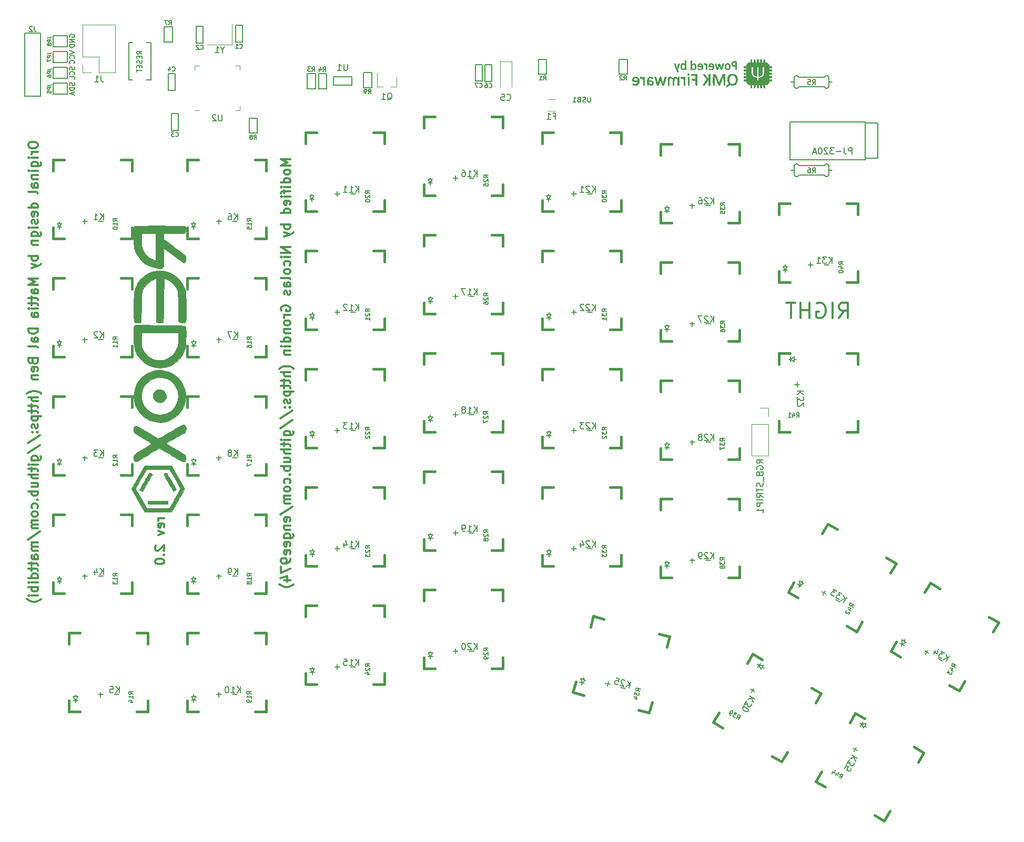
<source format=gbo>
G04 #@! TF.GenerationSoftware,KiCad,Pcbnew,(5.1.5)-3*
G04 #@! TF.CreationDate,2020-05-10T00:02:32+04:00*
G04 #@! TF.ProjectId,redox_rev2,7265646f-785f-4726-9576-322e6b696361,1.0*
G04 #@! TF.SameCoordinates,Original*
G04 #@! TF.FileFunction,Legend,Bot*
G04 #@! TF.FilePolarity,Positive*
%FSLAX46Y46*%
G04 Gerber Fmt 4.6, Leading zero omitted, Abs format (unit mm)*
G04 Created by KiCad (PCBNEW (5.1.5)-3) date 2020-05-10 00:02:32*
%MOMM*%
%LPD*%
G04 APERTURE LIST*
%ADD10C,0.300000*%
%ADD11C,0.150000*%
%ADD12C,0.381000*%
%ADD13C,0.200000*%
%ADD14C,0.120000*%
%ADD15C,0.010000*%
G04 APERTURE END LIST*
D10*
X123243571Y-60259428D02*
X121743571Y-60259428D01*
X122815000Y-60759428D01*
X121743571Y-61259428D01*
X123243571Y-61259428D01*
X123243571Y-62188000D02*
X123172142Y-62045142D01*
X123100714Y-61973714D01*
X122957857Y-61902285D01*
X122529285Y-61902285D01*
X122386428Y-61973714D01*
X122315000Y-62045142D01*
X122243571Y-62188000D01*
X122243571Y-62402285D01*
X122315000Y-62545142D01*
X122386428Y-62616571D01*
X122529285Y-62688000D01*
X122957857Y-62688000D01*
X123100714Y-62616571D01*
X123172142Y-62545142D01*
X123243571Y-62402285D01*
X123243571Y-62188000D01*
X123243571Y-63973714D02*
X121743571Y-63973714D01*
X123172142Y-63973714D02*
X123243571Y-63830857D01*
X123243571Y-63545142D01*
X123172142Y-63402285D01*
X123100714Y-63330857D01*
X122957857Y-63259428D01*
X122529285Y-63259428D01*
X122386428Y-63330857D01*
X122315000Y-63402285D01*
X122243571Y-63545142D01*
X122243571Y-63830857D01*
X122315000Y-63973714D01*
X123243571Y-64688000D02*
X122243571Y-64688000D01*
X121743571Y-64688000D02*
X121815000Y-64616571D01*
X121886428Y-64688000D01*
X121815000Y-64759428D01*
X121743571Y-64688000D01*
X121886428Y-64688000D01*
X122243571Y-65188000D02*
X122243571Y-65759428D01*
X123243571Y-65402285D02*
X121957857Y-65402285D01*
X121815000Y-65473714D01*
X121743571Y-65616571D01*
X121743571Y-65759428D01*
X123243571Y-66259428D02*
X122243571Y-66259428D01*
X121743571Y-66259428D02*
X121815000Y-66188000D01*
X121886428Y-66259428D01*
X121815000Y-66330857D01*
X121743571Y-66259428D01*
X121886428Y-66259428D01*
X123172142Y-67545142D02*
X123243571Y-67402285D01*
X123243571Y-67116571D01*
X123172142Y-66973714D01*
X123029285Y-66902285D01*
X122457857Y-66902285D01*
X122315000Y-66973714D01*
X122243571Y-67116571D01*
X122243571Y-67402285D01*
X122315000Y-67545142D01*
X122457857Y-67616571D01*
X122600714Y-67616571D01*
X122743571Y-66902285D01*
X123243571Y-68902285D02*
X121743571Y-68902285D01*
X123172142Y-68902285D02*
X123243571Y-68759428D01*
X123243571Y-68473714D01*
X123172142Y-68330857D01*
X123100714Y-68259428D01*
X122957857Y-68188000D01*
X122529285Y-68188000D01*
X122386428Y-68259428D01*
X122315000Y-68330857D01*
X122243571Y-68473714D01*
X122243571Y-68759428D01*
X122315000Y-68902285D01*
X123243571Y-70759428D02*
X121743571Y-70759428D01*
X122315000Y-70759428D02*
X122243571Y-70902285D01*
X122243571Y-71188000D01*
X122315000Y-71330857D01*
X122386428Y-71402285D01*
X122529285Y-71473714D01*
X122957857Y-71473714D01*
X123100714Y-71402285D01*
X123172142Y-71330857D01*
X123243571Y-71188000D01*
X123243571Y-70902285D01*
X123172142Y-70759428D01*
X122243571Y-71973714D02*
X123243571Y-72330857D01*
X122243571Y-72688000D02*
X123243571Y-72330857D01*
X123600714Y-72188000D01*
X123672142Y-72116571D01*
X123743571Y-71973714D01*
X123243571Y-74402285D02*
X121743571Y-74402285D01*
X123243571Y-75259428D01*
X121743571Y-75259428D01*
X123243571Y-75973714D02*
X122243571Y-75973714D01*
X121743571Y-75973714D02*
X121815000Y-75902285D01*
X121886428Y-75973714D01*
X121815000Y-76045142D01*
X121743571Y-75973714D01*
X121886428Y-75973714D01*
X123172142Y-77330857D02*
X123243571Y-77188000D01*
X123243571Y-76902285D01*
X123172142Y-76759428D01*
X123100714Y-76688000D01*
X122957857Y-76616571D01*
X122529285Y-76616571D01*
X122386428Y-76688000D01*
X122315000Y-76759428D01*
X122243571Y-76902285D01*
X122243571Y-77188000D01*
X122315000Y-77330857D01*
X123243571Y-78188000D02*
X123172142Y-78045142D01*
X123100714Y-77973714D01*
X122957857Y-77902285D01*
X122529285Y-77902285D01*
X122386428Y-77973714D01*
X122315000Y-78045142D01*
X122243571Y-78188000D01*
X122243571Y-78402285D01*
X122315000Y-78545142D01*
X122386428Y-78616571D01*
X122529285Y-78688000D01*
X122957857Y-78688000D01*
X123100714Y-78616571D01*
X123172142Y-78545142D01*
X123243571Y-78402285D01*
X123243571Y-78188000D01*
X123243571Y-79545142D02*
X123172142Y-79402285D01*
X123029285Y-79330857D01*
X121743571Y-79330857D01*
X123243571Y-80759428D02*
X122457857Y-80759428D01*
X122315000Y-80688000D01*
X122243571Y-80545142D01*
X122243571Y-80259428D01*
X122315000Y-80116571D01*
X123172142Y-80759428D02*
X123243571Y-80616571D01*
X123243571Y-80259428D01*
X123172142Y-80116571D01*
X123029285Y-80045142D01*
X122886428Y-80045142D01*
X122743571Y-80116571D01*
X122672142Y-80259428D01*
X122672142Y-80616571D01*
X122600714Y-80759428D01*
X123172142Y-81402285D02*
X123243571Y-81545142D01*
X123243571Y-81830857D01*
X123172142Y-81973714D01*
X123029285Y-82045142D01*
X122957857Y-82045142D01*
X122815000Y-81973714D01*
X122743571Y-81830857D01*
X122743571Y-81616571D01*
X122672142Y-81473714D01*
X122529285Y-81402285D01*
X122457857Y-81402285D01*
X122315000Y-81473714D01*
X122243571Y-81616571D01*
X122243571Y-81830857D01*
X122315000Y-81973714D01*
X121815000Y-84616571D02*
X121743571Y-84473714D01*
X121743571Y-84259428D01*
X121815000Y-84045142D01*
X121957857Y-83902285D01*
X122100714Y-83830857D01*
X122386428Y-83759428D01*
X122600714Y-83759428D01*
X122886428Y-83830857D01*
X123029285Y-83902285D01*
X123172142Y-84045142D01*
X123243571Y-84259428D01*
X123243571Y-84402285D01*
X123172142Y-84616571D01*
X123100714Y-84688000D01*
X122600714Y-84688000D01*
X122600714Y-84402285D01*
X123243571Y-85330857D02*
X122243571Y-85330857D01*
X122529285Y-85330857D02*
X122386428Y-85402285D01*
X122315000Y-85473714D01*
X122243571Y-85616571D01*
X122243571Y-85759428D01*
X123243571Y-86473714D02*
X123172142Y-86330857D01*
X123100714Y-86259428D01*
X122957857Y-86188000D01*
X122529285Y-86188000D01*
X122386428Y-86259428D01*
X122315000Y-86330857D01*
X122243571Y-86473714D01*
X122243571Y-86688000D01*
X122315000Y-86830857D01*
X122386428Y-86902285D01*
X122529285Y-86973714D01*
X122957857Y-86973714D01*
X123100714Y-86902285D01*
X123172142Y-86830857D01*
X123243571Y-86688000D01*
X123243571Y-86473714D01*
X122243571Y-87616571D02*
X123243571Y-87616571D01*
X122386428Y-87616571D02*
X122315000Y-87688000D01*
X122243571Y-87830857D01*
X122243571Y-88045142D01*
X122315000Y-88188000D01*
X122457857Y-88259428D01*
X123243571Y-88259428D01*
X123243571Y-89616571D02*
X121743571Y-89616571D01*
X123172142Y-89616571D02*
X123243571Y-89473714D01*
X123243571Y-89188000D01*
X123172142Y-89045142D01*
X123100714Y-88973714D01*
X122957857Y-88902285D01*
X122529285Y-88902285D01*
X122386428Y-88973714D01*
X122315000Y-89045142D01*
X122243571Y-89188000D01*
X122243571Y-89473714D01*
X122315000Y-89616571D01*
X123243571Y-90330857D02*
X122243571Y-90330857D01*
X121743571Y-90330857D02*
X121815000Y-90259428D01*
X121886428Y-90330857D01*
X121815000Y-90402285D01*
X121743571Y-90330857D01*
X121886428Y-90330857D01*
X122243571Y-91045142D02*
X123243571Y-91045142D01*
X122386428Y-91045142D02*
X122315000Y-91116571D01*
X122243571Y-91259428D01*
X122243571Y-91473714D01*
X122315000Y-91616571D01*
X122457857Y-91688000D01*
X123243571Y-91688000D01*
X123815000Y-93973714D02*
X123743571Y-93902285D01*
X123529285Y-93759428D01*
X123386428Y-93688000D01*
X123172142Y-93616571D01*
X122815000Y-93545142D01*
X122529285Y-93545142D01*
X122172142Y-93616571D01*
X121957857Y-93688000D01*
X121815000Y-93759428D01*
X121600714Y-93902285D01*
X121529285Y-93973714D01*
X123243571Y-94545142D02*
X121743571Y-94545142D01*
X123243571Y-95188000D02*
X122457857Y-95188000D01*
X122315000Y-95116571D01*
X122243571Y-94973714D01*
X122243571Y-94759428D01*
X122315000Y-94616571D01*
X122386428Y-94545142D01*
X122243571Y-95688000D02*
X122243571Y-96259428D01*
X121743571Y-95902285D02*
X123029285Y-95902285D01*
X123172142Y-95973714D01*
X123243571Y-96116571D01*
X123243571Y-96259428D01*
X122243571Y-96545142D02*
X122243571Y-97116571D01*
X121743571Y-96759428D02*
X123029285Y-96759428D01*
X123172142Y-96830857D01*
X123243571Y-96973714D01*
X123243571Y-97116571D01*
X122243571Y-97616571D02*
X123743571Y-97616571D01*
X122315000Y-97616571D02*
X122243571Y-97759428D01*
X122243571Y-98045142D01*
X122315000Y-98188000D01*
X122386428Y-98259428D01*
X122529285Y-98330857D01*
X122957857Y-98330857D01*
X123100714Y-98259428D01*
X123172142Y-98188000D01*
X123243571Y-98045142D01*
X123243571Y-97759428D01*
X123172142Y-97616571D01*
X123172142Y-98902285D02*
X123243571Y-99045142D01*
X123243571Y-99330857D01*
X123172142Y-99473714D01*
X123029285Y-99545142D01*
X122957857Y-99545142D01*
X122815000Y-99473714D01*
X122743571Y-99330857D01*
X122743571Y-99116571D01*
X122672142Y-98973714D01*
X122529285Y-98902285D01*
X122457857Y-98902285D01*
X122315000Y-98973714D01*
X122243571Y-99116571D01*
X122243571Y-99330857D01*
X122315000Y-99473714D01*
X123100714Y-100188000D02*
X123172142Y-100259428D01*
X123243571Y-100188000D01*
X123172142Y-100116571D01*
X123100714Y-100188000D01*
X123243571Y-100188000D01*
X122315000Y-100188000D02*
X122386428Y-100259428D01*
X122457857Y-100188000D01*
X122386428Y-100116571D01*
X122315000Y-100188000D01*
X122457857Y-100188000D01*
X121672142Y-101973714D02*
X123600714Y-100688000D01*
X121672142Y-103545142D02*
X123600714Y-102259428D01*
X122243571Y-104688000D02*
X123457857Y-104688000D01*
X123600714Y-104616571D01*
X123672142Y-104545142D01*
X123743571Y-104402285D01*
X123743571Y-104188000D01*
X123672142Y-104045142D01*
X123172142Y-104688000D02*
X123243571Y-104545142D01*
X123243571Y-104259428D01*
X123172142Y-104116571D01*
X123100714Y-104045142D01*
X122957857Y-103973714D01*
X122529285Y-103973714D01*
X122386428Y-104045142D01*
X122315000Y-104116571D01*
X122243571Y-104259428D01*
X122243571Y-104545142D01*
X122315000Y-104688000D01*
X123243571Y-105402285D02*
X122243571Y-105402285D01*
X121743571Y-105402285D02*
X121815000Y-105330857D01*
X121886428Y-105402285D01*
X121815000Y-105473714D01*
X121743571Y-105402285D01*
X121886428Y-105402285D01*
X122243571Y-105902285D02*
X122243571Y-106473714D01*
X121743571Y-106116571D02*
X123029285Y-106116571D01*
X123172142Y-106188000D01*
X123243571Y-106330857D01*
X123243571Y-106473714D01*
X123243571Y-106973714D02*
X121743571Y-106973714D01*
X123243571Y-107616571D02*
X122457857Y-107616571D01*
X122315000Y-107545142D01*
X122243571Y-107402285D01*
X122243571Y-107188000D01*
X122315000Y-107045142D01*
X122386428Y-106973714D01*
X122243571Y-108973714D02*
X123243571Y-108973714D01*
X122243571Y-108330857D02*
X123029285Y-108330857D01*
X123172142Y-108402285D01*
X123243571Y-108545142D01*
X123243571Y-108759428D01*
X123172142Y-108902285D01*
X123100714Y-108973714D01*
X123243571Y-109688000D02*
X121743571Y-109688000D01*
X122315000Y-109688000D02*
X122243571Y-109830857D01*
X122243571Y-110116571D01*
X122315000Y-110259428D01*
X122386428Y-110330857D01*
X122529285Y-110402285D01*
X122957857Y-110402285D01*
X123100714Y-110330857D01*
X123172142Y-110259428D01*
X123243571Y-110116571D01*
X123243571Y-109830857D01*
X123172142Y-109688000D01*
X123100714Y-111045142D02*
X123172142Y-111116571D01*
X123243571Y-111045142D01*
X123172142Y-110973714D01*
X123100714Y-111045142D01*
X123243571Y-111045142D01*
X123172142Y-112402285D02*
X123243571Y-112259428D01*
X123243571Y-111973714D01*
X123172142Y-111830857D01*
X123100714Y-111759428D01*
X122957857Y-111688000D01*
X122529285Y-111688000D01*
X122386428Y-111759428D01*
X122315000Y-111830857D01*
X122243571Y-111973714D01*
X122243571Y-112259428D01*
X122315000Y-112402285D01*
X123243571Y-113259428D02*
X123172142Y-113116571D01*
X123100714Y-113045142D01*
X122957857Y-112973714D01*
X122529285Y-112973714D01*
X122386428Y-113045142D01*
X122315000Y-113116571D01*
X122243571Y-113259428D01*
X122243571Y-113473714D01*
X122315000Y-113616571D01*
X122386428Y-113688000D01*
X122529285Y-113759428D01*
X122957857Y-113759428D01*
X123100714Y-113688000D01*
X123172142Y-113616571D01*
X123243571Y-113473714D01*
X123243571Y-113259428D01*
X123243571Y-114402285D02*
X122243571Y-114402285D01*
X122386428Y-114402285D02*
X122315000Y-114473714D01*
X122243571Y-114616571D01*
X122243571Y-114830857D01*
X122315000Y-114973714D01*
X122457857Y-115045142D01*
X123243571Y-115045142D01*
X122457857Y-115045142D02*
X122315000Y-115116571D01*
X122243571Y-115259428D01*
X122243571Y-115473714D01*
X122315000Y-115616571D01*
X122457857Y-115688000D01*
X123243571Y-115688000D01*
X121672142Y-117473714D02*
X123600714Y-116188000D01*
X123172142Y-118545142D02*
X123243571Y-118402285D01*
X123243571Y-118116571D01*
X123172142Y-117973714D01*
X123029285Y-117902285D01*
X122457857Y-117902285D01*
X122315000Y-117973714D01*
X122243571Y-118116571D01*
X122243571Y-118402285D01*
X122315000Y-118545142D01*
X122457857Y-118616571D01*
X122600714Y-118616571D01*
X122743571Y-117902285D01*
X122243571Y-119259428D02*
X123243571Y-119259428D01*
X122386428Y-119259428D02*
X122315000Y-119330857D01*
X122243571Y-119473714D01*
X122243571Y-119688000D01*
X122315000Y-119830857D01*
X122457857Y-119902285D01*
X123243571Y-119902285D01*
X122243571Y-121259428D02*
X123457857Y-121259428D01*
X123600714Y-121188000D01*
X123672142Y-121116571D01*
X123743571Y-120973714D01*
X123743571Y-120759428D01*
X123672142Y-120616571D01*
X123172142Y-121259428D02*
X123243571Y-121116571D01*
X123243571Y-120830857D01*
X123172142Y-120688000D01*
X123100714Y-120616571D01*
X122957857Y-120545142D01*
X122529285Y-120545142D01*
X122386428Y-120616571D01*
X122315000Y-120688000D01*
X122243571Y-120830857D01*
X122243571Y-121116571D01*
X122315000Y-121259428D01*
X123172142Y-122545142D02*
X123243571Y-122402285D01*
X123243571Y-122116571D01*
X123172142Y-121973714D01*
X123029285Y-121902285D01*
X122457857Y-121902285D01*
X122315000Y-121973714D01*
X122243571Y-122116571D01*
X122243571Y-122402285D01*
X122315000Y-122545142D01*
X122457857Y-122616571D01*
X122600714Y-122616571D01*
X122743571Y-121902285D01*
X123172142Y-123830857D02*
X123243571Y-123688000D01*
X123243571Y-123402285D01*
X123172142Y-123259428D01*
X123029285Y-123188000D01*
X122457857Y-123188000D01*
X122315000Y-123259428D01*
X122243571Y-123402285D01*
X122243571Y-123688000D01*
X122315000Y-123830857D01*
X122457857Y-123902285D01*
X122600714Y-123902285D01*
X122743571Y-123188000D01*
X123243571Y-124616571D02*
X123243571Y-124902285D01*
X123172142Y-125045142D01*
X123100714Y-125116571D01*
X122886428Y-125259428D01*
X122600714Y-125330857D01*
X122029285Y-125330857D01*
X121886428Y-125259428D01*
X121815000Y-125188000D01*
X121743571Y-125045142D01*
X121743571Y-124759428D01*
X121815000Y-124616571D01*
X121886428Y-124545142D01*
X122029285Y-124473714D01*
X122386428Y-124473714D01*
X122529285Y-124545142D01*
X122600714Y-124616571D01*
X122672142Y-124759428D01*
X122672142Y-125045142D01*
X122600714Y-125188000D01*
X122529285Y-125259428D01*
X122386428Y-125330857D01*
X121743571Y-125830857D02*
X121743571Y-126830857D01*
X123243571Y-126188000D01*
X122243571Y-128045142D02*
X123243571Y-128045142D01*
X121672142Y-127688000D02*
X122743571Y-127330857D01*
X122743571Y-128259428D01*
X123815000Y-128688000D02*
X123743571Y-128759428D01*
X123529285Y-128902285D01*
X123386428Y-128973714D01*
X123172142Y-129045142D01*
X122815000Y-129116571D01*
X122529285Y-129116571D01*
X122172142Y-129045142D01*
X121957857Y-128973714D01*
X121815000Y-128902285D01*
X121600714Y-128759428D01*
X121529285Y-128688000D01*
D11*
X87750000Y-40540476D02*
X87711904Y-40464285D01*
X87711904Y-40350000D01*
X87750000Y-40235714D01*
X87826190Y-40159523D01*
X87902380Y-40121428D01*
X88054761Y-40083333D01*
X88169047Y-40083333D01*
X88321428Y-40121428D01*
X88397619Y-40159523D01*
X88473809Y-40235714D01*
X88511904Y-40350000D01*
X88511904Y-40426190D01*
X88473809Y-40540476D01*
X88435714Y-40578571D01*
X88169047Y-40578571D01*
X88169047Y-40426190D01*
X88511904Y-40921428D02*
X87711904Y-40921428D01*
X88511904Y-41378571D01*
X87711904Y-41378571D01*
X88511904Y-41759523D02*
X87711904Y-41759523D01*
X87711904Y-41950000D01*
X87750000Y-42064285D01*
X87826190Y-42140476D01*
X87902380Y-42178571D01*
X88054761Y-42216666D01*
X88169047Y-42216666D01*
X88321428Y-42178571D01*
X88397619Y-42140476D01*
X88473809Y-42064285D01*
X88511904Y-41950000D01*
X88511904Y-41759523D01*
X87711904Y-42733333D02*
X88511904Y-43000000D01*
X87711904Y-43266666D01*
X88435714Y-43990476D02*
X88473809Y-43952380D01*
X88511904Y-43838095D01*
X88511904Y-43761904D01*
X88473809Y-43647619D01*
X88397619Y-43571428D01*
X88321428Y-43533333D01*
X88169047Y-43495238D01*
X88054761Y-43495238D01*
X87902380Y-43533333D01*
X87826190Y-43571428D01*
X87750000Y-43647619D01*
X87711904Y-43761904D01*
X87711904Y-43838095D01*
X87750000Y-43952380D01*
X87788095Y-43990476D01*
X88435714Y-44790476D02*
X88473809Y-44752380D01*
X88511904Y-44638095D01*
X88511904Y-44561904D01*
X88473809Y-44447619D01*
X88397619Y-44371428D01*
X88321428Y-44333333D01*
X88169047Y-44295238D01*
X88054761Y-44295238D01*
X87902380Y-44333333D01*
X87826190Y-44371428D01*
X87750000Y-44447619D01*
X87711904Y-44561904D01*
X87711904Y-44638095D01*
X87750000Y-44752380D01*
X87788095Y-44790476D01*
X88473809Y-45347619D02*
X88511904Y-45461904D01*
X88511904Y-45652380D01*
X88473809Y-45728571D01*
X88435714Y-45766666D01*
X88359523Y-45804761D01*
X88283333Y-45804761D01*
X88207142Y-45766666D01*
X88169047Y-45728571D01*
X88130952Y-45652380D01*
X88092857Y-45500000D01*
X88054761Y-45423809D01*
X88016666Y-45385714D01*
X87940476Y-45347619D01*
X87864285Y-45347619D01*
X87788095Y-45385714D01*
X87750000Y-45423809D01*
X87711904Y-45500000D01*
X87711904Y-45690476D01*
X87750000Y-45804761D01*
X88435714Y-46604761D02*
X88473809Y-46566666D01*
X88511904Y-46452380D01*
X88511904Y-46376190D01*
X88473809Y-46261904D01*
X88397619Y-46185714D01*
X88321428Y-46147619D01*
X88169047Y-46109523D01*
X88054761Y-46109523D01*
X87902380Y-46147619D01*
X87826190Y-46185714D01*
X87750000Y-46261904D01*
X87711904Y-46376190D01*
X87711904Y-46452380D01*
X87750000Y-46566666D01*
X87788095Y-46604761D01*
X88511904Y-47328571D02*
X88511904Y-46947619D01*
X87711904Y-46947619D01*
X88473809Y-47878571D02*
X88511904Y-47992857D01*
X88511904Y-48183333D01*
X88473809Y-48259523D01*
X88435714Y-48297619D01*
X88359523Y-48335714D01*
X88283333Y-48335714D01*
X88207142Y-48297619D01*
X88169047Y-48259523D01*
X88130952Y-48183333D01*
X88092857Y-48030952D01*
X88054761Y-47954761D01*
X88016666Y-47916666D01*
X87940476Y-47878571D01*
X87864285Y-47878571D01*
X87788095Y-47916666D01*
X87750000Y-47954761D01*
X87711904Y-48030952D01*
X87711904Y-48221428D01*
X87750000Y-48335714D01*
X88511904Y-48678571D02*
X87711904Y-48678571D01*
X87711904Y-48869047D01*
X87750000Y-48983333D01*
X87826190Y-49059523D01*
X87902380Y-49097619D01*
X88054761Y-49135714D01*
X88169047Y-49135714D01*
X88321428Y-49097619D01*
X88397619Y-49059523D01*
X88473809Y-48983333D01*
X88511904Y-48869047D01*
X88511904Y-48678571D01*
X88283333Y-49440476D02*
X88283333Y-49821428D01*
X88511904Y-49364285D02*
X87711904Y-49630952D01*
X88511904Y-49897619D01*
D10*
X102978571Y-118021428D02*
X101978571Y-118021428D01*
X102264285Y-118021428D02*
X102121428Y-118092857D01*
X102050000Y-118164285D01*
X101978571Y-118307142D01*
X101978571Y-118450000D01*
X102907142Y-119521428D02*
X102978571Y-119378571D01*
X102978571Y-119092857D01*
X102907142Y-118950000D01*
X102764285Y-118878571D01*
X102192857Y-118878571D01*
X102050000Y-118950000D01*
X101978571Y-119092857D01*
X101978571Y-119378571D01*
X102050000Y-119521428D01*
X102192857Y-119592857D01*
X102335714Y-119592857D01*
X102478571Y-118878571D01*
X101978571Y-120092857D02*
X102978571Y-120450000D01*
X101978571Y-120807142D01*
X101621428Y-122450000D02*
X101550000Y-122521428D01*
X101478571Y-122664285D01*
X101478571Y-123021428D01*
X101550000Y-123164285D01*
X101621428Y-123235714D01*
X101764285Y-123307142D01*
X101907142Y-123307142D01*
X102121428Y-123235714D01*
X102978571Y-122378571D01*
X102978571Y-123307142D01*
X102835714Y-123950000D02*
X102907142Y-124021428D01*
X102978571Y-123950000D01*
X102907142Y-123878571D01*
X102835714Y-123950000D01*
X102978571Y-123950000D01*
X101478571Y-124950000D02*
X101478571Y-125092857D01*
X101550000Y-125235714D01*
X101621428Y-125307142D01*
X101764285Y-125378571D01*
X102050000Y-125450000D01*
X102407142Y-125450000D01*
X102692857Y-125378571D01*
X102835714Y-125307142D01*
X102907142Y-125235714D01*
X102978571Y-125092857D01*
X102978571Y-124950000D01*
X102907142Y-124807142D01*
X102835714Y-124735714D01*
X102692857Y-124664285D01*
X102407142Y-124592857D01*
X102050000Y-124592857D01*
X101764285Y-124664285D01*
X101621428Y-124735714D01*
X101550000Y-124807142D01*
X101478571Y-124950000D01*
X81093571Y-57773714D02*
X81093571Y-58059428D01*
X81165000Y-58202285D01*
X81307857Y-58345142D01*
X81593571Y-58416571D01*
X82093571Y-58416571D01*
X82379285Y-58345142D01*
X82522142Y-58202285D01*
X82593571Y-58059428D01*
X82593571Y-57773714D01*
X82522142Y-57630857D01*
X82379285Y-57487999D01*
X82093571Y-57416571D01*
X81593571Y-57416571D01*
X81307857Y-57487999D01*
X81165000Y-57630857D01*
X81093571Y-57773714D01*
X82593571Y-59059428D02*
X81593571Y-59059428D01*
X81879285Y-59059428D02*
X81736428Y-59130857D01*
X81665000Y-59202285D01*
X81593571Y-59345142D01*
X81593571Y-59487999D01*
X82593571Y-59987999D02*
X81593571Y-59987999D01*
X81093571Y-59987999D02*
X81165000Y-59916571D01*
X81236428Y-59987999D01*
X81165000Y-60059428D01*
X81093571Y-59987999D01*
X81236428Y-59987999D01*
X81593571Y-61345142D02*
X82807857Y-61345142D01*
X82950714Y-61273714D01*
X83022142Y-61202285D01*
X83093571Y-61059428D01*
X83093571Y-60845142D01*
X83022142Y-60702285D01*
X82522142Y-61345142D02*
X82593571Y-61202285D01*
X82593571Y-60916571D01*
X82522142Y-60773714D01*
X82450714Y-60702285D01*
X82307857Y-60630857D01*
X81879285Y-60630857D01*
X81736428Y-60702285D01*
X81665000Y-60773714D01*
X81593571Y-60916571D01*
X81593571Y-61202285D01*
X81665000Y-61345142D01*
X82593571Y-62059428D02*
X81593571Y-62059428D01*
X81093571Y-62059428D02*
X81165000Y-61987999D01*
X81236428Y-62059428D01*
X81165000Y-62130857D01*
X81093571Y-62059428D01*
X81236428Y-62059428D01*
X81593571Y-62773714D02*
X82593571Y-62773714D01*
X81736428Y-62773714D02*
X81665000Y-62845142D01*
X81593571Y-62987999D01*
X81593571Y-63202285D01*
X81665000Y-63345142D01*
X81807857Y-63416571D01*
X82593571Y-63416571D01*
X82593571Y-64773714D02*
X81807857Y-64773714D01*
X81665000Y-64702285D01*
X81593571Y-64559428D01*
X81593571Y-64273714D01*
X81665000Y-64130857D01*
X82522142Y-64773714D02*
X82593571Y-64630857D01*
X82593571Y-64273714D01*
X82522142Y-64130857D01*
X82379285Y-64059428D01*
X82236428Y-64059428D01*
X82093571Y-64130857D01*
X82022142Y-64273714D01*
X82022142Y-64630857D01*
X81950714Y-64773714D01*
X82593571Y-65702285D02*
X82522142Y-65559428D01*
X82379285Y-65487999D01*
X81093571Y-65487999D01*
X82593571Y-68059428D02*
X81093571Y-68059428D01*
X82522142Y-68059428D02*
X82593571Y-67916571D01*
X82593571Y-67630857D01*
X82522142Y-67487999D01*
X82450714Y-67416571D01*
X82307857Y-67345142D01*
X81879285Y-67345142D01*
X81736428Y-67416571D01*
X81665000Y-67487999D01*
X81593571Y-67630857D01*
X81593571Y-67916571D01*
X81665000Y-68059428D01*
X82522142Y-69345142D02*
X82593571Y-69202285D01*
X82593571Y-68916571D01*
X82522142Y-68773714D01*
X82379285Y-68702285D01*
X81807857Y-68702285D01*
X81665000Y-68773714D01*
X81593571Y-68916571D01*
X81593571Y-69202285D01*
X81665000Y-69345142D01*
X81807857Y-69416571D01*
X81950714Y-69416571D01*
X82093571Y-68702285D01*
X82522142Y-69987999D02*
X82593571Y-70130857D01*
X82593571Y-70416571D01*
X82522142Y-70559428D01*
X82379285Y-70630857D01*
X82307857Y-70630857D01*
X82165000Y-70559428D01*
X82093571Y-70416571D01*
X82093571Y-70202285D01*
X82022142Y-70059428D01*
X81879285Y-69987999D01*
X81807857Y-69987999D01*
X81665000Y-70059428D01*
X81593571Y-70202285D01*
X81593571Y-70416571D01*
X81665000Y-70559428D01*
X82593571Y-71273714D02*
X81593571Y-71273714D01*
X81093571Y-71273714D02*
X81165000Y-71202285D01*
X81236428Y-71273714D01*
X81165000Y-71345142D01*
X81093571Y-71273714D01*
X81236428Y-71273714D01*
X81593571Y-72630857D02*
X82807857Y-72630857D01*
X82950714Y-72559428D01*
X83022142Y-72487999D01*
X83093571Y-72345142D01*
X83093571Y-72130857D01*
X83022142Y-71987999D01*
X82522142Y-72630857D02*
X82593571Y-72487999D01*
X82593571Y-72202285D01*
X82522142Y-72059428D01*
X82450714Y-71987999D01*
X82307857Y-71916571D01*
X81879285Y-71916571D01*
X81736428Y-71987999D01*
X81665000Y-72059428D01*
X81593571Y-72202285D01*
X81593571Y-72487999D01*
X81665000Y-72630857D01*
X81593571Y-73345142D02*
X82593571Y-73345142D01*
X81736428Y-73345142D02*
X81665000Y-73416571D01*
X81593571Y-73559428D01*
X81593571Y-73773714D01*
X81665000Y-73916571D01*
X81807857Y-73987999D01*
X82593571Y-73987999D01*
X82593571Y-75845142D02*
X81093571Y-75845142D01*
X81665000Y-75845142D02*
X81593571Y-75987999D01*
X81593571Y-76273714D01*
X81665000Y-76416571D01*
X81736428Y-76487999D01*
X81879285Y-76559428D01*
X82307857Y-76559428D01*
X82450714Y-76487999D01*
X82522142Y-76416571D01*
X82593571Y-76273714D01*
X82593571Y-75987999D01*
X82522142Y-75845142D01*
X81593571Y-77059428D02*
X82593571Y-77416571D01*
X81593571Y-77773714D02*
X82593571Y-77416571D01*
X82950714Y-77273714D01*
X83022142Y-77202285D01*
X83093571Y-77059428D01*
X82593571Y-79487999D02*
X81093571Y-79487999D01*
X82165000Y-79987999D01*
X81093571Y-80487999D01*
X82593571Y-80487999D01*
X82593571Y-81845142D02*
X81807857Y-81845142D01*
X81665000Y-81773714D01*
X81593571Y-81630857D01*
X81593571Y-81345142D01*
X81665000Y-81202285D01*
X82522142Y-81845142D02*
X82593571Y-81702285D01*
X82593571Y-81345142D01*
X82522142Y-81202285D01*
X82379285Y-81130857D01*
X82236428Y-81130857D01*
X82093571Y-81202285D01*
X82022142Y-81345142D01*
X82022142Y-81702285D01*
X81950714Y-81845142D01*
X81593571Y-82345142D02*
X81593571Y-82916571D01*
X81093571Y-82559428D02*
X82379285Y-82559428D01*
X82522142Y-82630857D01*
X82593571Y-82773714D01*
X82593571Y-82916571D01*
X81593571Y-83202285D02*
X81593571Y-83773714D01*
X81093571Y-83416571D02*
X82379285Y-83416571D01*
X82522142Y-83487999D01*
X82593571Y-83630857D01*
X82593571Y-83773714D01*
X82593571Y-84273714D02*
X81593571Y-84273714D01*
X81093571Y-84273714D02*
X81165000Y-84202285D01*
X81236428Y-84273714D01*
X81165000Y-84345142D01*
X81093571Y-84273714D01*
X81236428Y-84273714D01*
X82593571Y-85630857D02*
X81807857Y-85630857D01*
X81665000Y-85559428D01*
X81593571Y-85416571D01*
X81593571Y-85130857D01*
X81665000Y-84988000D01*
X82522142Y-85630857D02*
X82593571Y-85488000D01*
X82593571Y-85130857D01*
X82522142Y-84988000D01*
X82379285Y-84916571D01*
X82236428Y-84916571D01*
X82093571Y-84988000D01*
X82022142Y-85130857D01*
X82022142Y-85488000D01*
X81950714Y-85630857D01*
X82593571Y-87488000D02*
X81093571Y-87488000D01*
X81093571Y-87845142D01*
X81165000Y-88059428D01*
X81307857Y-88202285D01*
X81450714Y-88273714D01*
X81736428Y-88345142D01*
X81950714Y-88345142D01*
X82236428Y-88273714D01*
X82379285Y-88202285D01*
X82522142Y-88059428D01*
X82593571Y-87845142D01*
X82593571Y-87488000D01*
X82593571Y-89630857D02*
X81807857Y-89630857D01*
X81665000Y-89559428D01*
X81593571Y-89416571D01*
X81593571Y-89130857D01*
X81665000Y-88988000D01*
X82522142Y-89630857D02*
X82593571Y-89488000D01*
X82593571Y-89130857D01*
X82522142Y-88988000D01*
X82379285Y-88916571D01*
X82236428Y-88916571D01*
X82093571Y-88988000D01*
X82022142Y-89130857D01*
X82022142Y-89488000D01*
X81950714Y-89630857D01*
X82593571Y-90559428D02*
X82522142Y-90416571D01*
X82379285Y-90345142D01*
X81093571Y-90345142D01*
X81807857Y-92773714D02*
X81879285Y-92988000D01*
X81950714Y-93059428D01*
X82093571Y-93130857D01*
X82307857Y-93130857D01*
X82450714Y-93059428D01*
X82522142Y-92988000D01*
X82593571Y-92845142D01*
X82593571Y-92273714D01*
X81093571Y-92273714D01*
X81093571Y-92773714D01*
X81165000Y-92916571D01*
X81236428Y-92988000D01*
X81379285Y-93059428D01*
X81522142Y-93059428D01*
X81665000Y-92988000D01*
X81736428Y-92916571D01*
X81807857Y-92773714D01*
X81807857Y-92273714D01*
X82522142Y-94345142D02*
X82593571Y-94202285D01*
X82593571Y-93916571D01*
X82522142Y-93773714D01*
X82379285Y-93702285D01*
X81807857Y-93702285D01*
X81665000Y-93773714D01*
X81593571Y-93916571D01*
X81593571Y-94202285D01*
X81665000Y-94345142D01*
X81807857Y-94416571D01*
X81950714Y-94416571D01*
X82093571Y-93702285D01*
X81593571Y-95059428D02*
X82593571Y-95059428D01*
X81736428Y-95059428D02*
X81665000Y-95130857D01*
X81593571Y-95273714D01*
X81593571Y-95487999D01*
X81665000Y-95630857D01*
X81807857Y-95702285D01*
X82593571Y-95702285D01*
X83165000Y-97987999D02*
X83093571Y-97916571D01*
X82879285Y-97773714D01*
X82736428Y-97702285D01*
X82522142Y-97630857D01*
X82165000Y-97559428D01*
X81879285Y-97559428D01*
X81522142Y-97630857D01*
X81307857Y-97702285D01*
X81165000Y-97773714D01*
X80950714Y-97916571D01*
X80879285Y-97987999D01*
X82593571Y-98559428D02*
X81093571Y-98559428D01*
X82593571Y-99202285D02*
X81807857Y-99202285D01*
X81665000Y-99130857D01*
X81593571Y-98987999D01*
X81593571Y-98773714D01*
X81665000Y-98630857D01*
X81736428Y-98559428D01*
X81593571Y-99702285D02*
X81593571Y-100273714D01*
X81093571Y-99916571D02*
X82379285Y-99916571D01*
X82522142Y-99987999D01*
X82593571Y-100130857D01*
X82593571Y-100273714D01*
X81593571Y-100559428D02*
X81593571Y-101130857D01*
X81093571Y-100773714D02*
X82379285Y-100773714D01*
X82522142Y-100845142D01*
X82593571Y-100987999D01*
X82593571Y-101130857D01*
X81593571Y-101630857D02*
X83093571Y-101630857D01*
X81665000Y-101630857D02*
X81593571Y-101773714D01*
X81593571Y-102059428D01*
X81665000Y-102202285D01*
X81736428Y-102273714D01*
X81879285Y-102345142D01*
X82307857Y-102345142D01*
X82450714Y-102273714D01*
X82522142Y-102202285D01*
X82593571Y-102059428D01*
X82593571Y-101773714D01*
X82522142Y-101630857D01*
X82522142Y-102916571D02*
X82593571Y-103059428D01*
X82593571Y-103345142D01*
X82522142Y-103488000D01*
X82379285Y-103559428D01*
X82307857Y-103559428D01*
X82165000Y-103488000D01*
X82093571Y-103345142D01*
X82093571Y-103130857D01*
X82022142Y-102988000D01*
X81879285Y-102916571D01*
X81807857Y-102916571D01*
X81665000Y-102988000D01*
X81593571Y-103130857D01*
X81593571Y-103345142D01*
X81665000Y-103488000D01*
X82450714Y-104202285D02*
X82522142Y-104273714D01*
X82593571Y-104202285D01*
X82522142Y-104130857D01*
X82450714Y-104202285D01*
X82593571Y-104202285D01*
X81665000Y-104202285D02*
X81736428Y-104273714D01*
X81807857Y-104202285D01*
X81736428Y-104130857D01*
X81665000Y-104202285D01*
X81807857Y-104202285D01*
X81022142Y-105987999D02*
X82950714Y-104702285D01*
X81022142Y-107559428D02*
X82950714Y-106273714D01*
X81593571Y-108702285D02*
X82807857Y-108702285D01*
X82950714Y-108630857D01*
X83022142Y-108559428D01*
X83093571Y-108416571D01*
X83093571Y-108202285D01*
X83022142Y-108059428D01*
X82522142Y-108702285D02*
X82593571Y-108559428D01*
X82593571Y-108273714D01*
X82522142Y-108130857D01*
X82450714Y-108059428D01*
X82307857Y-107987999D01*
X81879285Y-107987999D01*
X81736428Y-108059428D01*
X81665000Y-108130857D01*
X81593571Y-108273714D01*
X81593571Y-108559428D01*
X81665000Y-108702285D01*
X82593571Y-109416571D02*
X81593571Y-109416571D01*
X81093571Y-109416571D02*
X81165000Y-109345142D01*
X81236428Y-109416571D01*
X81165000Y-109487999D01*
X81093571Y-109416571D01*
X81236428Y-109416571D01*
X81593571Y-109916571D02*
X81593571Y-110487999D01*
X81093571Y-110130857D02*
X82379285Y-110130857D01*
X82522142Y-110202285D01*
X82593571Y-110345142D01*
X82593571Y-110487999D01*
X82593571Y-110987999D02*
X81093571Y-110987999D01*
X82593571Y-111630857D02*
X81807857Y-111630857D01*
X81665000Y-111559428D01*
X81593571Y-111416571D01*
X81593571Y-111202285D01*
X81665000Y-111059428D01*
X81736428Y-110987999D01*
X81593571Y-112987999D02*
X82593571Y-112987999D01*
X81593571Y-112345142D02*
X82379285Y-112345142D01*
X82522142Y-112416571D01*
X82593571Y-112559428D01*
X82593571Y-112773714D01*
X82522142Y-112916571D01*
X82450714Y-112987999D01*
X82593571Y-113702285D02*
X81093571Y-113702285D01*
X81665000Y-113702285D02*
X81593571Y-113845142D01*
X81593571Y-114130857D01*
X81665000Y-114273714D01*
X81736428Y-114345142D01*
X81879285Y-114416571D01*
X82307857Y-114416571D01*
X82450714Y-114345142D01*
X82522142Y-114273714D01*
X82593571Y-114130857D01*
X82593571Y-113845142D01*
X82522142Y-113702285D01*
X82450714Y-115059428D02*
X82522142Y-115130857D01*
X82593571Y-115059428D01*
X82522142Y-114988000D01*
X82450714Y-115059428D01*
X82593571Y-115059428D01*
X82522142Y-116416571D02*
X82593571Y-116273714D01*
X82593571Y-115988000D01*
X82522142Y-115845142D01*
X82450714Y-115773714D01*
X82307857Y-115702285D01*
X81879285Y-115702285D01*
X81736428Y-115773714D01*
X81665000Y-115845142D01*
X81593571Y-115988000D01*
X81593571Y-116273714D01*
X81665000Y-116416571D01*
X82593571Y-117273714D02*
X82522142Y-117130857D01*
X82450714Y-117059428D01*
X82307857Y-116988000D01*
X81879285Y-116988000D01*
X81736428Y-117059428D01*
X81665000Y-117130857D01*
X81593571Y-117273714D01*
X81593571Y-117488000D01*
X81665000Y-117630857D01*
X81736428Y-117702285D01*
X81879285Y-117773714D01*
X82307857Y-117773714D01*
X82450714Y-117702285D01*
X82522142Y-117630857D01*
X82593571Y-117488000D01*
X82593571Y-117273714D01*
X82593571Y-118416571D02*
X81593571Y-118416571D01*
X81736428Y-118416571D02*
X81665000Y-118488000D01*
X81593571Y-118630857D01*
X81593571Y-118845142D01*
X81665000Y-118988000D01*
X81807857Y-119059428D01*
X82593571Y-119059428D01*
X81807857Y-119059428D02*
X81665000Y-119130857D01*
X81593571Y-119273714D01*
X81593571Y-119488000D01*
X81665000Y-119630857D01*
X81807857Y-119702285D01*
X82593571Y-119702285D01*
X81022142Y-121488000D02*
X82950714Y-120202285D01*
X82593571Y-121987999D02*
X81593571Y-121987999D01*
X81736428Y-121987999D02*
X81665000Y-122059428D01*
X81593571Y-122202285D01*
X81593571Y-122416571D01*
X81665000Y-122559428D01*
X81807857Y-122630857D01*
X82593571Y-122630857D01*
X81807857Y-122630857D02*
X81665000Y-122702285D01*
X81593571Y-122845142D01*
X81593571Y-123059428D01*
X81665000Y-123202285D01*
X81807857Y-123273714D01*
X82593571Y-123273714D01*
X82593571Y-124630857D02*
X81807857Y-124630857D01*
X81665000Y-124559428D01*
X81593571Y-124416571D01*
X81593571Y-124130857D01*
X81665000Y-123988000D01*
X82522142Y-124630857D02*
X82593571Y-124488000D01*
X82593571Y-124130857D01*
X82522142Y-123988000D01*
X82379285Y-123916571D01*
X82236428Y-123916571D01*
X82093571Y-123988000D01*
X82022142Y-124130857D01*
X82022142Y-124488000D01*
X81950714Y-124630857D01*
X81593571Y-125130857D02*
X81593571Y-125702285D01*
X81093571Y-125345142D02*
X82379285Y-125345142D01*
X82522142Y-125416571D01*
X82593571Y-125559428D01*
X82593571Y-125702285D01*
X81593571Y-125988000D02*
X81593571Y-126559428D01*
X81093571Y-126202285D02*
X82379285Y-126202285D01*
X82522142Y-126273714D01*
X82593571Y-126416571D01*
X82593571Y-126559428D01*
X82593571Y-127702285D02*
X81093571Y-127702285D01*
X82522142Y-127702285D02*
X82593571Y-127559428D01*
X82593571Y-127273714D01*
X82522142Y-127130857D01*
X82450714Y-127059428D01*
X82307857Y-126988000D01*
X81879285Y-126988000D01*
X81736428Y-127059428D01*
X81665000Y-127130857D01*
X81593571Y-127273714D01*
X81593571Y-127559428D01*
X81665000Y-127702285D01*
X82593571Y-128416571D02*
X81593571Y-128416571D01*
X81093571Y-128416571D02*
X81165000Y-128345142D01*
X81236428Y-128416571D01*
X81165000Y-128488000D01*
X81093571Y-128416571D01*
X81236428Y-128416571D01*
X82593571Y-129130857D02*
X81093571Y-129130857D01*
X81665000Y-129130857D02*
X81593571Y-129273714D01*
X81593571Y-129559428D01*
X81665000Y-129702285D01*
X81736428Y-129773714D01*
X81879285Y-129845142D01*
X82307857Y-129845142D01*
X82450714Y-129773714D01*
X82522142Y-129702285D01*
X82593571Y-129559428D01*
X82593571Y-129273714D01*
X82522142Y-129130857D01*
X82593571Y-130488000D02*
X81593571Y-130488000D01*
X81093571Y-130488000D02*
X81165000Y-130416571D01*
X81236428Y-130488000D01*
X81165000Y-130559428D01*
X81093571Y-130488000D01*
X81236428Y-130488000D01*
X83165000Y-131059428D02*
X83093571Y-131130857D01*
X82879285Y-131273714D01*
X82736428Y-131345142D01*
X82522142Y-131416571D01*
X82165000Y-131488000D01*
X81879285Y-131488000D01*
X81522142Y-131416571D01*
X81307857Y-131345142D01*
X81165000Y-131273714D01*
X80950714Y-131130857D01*
X80879285Y-131059428D01*
X211593333Y-85830952D02*
X212426666Y-84640476D01*
X213021904Y-85830952D02*
X213021904Y-83330952D01*
X212069523Y-83330952D01*
X211831428Y-83450000D01*
X211712380Y-83569047D01*
X211593333Y-83807142D01*
X211593333Y-84164285D01*
X211712380Y-84402380D01*
X211831428Y-84521428D01*
X212069523Y-84640476D01*
X213021904Y-84640476D01*
X210521904Y-85830952D02*
X210521904Y-83330952D01*
X208021904Y-83450000D02*
X208260000Y-83330952D01*
X208617142Y-83330952D01*
X208974285Y-83450000D01*
X209212380Y-83688095D01*
X209331428Y-83926190D01*
X209450476Y-84402380D01*
X209450476Y-84759523D01*
X209331428Y-85235714D01*
X209212380Y-85473809D01*
X208974285Y-85711904D01*
X208617142Y-85830952D01*
X208379047Y-85830952D01*
X208021904Y-85711904D01*
X207902857Y-85592857D01*
X207902857Y-84759523D01*
X208379047Y-84759523D01*
X206831428Y-85830952D02*
X206831428Y-83330952D01*
X206831428Y-84521428D02*
X205402857Y-84521428D01*
X205402857Y-85830952D02*
X205402857Y-83330952D01*
X204569523Y-83330952D02*
X203140952Y-83330952D01*
X203855238Y-85830952D02*
X203855238Y-83330952D01*
D12*
X97790000Y-73025000D02*
X96012000Y-73025000D01*
X97790000Y-71247000D02*
X97790000Y-73025000D01*
X97790000Y-60325000D02*
X96012000Y-60325000D01*
X97790000Y-62103000D02*
X97790000Y-60325000D01*
X85090000Y-60325000D02*
X86868000Y-60325000D01*
X85090000Y-62103000D02*
X85090000Y-60325000D01*
X85090000Y-73025000D02*
X85090000Y-71247000D01*
X86868000Y-73025000D02*
X85090000Y-73025000D01*
X97790000Y-92075000D02*
X96012000Y-92075000D01*
X97790000Y-90297000D02*
X97790000Y-92075000D01*
X97790000Y-79375000D02*
X96012000Y-79375000D01*
X97790000Y-81153000D02*
X97790000Y-79375000D01*
X85090000Y-79375000D02*
X86868000Y-79375000D01*
X85090000Y-81153000D02*
X85090000Y-79375000D01*
X85090000Y-92075000D02*
X85090000Y-90297000D01*
X86868000Y-92075000D02*
X85090000Y-92075000D01*
X97790000Y-111125000D02*
X96012000Y-111125000D01*
X97790000Y-109347000D02*
X97790000Y-111125000D01*
X97790000Y-98425000D02*
X96012000Y-98425000D01*
X97790000Y-100203000D02*
X97790000Y-98425000D01*
X85090000Y-98425000D02*
X86868000Y-98425000D01*
X85090000Y-100203000D02*
X85090000Y-98425000D01*
X85090000Y-111125000D02*
X85090000Y-109347000D01*
X86868000Y-111125000D02*
X85090000Y-111125000D01*
X97790000Y-130175000D02*
X96012000Y-130175000D01*
X97790000Y-128397000D02*
X97790000Y-130175000D01*
X97790000Y-117475000D02*
X96012000Y-117475000D01*
X97790000Y-119253000D02*
X97790000Y-117475000D01*
X85090000Y-117475000D02*
X86868000Y-117475000D01*
X85090000Y-119253000D02*
X85090000Y-117475000D01*
X85090000Y-130175000D02*
X85090000Y-128397000D01*
X86868000Y-130175000D02*
X85090000Y-130175000D01*
X181020128Y-149382130D02*
X179302712Y-148921950D01*
X181480308Y-147664714D02*
X181020128Y-149382130D01*
X184307130Y-137114872D02*
X182589714Y-136654692D01*
X183846950Y-138832288D02*
X184307130Y-137114872D01*
X172039872Y-133827870D02*
X173757288Y-134288050D01*
X171579692Y-135545286D02*
X172039872Y-133827870D01*
X168752870Y-146095128D02*
X169213050Y-144377712D01*
X170470286Y-146555308D02*
X168752870Y-146095128D01*
X191350739Y-150914261D02*
X192239739Y-149374468D01*
X192890532Y-151803261D02*
X191350739Y-150914261D01*
X202349261Y-157264261D02*
X203238261Y-155724468D01*
X200809468Y-156375261D02*
X202349261Y-157264261D01*
X208699261Y-146265739D02*
X207810261Y-147805532D01*
X207159468Y-145376739D02*
X208699261Y-146265739D01*
X197700739Y-139915739D02*
X199240532Y-140804739D01*
X196811739Y-141455532D02*
X197700739Y-139915739D01*
X201930000Y-104140000D02*
X201930000Y-102362000D01*
X203708000Y-104140000D02*
X201930000Y-104140000D01*
X214630000Y-104140000D02*
X214630000Y-102362000D01*
X212852000Y-104140000D02*
X214630000Y-104140000D01*
X214630000Y-91440000D02*
X214630000Y-93218000D01*
X212852000Y-91440000D02*
X214630000Y-91440000D01*
X201930000Y-91440000D02*
X203708000Y-91440000D01*
X201930000Y-93218000D02*
X201930000Y-91440000D01*
X207860739Y-160439261D02*
X208749739Y-158899468D01*
X209400532Y-161328261D02*
X207860739Y-160439261D01*
X218859261Y-166789261D02*
X219748261Y-165249468D01*
X217319468Y-165900261D02*
X218859261Y-166789261D01*
X225209261Y-155790739D02*
X224320261Y-157330532D01*
X223669468Y-154901739D02*
X225209261Y-155790739D01*
X214210739Y-149440739D02*
X215750532Y-150329739D01*
X213321739Y-150980532D02*
X214210739Y-149440739D01*
X138430000Y-68580000D02*
X136652000Y-68580000D01*
X138430000Y-66802000D02*
X138430000Y-68580000D01*
X138430000Y-55880000D02*
X136652000Y-55880000D01*
X138430000Y-57658000D02*
X138430000Y-55880000D01*
X125730000Y-55880000D02*
X127508000Y-55880000D01*
X125730000Y-57658000D02*
X125730000Y-55880000D01*
X125730000Y-68580000D02*
X125730000Y-66802000D01*
X127508000Y-68580000D02*
X125730000Y-68580000D01*
X195580000Y-70485000D02*
X193802000Y-70485000D01*
X195580000Y-68707000D02*
X195580000Y-70485000D01*
X195580000Y-57785000D02*
X193802000Y-57785000D01*
X195580000Y-59563000D02*
X195580000Y-57785000D01*
X182880000Y-57785000D02*
X184658000Y-57785000D01*
X182880000Y-59563000D02*
X182880000Y-57785000D01*
X182880000Y-70485000D02*
X182880000Y-68707000D01*
X184658000Y-70485000D02*
X182880000Y-70485000D01*
X119380000Y-73025000D02*
X117602000Y-73025000D01*
X119380000Y-71247000D02*
X119380000Y-73025000D01*
X119380000Y-60325000D02*
X117602000Y-60325000D01*
X119380000Y-62103000D02*
X119380000Y-60325000D01*
X106680000Y-60325000D02*
X108458000Y-60325000D01*
X106680000Y-62103000D02*
X106680000Y-60325000D01*
X106680000Y-73025000D02*
X106680000Y-71247000D01*
X108458000Y-73025000D02*
X106680000Y-73025000D01*
X100330000Y-149225000D02*
X98552000Y-149225000D01*
X100330000Y-147447000D02*
X100330000Y-149225000D01*
X100330000Y-136525000D02*
X98552000Y-136525000D01*
X100330000Y-138303000D02*
X100330000Y-136525000D01*
X87630000Y-136525000D02*
X89408000Y-136525000D01*
X87630000Y-138303000D02*
X87630000Y-136525000D01*
X87630000Y-149225000D02*
X87630000Y-147447000D01*
X89408000Y-149225000D02*
X87630000Y-149225000D01*
X119380000Y-92075000D02*
X117602000Y-92075000D01*
X119380000Y-90297000D02*
X119380000Y-92075000D01*
X119380000Y-79375000D02*
X117602000Y-79375000D01*
X119380000Y-81153000D02*
X119380000Y-79375000D01*
X106680000Y-79375000D02*
X108458000Y-79375000D01*
X106680000Y-81153000D02*
X106680000Y-79375000D01*
X106680000Y-92075000D02*
X106680000Y-90297000D01*
X108458000Y-92075000D02*
X106680000Y-92075000D01*
X119380000Y-111125000D02*
X117602000Y-111125000D01*
X119380000Y-109347000D02*
X119380000Y-111125000D01*
X119380000Y-98425000D02*
X117602000Y-98425000D01*
X119380000Y-100203000D02*
X119380000Y-98425000D01*
X106680000Y-98425000D02*
X108458000Y-98425000D01*
X106680000Y-100203000D02*
X106680000Y-98425000D01*
X106680000Y-111125000D02*
X106680000Y-109347000D01*
X108458000Y-111125000D02*
X106680000Y-111125000D01*
X119380000Y-130175000D02*
X117602000Y-130175000D01*
X119380000Y-128397000D02*
X119380000Y-130175000D01*
X119380000Y-117475000D02*
X117602000Y-117475000D01*
X119380000Y-119253000D02*
X119380000Y-117475000D01*
X106680000Y-117475000D02*
X108458000Y-117475000D01*
X106680000Y-119253000D02*
X106680000Y-117475000D01*
X106680000Y-130175000D02*
X106680000Y-128397000D01*
X108458000Y-130175000D02*
X106680000Y-130175000D01*
X119380000Y-149225000D02*
X117602000Y-149225000D01*
X119380000Y-147447000D02*
X119380000Y-149225000D01*
X119380000Y-136525000D02*
X117602000Y-136525000D01*
X119380000Y-138303000D02*
X119380000Y-136525000D01*
X106680000Y-136525000D02*
X108458000Y-136525000D01*
X106680000Y-138303000D02*
X106680000Y-136525000D01*
X106680000Y-149225000D02*
X106680000Y-147447000D01*
X108458000Y-149225000D02*
X106680000Y-149225000D01*
X138430000Y-87630000D02*
X136652000Y-87630000D01*
X138430000Y-85852000D02*
X138430000Y-87630000D01*
X138430000Y-74930000D02*
X136652000Y-74930000D01*
X138430000Y-76708000D02*
X138430000Y-74930000D01*
X125730000Y-74930000D02*
X127508000Y-74930000D01*
X125730000Y-76708000D02*
X125730000Y-74930000D01*
X125730000Y-87630000D02*
X125730000Y-85852000D01*
X127508000Y-87630000D02*
X125730000Y-87630000D01*
X138430000Y-106680000D02*
X136652000Y-106680000D01*
X138430000Y-104902000D02*
X138430000Y-106680000D01*
X138430000Y-93980000D02*
X136652000Y-93980000D01*
X138430000Y-95758000D02*
X138430000Y-93980000D01*
X125730000Y-93980000D02*
X127508000Y-93980000D01*
X125730000Y-95758000D02*
X125730000Y-93980000D01*
X125730000Y-106680000D02*
X125730000Y-104902000D01*
X127508000Y-106680000D02*
X125730000Y-106680000D01*
X138430000Y-125730000D02*
X136652000Y-125730000D01*
X138430000Y-123952000D02*
X138430000Y-125730000D01*
X138430000Y-113030000D02*
X136652000Y-113030000D01*
X138430000Y-114808000D02*
X138430000Y-113030000D01*
X125730000Y-113030000D02*
X127508000Y-113030000D01*
X125730000Y-114808000D02*
X125730000Y-113030000D01*
X125730000Y-125730000D02*
X125730000Y-123952000D01*
X127508000Y-125730000D02*
X125730000Y-125730000D01*
X138430000Y-144780000D02*
X136652000Y-144780000D01*
X138430000Y-143002000D02*
X138430000Y-144780000D01*
X138430000Y-132080000D02*
X136652000Y-132080000D01*
X138430000Y-133858000D02*
X138430000Y-132080000D01*
X125730000Y-132080000D02*
X127508000Y-132080000D01*
X125730000Y-133858000D02*
X125730000Y-132080000D01*
X125730000Y-144780000D02*
X125730000Y-143002000D01*
X127508000Y-144780000D02*
X125730000Y-144780000D01*
X157480000Y-66040000D02*
X155702000Y-66040000D01*
X157480000Y-64262000D02*
X157480000Y-66040000D01*
X157480000Y-53340000D02*
X155702000Y-53340000D01*
X157480000Y-55118000D02*
X157480000Y-53340000D01*
X144780000Y-53340000D02*
X146558000Y-53340000D01*
X144780000Y-55118000D02*
X144780000Y-53340000D01*
X144780000Y-66040000D02*
X144780000Y-64262000D01*
X146558000Y-66040000D02*
X144780000Y-66040000D01*
X157480000Y-85090000D02*
X155702000Y-85090000D01*
X157480000Y-83312000D02*
X157480000Y-85090000D01*
X157480000Y-72390000D02*
X155702000Y-72390000D01*
X157480000Y-74168000D02*
X157480000Y-72390000D01*
X144780000Y-72390000D02*
X146558000Y-72390000D01*
X144780000Y-74168000D02*
X144780000Y-72390000D01*
X144780000Y-85090000D02*
X144780000Y-83312000D01*
X146558000Y-85090000D02*
X144780000Y-85090000D01*
X157480000Y-104140000D02*
X155702000Y-104140000D01*
X157480000Y-102362000D02*
X157480000Y-104140000D01*
X157480000Y-91440000D02*
X155702000Y-91440000D01*
X157480000Y-93218000D02*
X157480000Y-91440000D01*
X144780000Y-91440000D02*
X146558000Y-91440000D01*
X144780000Y-93218000D02*
X144780000Y-91440000D01*
X144780000Y-104140000D02*
X144780000Y-102362000D01*
X146558000Y-104140000D02*
X144780000Y-104140000D01*
X157480000Y-123190000D02*
X155702000Y-123190000D01*
X157480000Y-121412000D02*
X157480000Y-123190000D01*
X157480000Y-110490000D02*
X155702000Y-110490000D01*
X157480000Y-112268000D02*
X157480000Y-110490000D01*
X144780000Y-110490000D02*
X146558000Y-110490000D01*
X144780000Y-112268000D02*
X144780000Y-110490000D01*
X144780000Y-123190000D02*
X144780000Y-121412000D01*
X146558000Y-123190000D02*
X144780000Y-123190000D01*
X157480000Y-142240000D02*
X155702000Y-142240000D01*
X157480000Y-140462000D02*
X157480000Y-142240000D01*
X157480000Y-129540000D02*
X155702000Y-129540000D01*
X157480000Y-131318000D02*
X157480000Y-129540000D01*
X144780000Y-129540000D02*
X146558000Y-129540000D01*
X144780000Y-131318000D02*
X144780000Y-129540000D01*
X144780000Y-142240000D02*
X144780000Y-140462000D01*
X146558000Y-142240000D02*
X144780000Y-142240000D01*
X176530000Y-68580000D02*
X174752000Y-68580000D01*
X176530000Y-66802000D02*
X176530000Y-68580000D01*
X176530000Y-55880000D02*
X174752000Y-55880000D01*
X176530000Y-57658000D02*
X176530000Y-55880000D01*
X163830000Y-55880000D02*
X165608000Y-55880000D01*
X163830000Y-57658000D02*
X163830000Y-55880000D01*
X163830000Y-68580000D02*
X163830000Y-66802000D01*
X165608000Y-68580000D02*
X163830000Y-68580000D01*
X176530000Y-87630000D02*
X174752000Y-87630000D01*
X176530000Y-85852000D02*
X176530000Y-87630000D01*
X176530000Y-74930000D02*
X174752000Y-74930000D01*
X176530000Y-76708000D02*
X176530000Y-74930000D01*
X163830000Y-74930000D02*
X165608000Y-74930000D01*
X163830000Y-76708000D02*
X163830000Y-74930000D01*
X163830000Y-87630000D02*
X163830000Y-85852000D01*
X165608000Y-87630000D02*
X163830000Y-87630000D01*
X176530000Y-106680000D02*
X174752000Y-106680000D01*
X176530000Y-104902000D02*
X176530000Y-106680000D01*
X176530000Y-93980000D02*
X174752000Y-93980000D01*
X176530000Y-95758000D02*
X176530000Y-93980000D01*
X163830000Y-93980000D02*
X165608000Y-93980000D01*
X163830000Y-95758000D02*
X163830000Y-93980000D01*
X163830000Y-106680000D02*
X163830000Y-104902000D01*
X165608000Y-106680000D02*
X163830000Y-106680000D01*
X176530000Y-125730000D02*
X174752000Y-125730000D01*
X176530000Y-123952000D02*
X176530000Y-125730000D01*
X176530000Y-113030000D02*
X174752000Y-113030000D01*
X176530000Y-114808000D02*
X176530000Y-113030000D01*
X163830000Y-113030000D02*
X165608000Y-113030000D01*
X163830000Y-114808000D02*
X163830000Y-113030000D01*
X163830000Y-125730000D02*
X163830000Y-123952000D01*
X165608000Y-125730000D02*
X163830000Y-125730000D01*
X195580000Y-89535000D02*
X193802000Y-89535000D01*
X195580000Y-87757000D02*
X195580000Y-89535000D01*
X195580000Y-76835000D02*
X193802000Y-76835000D01*
X195580000Y-78613000D02*
X195580000Y-76835000D01*
X182880000Y-76835000D02*
X184658000Y-76835000D01*
X182880000Y-78613000D02*
X182880000Y-76835000D01*
X182880000Y-89535000D02*
X182880000Y-87757000D01*
X184658000Y-89535000D02*
X182880000Y-89535000D01*
X195580000Y-108585000D02*
X193802000Y-108585000D01*
X195580000Y-106807000D02*
X195580000Y-108585000D01*
X195580000Y-95885000D02*
X193802000Y-95885000D01*
X195580000Y-97663000D02*
X195580000Y-95885000D01*
X182880000Y-95885000D02*
X184658000Y-95885000D01*
X182880000Y-97663000D02*
X182880000Y-95885000D01*
X182880000Y-108585000D02*
X182880000Y-106807000D01*
X184658000Y-108585000D02*
X182880000Y-108585000D01*
X195580000Y-127635000D02*
X193802000Y-127635000D01*
X195580000Y-125857000D02*
X195580000Y-127635000D01*
X195580000Y-114935000D02*
X193802000Y-114935000D01*
X195580000Y-116713000D02*
X195580000Y-114935000D01*
X182880000Y-114935000D02*
X184658000Y-114935000D01*
X182880000Y-116713000D02*
X182880000Y-114935000D01*
X182880000Y-127635000D02*
X182880000Y-125857000D01*
X184658000Y-127635000D02*
X182880000Y-127635000D01*
X214630000Y-80010000D02*
X212852000Y-80010000D01*
X214630000Y-78232000D02*
X214630000Y-80010000D01*
X214630000Y-67310000D02*
X212852000Y-67310000D01*
X214630000Y-69088000D02*
X214630000Y-67310000D01*
X201930000Y-67310000D02*
X203708000Y-67310000D01*
X201930000Y-69088000D02*
X201930000Y-67310000D01*
X201930000Y-80010000D02*
X201930000Y-78232000D01*
X203708000Y-80010000D02*
X201930000Y-80010000D01*
X214414261Y-136309261D02*
X212874468Y-135420261D01*
X215303261Y-134769468D02*
X214414261Y-136309261D01*
X220764261Y-125310739D02*
X219224468Y-124421739D01*
X219875261Y-126850532D02*
X220764261Y-125310739D01*
X209765739Y-118960739D02*
X211305532Y-119849739D01*
X208876739Y-120500532D02*
X209765739Y-118960739D01*
X203415739Y-129959261D02*
X204304739Y-128419468D01*
X204955532Y-130848261D02*
X203415739Y-129959261D01*
X230924261Y-145834261D02*
X229384468Y-144945261D01*
X231813261Y-144294468D02*
X230924261Y-145834261D01*
X237274261Y-134835739D02*
X235734468Y-133946739D01*
X236385261Y-136375532D02*
X237274261Y-134835739D01*
X226275739Y-128485739D02*
X227815532Y-129374739D01*
X225386739Y-130025532D02*
X226275739Y-128485739D01*
X219925739Y-139484261D02*
X220814739Y-137944468D01*
X221465532Y-140373261D02*
X219925739Y-139484261D01*
D13*
X136350000Y-46300000D02*
X135050000Y-46300000D01*
X136350000Y-48700000D02*
X136350000Y-46300000D01*
X135050000Y-48700000D02*
X136350000Y-48700000D01*
X135050000Y-46300000D02*
X135050000Y-48700000D01*
D14*
X140380000Y-48510000D02*
X140380000Y-47050000D01*
X137220000Y-48510000D02*
X137220000Y-46350000D01*
X137220000Y-48510000D02*
X138150000Y-48510000D01*
X140380000Y-48510000D02*
X139450000Y-48510000D01*
D13*
X104150000Y-55550000D02*
X105250000Y-55550000D01*
X104150000Y-52850000D02*
X104150000Y-55550000D01*
X105250000Y-52850000D02*
X104150000Y-52850000D01*
X105250000Y-55550000D02*
X105250000Y-52850000D01*
X86126000Y-71166000D02*
X86126000Y-71466000D01*
X86476000Y-71166000D02*
X85726000Y-71166000D01*
X86476000Y-70566000D02*
X85726000Y-70566000D01*
X85726000Y-70566000D02*
X86126000Y-71166000D01*
X86126000Y-70566000D02*
X86126000Y-70266000D01*
X86126000Y-71166000D02*
X86476000Y-70566000D01*
X86120000Y-90200000D02*
X86120000Y-90500000D01*
X86470000Y-90200000D02*
X85720000Y-90200000D01*
X86470000Y-89600000D02*
X85720000Y-89600000D01*
X85720000Y-89600000D02*
X86120000Y-90200000D01*
X86120000Y-89600000D02*
X86120000Y-89300000D01*
X86120000Y-90200000D02*
X86470000Y-89600000D01*
X86120000Y-109300000D02*
X86120000Y-109600000D01*
X86470000Y-109300000D02*
X85720000Y-109300000D01*
X86470000Y-108700000D02*
X85720000Y-108700000D01*
X85720000Y-108700000D02*
X86120000Y-109300000D01*
X86120000Y-108700000D02*
X86120000Y-108400000D01*
X86120000Y-109300000D02*
X86470000Y-108700000D01*
X86120000Y-128300000D02*
X86120000Y-128600000D01*
X86470000Y-128300000D02*
X85720000Y-128300000D01*
X86470000Y-127700000D02*
X85720000Y-127700000D01*
X85720000Y-127700000D02*
X86120000Y-128300000D01*
X86120000Y-127700000D02*
X86120000Y-127400000D01*
X86120000Y-128300000D02*
X86470000Y-127700000D01*
X88720000Y-147400000D02*
X88720000Y-147700000D01*
X89070000Y-147400000D02*
X88320000Y-147400000D01*
X89070000Y-146800000D02*
X88320000Y-146800000D01*
X88320000Y-146800000D02*
X88720000Y-147400000D01*
X88720000Y-146800000D02*
X88720000Y-146500000D01*
X88720000Y-147400000D02*
X89070000Y-146800000D01*
X107716000Y-71166000D02*
X107716000Y-71466000D01*
X108066000Y-71166000D02*
X107316000Y-71166000D01*
X108066000Y-70566000D02*
X107316000Y-70566000D01*
X107316000Y-70566000D02*
X107716000Y-71166000D01*
X107716000Y-70566000D02*
X107716000Y-70266000D01*
X107716000Y-71166000D02*
X108066000Y-70566000D01*
X107720000Y-90250000D02*
X107720000Y-90550000D01*
X108070000Y-90250000D02*
X107320000Y-90250000D01*
X108070000Y-89650000D02*
X107320000Y-89650000D01*
X107320000Y-89650000D02*
X107720000Y-90250000D01*
X107720000Y-89650000D02*
X107720000Y-89350000D01*
X107720000Y-90250000D02*
X108070000Y-89650000D01*
X107720000Y-109300000D02*
X107720000Y-109600000D01*
X108070000Y-109300000D02*
X107320000Y-109300000D01*
X108070000Y-108700000D02*
X107320000Y-108700000D01*
X107320000Y-108700000D02*
X107720000Y-109300000D01*
X107720000Y-108700000D02*
X107720000Y-108400000D01*
X107720000Y-109300000D02*
X108070000Y-108700000D01*
X107720000Y-128300000D02*
X107720000Y-128600000D01*
X108070000Y-128300000D02*
X107320000Y-128300000D01*
X108070000Y-127700000D02*
X107320000Y-127700000D01*
X107320000Y-127700000D02*
X107720000Y-128300000D01*
X107720000Y-127700000D02*
X107720000Y-127400000D01*
X107720000Y-128300000D02*
X108070000Y-127700000D01*
X107720000Y-147350000D02*
X107720000Y-147650000D01*
X108070000Y-147350000D02*
X107320000Y-147350000D01*
X108070000Y-146750000D02*
X107320000Y-146750000D01*
X107320000Y-146750000D02*
X107720000Y-147350000D01*
X107720000Y-146750000D02*
X107720000Y-146450000D01*
X107720000Y-147350000D02*
X108070000Y-146750000D01*
X126766000Y-66700000D02*
X126766000Y-67000000D01*
X127116000Y-66700000D02*
X126366000Y-66700000D01*
X127116000Y-66100000D02*
X126366000Y-66100000D01*
X126366000Y-66100000D02*
X126766000Y-66700000D01*
X126766000Y-66100000D02*
X126766000Y-65800000D01*
X126766000Y-66700000D02*
X127116000Y-66100000D01*
X126820000Y-85800000D02*
X126820000Y-86100000D01*
X127170000Y-85800000D02*
X126420000Y-85800000D01*
X127170000Y-85200000D02*
X126420000Y-85200000D01*
X126420000Y-85200000D02*
X126820000Y-85800000D01*
X126820000Y-85200000D02*
X126820000Y-84900000D01*
X126820000Y-85800000D02*
X127170000Y-85200000D01*
X126820000Y-104800000D02*
X126820000Y-105100000D01*
X127170000Y-104800000D02*
X126420000Y-104800000D01*
X127170000Y-104200000D02*
X126420000Y-104200000D01*
X126420000Y-104200000D02*
X126820000Y-104800000D01*
X126820000Y-104200000D02*
X126820000Y-103900000D01*
X126820000Y-104800000D02*
X127170000Y-104200000D01*
X126820000Y-123900000D02*
X126820000Y-124200000D01*
X127170000Y-123900000D02*
X126420000Y-123900000D01*
X127170000Y-123300000D02*
X126420000Y-123300000D01*
X126420000Y-123300000D02*
X126820000Y-123900000D01*
X126820000Y-123300000D02*
X126820000Y-123000000D01*
X126820000Y-123900000D02*
X127170000Y-123300000D01*
X126820000Y-142900000D02*
X126820000Y-143200000D01*
X127170000Y-142900000D02*
X126420000Y-142900000D01*
X127170000Y-142300000D02*
X126420000Y-142300000D01*
X126420000Y-142300000D02*
X126820000Y-142900000D01*
X126820000Y-142300000D02*
X126820000Y-142000000D01*
X126820000Y-142900000D02*
X127170000Y-142300000D01*
X145816000Y-64054000D02*
X145816000Y-64354000D01*
X146166000Y-64054000D02*
X145416000Y-64054000D01*
X146166000Y-63454000D02*
X145416000Y-63454000D01*
X145416000Y-63454000D02*
X145816000Y-64054000D01*
X145816000Y-63454000D02*
X145816000Y-63154000D01*
X145816000Y-64054000D02*
X146166000Y-63454000D01*
X145820000Y-83200000D02*
X145820000Y-83500000D01*
X146170000Y-83200000D02*
X145420000Y-83200000D01*
X146170000Y-82600000D02*
X145420000Y-82600000D01*
X145420000Y-82600000D02*
X145820000Y-83200000D01*
X145820000Y-82600000D02*
X145820000Y-82300000D01*
X145820000Y-83200000D02*
X146170000Y-82600000D01*
X145820000Y-102300000D02*
X145820000Y-102600000D01*
X146170000Y-102300000D02*
X145420000Y-102300000D01*
X146170000Y-101700000D02*
X145420000Y-101700000D01*
X145420000Y-101700000D02*
X145820000Y-102300000D01*
X145820000Y-101700000D02*
X145820000Y-101400000D01*
X145820000Y-102300000D02*
X146170000Y-101700000D01*
X145820000Y-121300000D02*
X145820000Y-121600000D01*
X146170000Y-121300000D02*
X145420000Y-121300000D01*
X146170000Y-120700000D02*
X145420000Y-120700000D01*
X145420000Y-120700000D02*
X145820000Y-121300000D01*
X145820000Y-120700000D02*
X145820000Y-120400000D01*
X145820000Y-121300000D02*
X146170000Y-120700000D01*
X145820000Y-140350000D02*
X145820000Y-140650000D01*
X146170000Y-140350000D02*
X145420000Y-140350000D01*
X146170000Y-139750000D02*
X145420000Y-139750000D01*
X145420000Y-139750000D02*
X145820000Y-140350000D01*
X145820000Y-139750000D02*
X145820000Y-139450000D01*
X145820000Y-140350000D02*
X146170000Y-139750000D01*
X164866000Y-66700000D02*
X164866000Y-67000000D01*
X165216000Y-66700000D02*
X164466000Y-66700000D01*
X165216000Y-66100000D02*
X164466000Y-66100000D01*
X164466000Y-66100000D02*
X164866000Y-66700000D01*
X164866000Y-66100000D02*
X164866000Y-65800000D01*
X164866000Y-66700000D02*
X165216000Y-66100000D01*
X164920000Y-85800000D02*
X164920000Y-86100000D01*
X165270000Y-85800000D02*
X164520000Y-85800000D01*
X165270000Y-85200000D02*
X164520000Y-85200000D01*
X164520000Y-85200000D02*
X164920000Y-85800000D01*
X164920000Y-85200000D02*
X164920000Y-84900000D01*
X164920000Y-85800000D02*
X165270000Y-85200000D01*
X164920000Y-104800000D02*
X164920000Y-105100000D01*
X165270000Y-104800000D02*
X164520000Y-104800000D01*
X165270000Y-104200000D02*
X164520000Y-104200000D01*
X164520000Y-104200000D02*
X164920000Y-104800000D01*
X164920000Y-104200000D02*
X164920000Y-103900000D01*
X164920000Y-104800000D02*
X165270000Y-104200000D01*
X164920000Y-123900000D02*
X164920000Y-124200000D01*
X165270000Y-123900000D02*
X164520000Y-123900000D01*
X165270000Y-123300000D02*
X164520000Y-123300000D01*
X164520000Y-123300000D02*
X164920000Y-123900000D01*
X164920000Y-123300000D02*
X164920000Y-123000000D01*
X164920000Y-123900000D02*
X165270000Y-123300000D01*
X170239315Y-144584139D02*
X170161669Y-144873917D01*
X170577389Y-144674726D02*
X169852944Y-144480612D01*
X170732680Y-144095170D02*
X170008236Y-143901056D01*
X170008236Y-143901056D02*
X170239315Y-144584139D01*
X170394606Y-144004584D02*
X170472252Y-143714806D01*
X170239315Y-144584139D02*
X170732680Y-144095170D01*
X183920000Y-68600000D02*
X183920000Y-68900000D01*
X184270000Y-68600000D02*
X183520000Y-68600000D01*
X184270000Y-68000000D02*
X183520000Y-68000000D01*
X183520000Y-68000000D02*
X183920000Y-68600000D01*
X183920000Y-68000000D02*
X183920000Y-67700000D01*
X183920000Y-68600000D02*
X184270000Y-68000000D01*
X183920000Y-87700000D02*
X183920000Y-88000000D01*
X184270000Y-87700000D02*
X183520000Y-87700000D01*
X184270000Y-87100000D02*
X183520000Y-87100000D01*
X183520000Y-87100000D02*
X183920000Y-87700000D01*
X183920000Y-87100000D02*
X183920000Y-86800000D01*
X183920000Y-87700000D02*
X184270000Y-87100000D01*
X183920000Y-106700000D02*
X183920000Y-107000000D01*
X184270000Y-106700000D02*
X183520000Y-106700000D01*
X184270000Y-106100000D02*
X183520000Y-106100000D01*
X183520000Y-106100000D02*
X183920000Y-106700000D01*
X183920000Y-106100000D02*
X183920000Y-105800000D01*
X183920000Y-106700000D02*
X184270000Y-106100000D01*
X183920000Y-125800000D02*
X183920000Y-126100000D01*
X184270000Y-125800000D02*
X183520000Y-125800000D01*
X184270000Y-125200000D02*
X183520000Y-125200000D01*
X183520000Y-125200000D02*
X183920000Y-125800000D01*
X183920000Y-125200000D02*
X183920000Y-124900000D01*
X183920000Y-125800000D02*
X184270000Y-125200000D01*
X198730192Y-141767321D02*
X198470385Y-141617321D01*
X198555192Y-142070429D02*
X198930192Y-141420910D01*
X199074808Y-142370429D02*
X199449808Y-141720910D01*
X199449808Y-141720910D02*
X198730192Y-141767321D01*
X199249808Y-142067321D02*
X199509615Y-142217321D01*
X198730192Y-141767321D02*
X199074808Y-142370429D01*
X202966000Y-78100000D02*
X202966000Y-78400000D01*
X203316000Y-78100000D02*
X202566000Y-78100000D01*
X203316000Y-77500000D02*
X202566000Y-77500000D01*
X202566000Y-77500000D02*
X202966000Y-78100000D01*
X202966000Y-77500000D02*
X202966000Y-77200000D01*
X202966000Y-78100000D02*
X203316000Y-77500000D01*
X203800000Y-92476000D02*
X203500000Y-92476000D01*
X203800000Y-92826000D02*
X203800000Y-92076000D01*
X204400000Y-92826000D02*
X204400000Y-92076000D01*
X204400000Y-92076000D02*
X203800000Y-92476000D01*
X204400000Y-92476000D02*
X204700000Y-92476000D01*
X203800000Y-92476000D02*
X204400000Y-92826000D01*
X205267321Y-128869808D02*
X205117321Y-129129615D01*
X205570429Y-129044808D02*
X204920910Y-128669808D01*
X205870429Y-128525192D02*
X205220910Y-128150192D01*
X205220910Y-128150192D02*
X205267321Y-128869808D01*
X205567321Y-128350192D02*
X205717321Y-128090385D01*
X205267321Y-128869808D02*
X205870429Y-128525192D01*
X221767321Y-138369808D02*
X221617321Y-138629615D01*
X222070429Y-138544808D02*
X221420910Y-138169808D01*
X222370429Y-138025192D02*
X221720910Y-137650192D01*
X221720910Y-137650192D02*
X221767321Y-138369808D01*
X222067321Y-137850192D02*
X222217321Y-137590385D01*
X221767321Y-138369808D02*
X222370429Y-138025192D01*
X215226121Y-151242321D02*
X214966314Y-151092321D01*
X215051121Y-151545429D02*
X215426121Y-150895910D01*
X215570737Y-151845429D02*
X215945737Y-151195910D01*
X215945737Y-151195910D02*
X215226121Y-151242321D01*
X215745737Y-151542321D02*
X216005544Y-151692321D01*
X215226121Y-151242321D02*
X215570737Y-151845429D01*
D11*
X83070000Y-39930000D02*
X80530000Y-39930000D01*
X80530000Y-50090000D02*
X83070000Y-50090000D01*
X80530000Y-39930000D02*
X80530000Y-50090000D01*
X83070000Y-39930000D02*
X83070000Y-50090000D01*
X85092000Y-47959000D02*
X85092000Y-49737000D01*
X87378000Y-47959000D02*
X85092000Y-47959000D01*
X87378000Y-49737000D02*
X87378000Y-47959000D01*
X85092000Y-49737000D02*
X87378000Y-49737000D01*
X85092000Y-45419000D02*
X85092000Y-47197000D01*
X87378000Y-45419000D02*
X85092000Y-45419000D01*
X87378000Y-47197000D02*
X87378000Y-45419000D01*
X85092000Y-47197000D02*
X87378000Y-47197000D01*
X85092000Y-42852000D02*
X85092000Y-44630000D01*
X87378000Y-42852000D02*
X85092000Y-42852000D01*
X87378000Y-44630000D02*
X87378000Y-42852000D01*
X85092000Y-44630000D02*
X87378000Y-44630000D01*
X85092000Y-40312000D02*
X85092000Y-42090000D01*
X87378000Y-40312000D02*
X85092000Y-40312000D01*
X87378000Y-42090000D02*
X87378000Y-40312000D01*
X85092000Y-42090000D02*
X87378000Y-42090000D01*
D15*
G36*
X98029886Y-72919456D02*
G01*
X98042223Y-73351470D01*
X98061949Y-73756790D01*
X98088865Y-74112545D01*
X98122774Y-74395866D01*
X98152383Y-74545947D01*
X98408178Y-75278905D01*
X98768416Y-75933136D01*
X99224746Y-76501669D01*
X99768816Y-76977533D01*
X100392275Y-77353756D01*
X101086770Y-77623368D01*
X101843951Y-77779398D01*
X102051461Y-77800615D01*
X102304820Y-77817596D01*
X102465387Y-77812030D01*
X102573287Y-77775649D01*
X102668647Y-77700184D01*
X102703171Y-77666327D01*
X102876421Y-77493076D01*
X102876421Y-74544927D01*
X104436198Y-75715174D01*
X104838860Y-76014001D01*
X105211955Y-76284661D01*
X105540851Y-76517029D01*
X105810921Y-76700981D01*
X106007533Y-76826394D01*
X106116057Y-76883143D01*
X106127303Y-76885421D01*
X106267387Y-76857090D01*
X106356598Y-76758712D01*
X106404084Y-76570210D01*
X106418993Y-76271505D01*
X106419053Y-76245104D01*
X106419053Y-75765209D01*
X106134974Y-75536994D01*
X106005539Y-75436570D01*
X105785801Y-75270072D01*
X105493211Y-75050550D01*
X105145217Y-74791053D01*
X104759271Y-74504631D01*
X104363658Y-74212323D01*
X102876421Y-73115868D01*
X102876421Y-72139631D01*
X106157761Y-72139631D01*
X106321828Y-71975564D01*
X106453394Y-71753945D01*
X106478668Y-71474700D01*
X106411487Y-71205729D01*
X106332720Y-71061618D01*
X106265329Y-70989516D01*
X106185684Y-70980315D01*
X105984257Y-70971615D01*
X105672951Y-70963566D01*
X105263667Y-70956321D01*
X104768306Y-70950033D01*
X104198772Y-70944854D01*
X103566966Y-70940935D01*
X102884789Y-70938430D01*
X102199474Y-70937497D01*
X101365318Y-70937529D01*
X100654747Y-70938267D01*
X100057664Y-70939985D01*
X99563971Y-70942954D01*
X99266948Y-70946287D01*
X99266948Y-72139631D01*
X101606421Y-72139631D01*
X101606421Y-74312000D01*
X101606017Y-74909175D01*
X101604323Y-75386084D01*
X101600615Y-75756147D01*
X101594173Y-76032781D01*
X101584272Y-76229403D01*
X101570192Y-76359432D01*
X101551208Y-76436286D01*
X101526599Y-76473383D01*
X101495642Y-76484141D01*
X101489448Y-76484316D01*
X101314160Y-76445547D01*
X101069785Y-76342217D01*
X100791356Y-76193611D01*
X100513904Y-76019017D01*
X100272461Y-75837721D01*
X100202378Y-75775722D01*
X99879067Y-75432829D01*
X99633230Y-75071350D01*
X99457004Y-74668770D01*
X99342530Y-74202578D01*
X99281945Y-73650259D01*
X99266948Y-73096710D01*
X99266948Y-72139631D01*
X99266948Y-70946287D01*
X99163571Y-70947448D01*
X98846364Y-70953738D01*
X98602255Y-70962097D01*
X98421144Y-70972798D01*
X98292933Y-70986113D01*
X98207526Y-71002314D01*
X98154825Y-71021674D01*
X98124730Y-71044465D01*
X98122106Y-71047507D01*
X98085956Y-71159417D01*
X98058381Y-71381854D01*
X98039185Y-71691946D01*
X98028169Y-72066824D01*
X98025135Y-72483617D01*
X98029886Y-72919456D01*
G37*
X98029886Y-72919456D02*
X98042223Y-73351470D01*
X98061949Y-73756790D01*
X98088865Y-74112545D01*
X98122774Y-74395866D01*
X98152383Y-74545947D01*
X98408178Y-75278905D01*
X98768416Y-75933136D01*
X99224746Y-76501669D01*
X99768816Y-76977533D01*
X100392275Y-77353756D01*
X101086770Y-77623368D01*
X101843951Y-77779398D01*
X102051461Y-77800615D01*
X102304820Y-77817596D01*
X102465387Y-77812030D01*
X102573287Y-77775649D01*
X102668647Y-77700184D01*
X102703171Y-77666327D01*
X102876421Y-77493076D01*
X102876421Y-74544927D01*
X104436198Y-75715174D01*
X104838860Y-76014001D01*
X105211955Y-76284661D01*
X105540851Y-76517029D01*
X105810921Y-76700981D01*
X106007533Y-76826394D01*
X106116057Y-76883143D01*
X106127303Y-76885421D01*
X106267387Y-76857090D01*
X106356598Y-76758712D01*
X106404084Y-76570210D01*
X106418993Y-76271505D01*
X106419053Y-76245104D01*
X106419053Y-75765209D01*
X106134974Y-75536994D01*
X106005539Y-75436570D01*
X105785801Y-75270072D01*
X105493211Y-75050550D01*
X105145217Y-74791053D01*
X104759271Y-74504631D01*
X104363658Y-74212323D01*
X102876421Y-73115868D01*
X102876421Y-72139631D01*
X106157761Y-72139631D01*
X106321828Y-71975564D01*
X106453394Y-71753945D01*
X106478668Y-71474700D01*
X106411487Y-71205729D01*
X106332720Y-71061618D01*
X106265329Y-70989516D01*
X106185684Y-70980315D01*
X105984257Y-70971615D01*
X105672951Y-70963566D01*
X105263667Y-70956321D01*
X104768306Y-70950033D01*
X104198772Y-70944854D01*
X103566966Y-70940935D01*
X102884789Y-70938430D01*
X102199474Y-70937497D01*
X101365318Y-70937529D01*
X100654747Y-70938267D01*
X100057664Y-70939985D01*
X99563971Y-70942954D01*
X99266948Y-70946287D01*
X99266948Y-72139631D01*
X101606421Y-72139631D01*
X101606421Y-74312000D01*
X101606017Y-74909175D01*
X101604323Y-75386084D01*
X101600615Y-75756147D01*
X101594173Y-76032781D01*
X101584272Y-76229403D01*
X101570192Y-76359432D01*
X101551208Y-76436286D01*
X101526599Y-76473383D01*
X101495642Y-76484141D01*
X101489448Y-76484316D01*
X101314160Y-76445547D01*
X101069785Y-76342217D01*
X100791356Y-76193611D01*
X100513904Y-76019017D01*
X100272461Y-75837721D01*
X100202378Y-75775722D01*
X99879067Y-75432829D01*
X99633230Y-75071350D01*
X99457004Y-74668770D01*
X99342530Y-74202578D01*
X99281945Y-73650259D01*
X99266948Y-73096710D01*
X99266948Y-72139631D01*
X99266948Y-70946287D01*
X99163571Y-70947448D01*
X98846364Y-70953738D01*
X98602255Y-70962097D01*
X98421144Y-70972798D01*
X98292933Y-70986113D01*
X98207526Y-71002314D01*
X98154825Y-71021674D01*
X98124730Y-71044465D01*
X98122106Y-71047507D01*
X98085956Y-71159417D01*
X98058381Y-71381854D01*
X98039185Y-71691946D01*
X98028169Y-72066824D01*
X98025135Y-72483617D01*
X98029886Y-72919456D01*
G36*
X98065120Y-85212829D02*
G01*
X98071681Y-85633062D01*
X98086528Y-85957042D01*
X98112928Y-86197242D01*
X98154145Y-86366136D01*
X98213447Y-86476198D01*
X98294100Y-86539903D01*
X98399369Y-86569723D01*
X98532521Y-86578133D01*
X98696822Y-86577607D01*
X98729859Y-86577526D01*
X98966206Y-86569340D01*
X99105047Y-86538236D01*
X99181916Y-86474396D01*
X99197754Y-86448236D01*
X99218663Y-86340615D01*
X99236143Y-86107272D01*
X99249947Y-85756132D01*
X99259829Y-85295118D01*
X99265543Y-84732157D01*
X99266948Y-84223069D01*
X99268293Y-83567366D01*
X99273768Y-83028275D01*
X99285528Y-82588738D01*
X99305731Y-82231698D01*
X99336531Y-81940096D01*
X99380087Y-81696876D01*
X99438553Y-81484979D01*
X99514088Y-81287349D01*
X99608846Y-81086926D01*
X99680895Y-80948716D01*
X99979708Y-80511965D01*
X100377259Y-80113093D01*
X100838973Y-79780027D01*
X101330273Y-79540689D01*
X101489448Y-79488063D01*
X101673264Y-79434753D01*
X101673264Y-86369419D01*
X101821821Y-86473473D01*
X102006803Y-86545754D01*
X102253376Y-86573954D01*
X102502089Y-86557459D01*
X102693494Y-86495654D01*
X102713251Y-86482683D01*
X102742086Y-86457083D01*
X102766476Y-86418602D01*
X102786923Y-86356249D01*
X102803930Y-86259030D01*
X102818000Y-86115952D01*
X102829637Y-85916023D01*
X102839343Y-85648248D01*
X102847620Y-85301635D01*
X102854973Y-84865192D01*
X102861904Y-84327925D01*
X102868916Y-83678841D01*
X102876421Y-82916314D01*
X102909843Y-79444788D01*
X103221960Y-79535821D01*
X103689385Y-79735187D01*
X104135971Y-80043047D01*
X104534944Y-80434343D01*
X104859530Y-80884017D01*
X105032262Y-81230158D01*
X105072040Y-81333392D01*
X105104396Y-81437820D01*
X105130349Y-81558568D01*
X105150913Y-81710764D01*
X105167105Y-81909535D01*
X105179941Y-82170009D01*
X105190436Y-82507312D01*
X105199607Y-82936573D01*
X105208469Y-83472918D01*
X105215602Y-83959975D01*
X105249316Y-86322161D01*
X105407116Y-86449843D01*
X105620677Y-86552933D01*
X105880715Y-86583596D01*
X106134628Y-86543355D01*
X106329817Y-86433732D01*
X106340559Y-86422823D01*
X106380445Y-86377130D01*
X106412231Y-86324514D01*
X106436795Y-86250438D01*
X106455012Y-86140365D01*
X106467759Y-85979758D01*
X106475912Y-85754080D01*
X106480348Y-85448794D01*
X106481942Y-85049362D01*
X106481572Y-84541249D01*
X106480581Y-84100060D01*
X106476955Y-83410989D01*
X106469468Y-82843476D01*
X106457661Y-82385440D01*
X106441077Y-82024797D01*
X106419258Y-81749466D01*
X106391746Y-81547365D01*
X106381953Y-81497526D01*
X106175308Y-80840962D01*
X105852358Y-80215701D01*
X105430147Y-79643562D01*
X104925719Y-79146367D01*
X104356117Y-78745936D01*
X104144159Y-78632509D01*
X103426034Y-78347065D01*
X102704657Y-78193254D01*
X101988858Y-78169571D01*
X101287467Y-78274513D01*
X100609313Y-78506576D01*
X99963224Y-78864254D01*
X99358030Y-79346043D01*
X99230042Y-79469753D01*
X98961044Y-79763669D01*
X98746454Y-80064430D01*
X98547573Y-80427866D01*
X98504870Y-80515934D01*
X98369195Y-80816347D01*
X98249360Y-81110577D01*
X98163168Y-81353626D01*
X98137854Y-81443573D01*
X98115686Y-81610101D01*
X98097119Y-81901559D01*
X98082402Y-82309234D01*
X98071784Y-82824415D01*
X98065514Y-83438388D01*
X98063790Y-84033704D01*
X98063578Y-84683867D01*
X98065120Y-85212829D01*
G37*
X98065120Y-85212829D02*
X98071681Y-85633062D01*
X98086528Y-85957042D01*
X98112928Y-86197242D01*
X98154145Y-86366136D01*
X98213447Y-86476198D01*
X98294100Y-86539903D01*
X98399369Y-86569723D01*
X98532521Y-86578133D01*
X98696822Y-86577607D01*
X98729859Y-86577526D01*
X98966206Y-86569340D01*
X99105047Y-86538236D01*
X99181916Y-86474396D01*
X99197754Y-86448236D01*
X99218663Y-86340615D01*
X99236143Y-86107272D01*
X99249947Y-85756132D01*
X99259829Y-85295118D01*
X99265543Y-84732157D01*
X99266948Y-84223069D01*
X99268293Y-83567366D01*
X99273768Y-83028275D01*
X99285528Y-82588738D01*
X99305731Y-82231698D01*
X99336531Y-81940096D01*
X99380087Y-81696876D01*
X99438553Y-81484979D01*
X99514088Y-81287349D01*
X99608846Y-81086926D01*
X99680895Y-80948716D01*
X99979708Y-80511965D01*
X100377259Y-80113093D01*
X100838973Y-79780027D01*
X101330273Y-79540689D01*
X101489448Y-79488063D01*
X101673264Y-79434753D01*
X101673264Y-86369419D01*
X101821821Y-86473473D01*
X102006803Y-86545754D01*
X102253376Y-86573954D01*
X102502089Y-86557459D01*
X102693494Y-86495654D01*
X102713251Y-86482683D01*
X102742086Y-86457083D01*
X102766476Y-86418602D01*
X102786923Y-86356249D01*
X102803930Y-86259030D01*
X102818000Y-86115952D01*
X102829637Y-85916023D01*
X102839343Y-85648248D01*
X102847620Y-85301635D01*
X102854973Y-84865192D01*
X102861904Y-84327925D01*
X102868916Y-83678841D01*
X102876421Y-82916314D01*
X102909843Y-79444788D01*
X103221960Y-79535821D01*
X103689385Y-79735187D01*
X104135971Y-80043047D01*
X104534944Y-80434343D01*
X104859530Y-80884017D01*
X105032262Y-81230158D01*
X105072040Y-81333392D01*
X105104396Y-81437820D01*
X105130349Y-81558568D01*
X105150913Y-81710764D01*
X105167105Y-81909535D01*
X105179941Y-82170009D01*
X105190436Y-82507312D01*
X105199607Y-82936573D01*
X105208469Y-83472918D01*
X105215602Y-83959975D01*
X105249316Y-86322161D01*
X105407116Y-86449843D01*
X105620677Y-86552933D01*
X105880715Y-86583596D01*
X106134628Y-86543355D01*
X106329817Y-86433732D01*
X106340559Y-86422823D01*
X106380445Y-86377130D01*
X106412231Y-86324514D01*
X106436795Y-86250438D01*
X106455012Y-86140365D01*
X106467759Y-85979758D01*
X106475912Y-85754080D01*
X106480348Y-85448794D01*
X106481942Y-85049362D01*
X106481572Y-84541249D01*
X106480581Y-84100060D01*
X106476955Y-83410989D01*
X106469468Y-82843476D01*
X106457661Y-82385440D01*
X106441077Y-82024797D01*
X106419258Y-81749466D01*
X106391746Y-81547365D01*
X106381953Y-81497526D01*
X106175308Y-80840962D01*
X105852358Y-80215701D01*
X105430147Y-79643562D01*
X104925719Y-79146367D01*
X104356117Y-78745936D01*
X104144159Y-78632509D01*
X103426034Y-78347065D01*
X102704657Y-78193254D01*
X101988858Y-78169571D01*
X101287467Y-78274513D01*
X100609313Y-78506576D01*
X99963224Y-78864254D01*
X99358030Y-79346043D01*
X99230042Y-79469753D01*
X98961044Y-79763669D01*
X98746454Y-80064430D01*
X98547573Y-80427866D01*
X98504870Y-80515934D01*
X98369195Y-80816347D01*
X98249360Y-81110577D01*
X98163168Y-81353626D01*
X98137854Y-81443573D01*
X98115686Y-81610101D01*
X98097119Y-81901559D01*
X98082402Y-82309234D01*
X98071784Y-82824415D01*
X98065514Y-83438388D01*
X98063790Y-84033704D01*
X98063578Y-84683867D01*
X98065120Y-85212829D01*
G36*
X97998980Y-88377958D02*
G01*
X97999012Y-88395935D01*
X98009653Y-89113228D01*
X98041454Y-89718680D01*
X98098411Y-90233028D01*
X98184517Y-90677009D01*
X98303769Y-91071361D01*
X98460161Y-91436820D01*
X98651811Y-91784453D01*
X99093376Y-92385759D01*
X99631259Y-92899551D01*
X100252645Y-93315527D01*
X100935048Y-93620024D01*
X101576732Y-93780987D01*
X102252399Y-93837015D01*
X102921190Y-93787209D01*
X103411158Y-93674508D01*
X104107291Y-93392354D01*
X104736446Y-93003087D01*
X105286471Y-92518565D01*
X105745214Y-91950648D01*
X106100524Y-91311193D01*
X106260308Y-90894083D01*
X106318161Y-90706215D01*
X106362212Y-90533665D01*
X106394789Y-90353068D01*
X106418219Y-90141058D01*
X106434831Y-89874268D01*
X106446950Y-89529332D01*
X106456906Y-89082884D01*
X106460573Y-88883579D01*
X106465922Y-88416288D01*
X106464846Y-88003360D01*
X106457778Y-87663660D01*
X106445155Y-87416053D01*
X106427411Y-87279404D01*
X106423277Y-87267027D01*
X106322341Y-87123573D01*
X106239008Y-87058765D01*
X106150717Y-87046419D01*
X105940174Y-87033646D01*
X105618805Y-87020731D01*
X105198042Y-87007961D01*
X104689311Y-86995620D01*
X104104043Y-86983995D01*
X103453666Y-86973370D01*
X102749610Y-86964032D01*
X102217523Y-86958282D01*
X99266948Y-86929353D01*
X99266948Y-88181737D01*
X105215895Y-88181737D01*
X105215895Y-89110485D01*
X105211295Y-89538479D01*
X105195356Y-89866119D01*
X105164869Y-90126489D01*
X105116625Y-90352674D01*
X105084609Y-90464038D01*
X104837715Y-91050316D01*
X104484423Y-91555660D01*
X104024727Y-91980077D01*
X103481467Y-92312305D01*
X103261853Y-92418886D01*
X103088640Y-92489435D01*
X102923724Y-92531381D01*
X102729000Y-92552152D01*
X102466362Y-92559177D01*
X102211467Y-92559895D01*
X101870643Y-92557619D01*
X101625681Y-92546388D01*
X101438780Y-92519590D01*
X101272139Y-92470617D01*
X101087956Y-92392859D01*
X100987562Y-92345903D01*
X100474320Y-92036601D01*
X100032326Y-91637243D01*
X99678748Y-91168808D01*
X99430757Y-90652276D01*
X99341056Y-90334105D01*
X99312745Y-90130210D01*
X99289423Y-89831671D01*
X99273399Y-89477500D01*
X99266978Y-89106708D01*
X99266948Y-89080815D01*
X99266948Y-88181737D01*
X99266948Y-86929353D01*
X98316783Y-86920036D01*
X98156865Y-87079953D01*
X98098998Y-87142424D01*
X98057141Y-87210534D01*
X98028752Y-87305492D01*
X98011284Y-87448505D01*
X98002196Y-87660781D01*
X97998942Y-87963530D01*
X97998980Y-88377958D01*
G37*
X97998980Y-88377958D02*
X97999012Y-88395935D01*
X98009653Y-89113228D01*
X98041454Y-89718680D01*
X98098411Y-90233028D01*
X98184517Y-90677009D01*
X98303769Y-91071361D01*
X98460161Y-91436820D01*
X98651811Y-91784453D01*
X99093376Y-92385759D01*
X99631259Y-92899551D01*
X100252645Y-93315527D01*
X100935048Y-93620024D01*
X101576732Y-93780987D01*
X102252399Y-93837015D01*
X102921190Y-93787209D01*
X103411158Y-93674508D01*
X104107291Y-93392354D01*
X104736446Y-93003087D01*
X105286471Y-92518565D01*
X105745214Y-91950648D01*
X106100524Y-91311193D01*
X106260308Y-90894083D01*
X106318161Y-90706215D01*
X106362212Y-90533665D01*
X106394789Y-90353068D01*
X106418219Y-90141058D01*
X106434831Y-89874268D01*
X106446950Y-89529332D01*
X106456906Y-89082884D01*
X106460573Y-88883579D01*
X106465922Y-88416288D01*
X106464846Y-88003360D01*
X106457778Y-87663660D01*
X106445155Y-87416053D01*
X106427411Y-87279404D01*
X106423277Y-87267027D01*
X106322341Y-87123573D01*
X106239008Y-87058765D01*
X106150717Y-87046419D01*
X105940174Y-87033646D01*
X105618805Y-87020731D01*
X105198042Y-87007961D01*
X104689311Y-86995620D01*
X104104043Y-86983995D01*
X103453666Y-86973370D01*
X102749610Y-86964032D01*
X102217523Y-86958282D01*
X99266948Y-86929353D01*
X99266948Y-88181737D01*
X105215895Y-88181737D01*
X105215895Y-89110485D01*
X105211295Y-89538479D01*
X105195356Y-89866119D01*
X105164869Y-90126489D01*
X105116625Y-90352674D01*
X105084609Y-90464038D01*
X104837715Y-91050316D01*
X104484423Y-91555660D01*
X104024727Y-91980077D01*
X103481467Y-92312305D01*
X103261853Y-92418886D01*
X103088640Y-92489435D01*
X102923724Y-92531381D01*
X102729000Y-92552152D01*
X102466362Y-92559177D01*
X102211467Y-92559895D01*
X101870643Y-92557619D01*
X101625681Y-92546388D01*
X101438780Y-92519590D01*
X101272139Y-92470617D01*
X101087956Y-92392859D01*
X100987562Y-92345903D01*
X100474320Y-92036601D01*
X100032326Y-91637243D01*
X99678748Y-91168808D01*
X99430757Y-90652276D01*
X99341056Y-90334105D01*
X99312745Y-90130210D01*
X99289423Y-89831671D01*
X99273399Y-89477500D01*
X99266978Y-89106708D01*
X99266948Y-89080815D01*
X99266948Y-88181737D01*
X99266948Y-86929353D01*
X98316783Y-86920036D01*
X98156865Y-87079953D01*
X98098998Y-87142424D01*
X98057141Y-87210534D01*
X98028752Y-87305492D01*
X98011284Y-87448505D01*
X98002196Y-87660781D01*
X97998942Y-87963530D01*
X97998980Y-88377958D01*
G36*
X98116368Y-99118477D02*
G01*
X98297606Y-99817007D01*
X98590710Y-100463180D01*
X98986437Y-101045642D01*
X99475543Y-101553040D01*
X100048783Y-101974021D01*
X100696915Y-102297231D01*
X101410693Y-102511316D01*
X101422848Y-102513844D01*
X101930436Y-102595745D01*
X102383970Y-102612172D01*
X102845806Y-102563377D01*
X103071534Y-102520507D01*
X103780457Y-102306703D01*
X104424723Y-101984067D01*
X104995547Y-101564830D01*
X105484140Y-101061222D01*
X105881717Y-100485475D01*
X106179490Y-99849820D01*
X106368672Y-99166488D01*
X106440476Y-98447709D01*
X106409775Y-97873842D01*
X106270358Y-97231121D01*
X106017017Y-96594089D01*
X105666881Y-95994822D01*
X105237080Y-95465398D01*
X105005022Y-95243325D01*
X104460532Y-94846682D01*
X103847050Y-94538263D01*
X103190603Y-94324711D01*
X102517216Y-94212668D01*
X102409154Y-94212036D01*
X102409154Y-95339326D01*
X102983638Y-95426269D01*
X102986698Y-95427082D01*
X103546836Y-95643561D01*
X104050906Y-95973013D01*
X104485423Y-96401690D01*
X104836904Y-96915846D01*
X105091864Y-97501733D01*
X105124345Y-97606474D01*
X105171438Y-97867532D01*
X105192730Y-98221103D01*
X105189943Y-98527478D01*
X105173015Y-98845124D01*
X105141208Y-99081071D01*
X105082158Y-99287283D01*
X104983499Y-99515722D01*
X104927485Y-99630373D01*
X104692294Y-100056670D01*
X104450869Y-100386385D01*
X104174054Y-100654640D01*
X103926662Y-100835972D01*
X103445746Y-101105602D01*
X102959277Y-101269375D01*
X102427752Y-101337946D01*
X102066818Y-101337670D01*
X101745957Y-101320125D01*
X101508274Y-101289468D01*
X101303270Y-101233601D01*
X101080440Y-101140427D01*
X100919938Y-101062946D01*
X100386172Y-100728753D01*
X99948261Y-100307399D01*
X99613493Y-99811861D01*
X99389157Y-99255115D01*
X99282539Y-98650138D01*
X99285769Y-98153328D01*
X99396559Y-97560905D01*
X99616488Y-97015703D01*
X99930935Y-96528493D01*
X100325278Y-96110047D01*
X100784893Y-95771136D01*
X101295159Y-95522531D01*
X101841454Y-95375004D01*
X102409154Y-95339326D01*
X102409154Y-94212036D01*
X101852917Y-94208779D01*
X101302965Y-94298454D01*
X100882914Y-94436411D01*
X100429087Y-94637572D01*
X99989794Y-94877040D01*
X99613345Y-95129921D01*
X99483329Y-95236139D01*
X98960555Y-95782072D01*
X98553217Y-96393416D01*
X98264771Y-97062557D01*
X98098673Y-97781884D01*
X98056242Y-98378944D01*
X98116368Y-99118477D01*
G37*
X98116368Y-99118477D02*
X98297606Y-99817007D01*
X98590710Y-100463180D01*
X98986437Y-101045642D01*
X99475543Y-101553040D01*
X100048783Y-101974021D01*
X100696915Y-102297231D01*
X101410693Y-102511316D01*
X101422848Y-102513844D01*
X101930436Y-102595745D01*
X102383970Y-102612172D01*
X102845806Y-102563377D01*
X103071534Y-102520507D01*
X103780457Y-102306703D01*
X104424723Y-101984067D01*
X104995547Y-101564830D01*
X105484140Y-101061222D01*
X105881717Y-100485475D01*
X106179490Y-99849820D01*
X106368672Y-99166488D01*
X106440476Y-98447709D01*
X106409775Y-97873842D01*
X106270358Y-97231121D01*
X106017017Y-96594089D01*
X105666881Y-95994822D01*
X105237080Y-95465398D01*
X105005022Y-95243325D01*
X104460532Y-94846682D01*
X103847050Y-94538263D01*
X103190603Y-94324711D01*
X102517216Y-94212668D01*
X102409154Y-94212036D01*
X102409154Y-95339326D01*
X102983638Y-95426269D01*
X102986698Y-95427082D01*
X103546836Y-95643561D01*
X104050906Y-95973013D01*
X104485423Y-96401690D01*
X104836904Y-96915846D01*
X105091864Y-97501733D01*
X105124345Y-97606474D01*
X105171438Y-97867532D01*
X105192730Y-98221103D01*
X105189943Y-98527478D01*
X105173015Y-98845124D01*
X105141208Y-99081071D01*
X105082158Y-99287283D01*
X104983499Y-99515722D01*
X104927485Y-99630373D01*
X104692294Y-100056670D01*
X104450869Y-100386385D01*
X104174054Y-100654640D01*
X103926662Y-100835972D01*
X103445746Y-101105602D01*
X102959277Y-101269375D01*
X102427752Y-101337946D01*
X102066818Y-101337670D01*
X101745957Y-101320125D01*
X101508274Y-101289468D01*
X101303270Y-101233601D01*
X101080440Y-101140427D01*
X100919938Y-101062946D01*
X100386172Y-100728753D01*
X99948261Y-100307399D01*
X99613493Y-99811861D01*
X99389157Y-99255115D01*
X99282539Y-98650138D01*
X99285769Y-98153328D01*
X99396559Y-97560905D01*
X99616488Y-97015703D01*
X99930935Y-96528493D01*
X100325278Y-96110047D01*
X100784893Y-95771136D01*
X101295159Y-95522531D01*
X101841454Y-95375004D01*
X102409154Y-95339326D01*
X102409154Y-94212036D01*
X101852917Y-94208779D01*
X101302965Y-94298454D01*
X100882914Y-94436411D01*
X100429087Y-94637572D01*
X99989794Y-94877040D01*
X99613345Y-95129921D01*
X99483329Y-95236139D01*
X98960555Y-95782072D01*
X98553217Y-96393416D01*
X98264771Y-97062557D01*
X98098673Y-97781884D01*
X98056242Y-98378944D01*
X98116368Y-99118477D01*
G36*
X98067914Y-108611034D02*
G01*
X98200047Y-108815470D01*
X98328162Y-108901548D01*
X98387074Y-108921740D01*
X98450618Y-108927331D01*
X98531764Y-108911552D01*
X98643483Y-108867630D01*
X98798744Y-108788793D01*
X99010521Y-108668271D01*
X99291782Y-108499292D01*
X99655499Y-108275085D01*
X100114643Y-107988877D01*
X100308141Y-107867893D01*
X100774714Y-107579099D01*
X101196798Y-107323761D01*
X101561622Y-107109208D01*
X101856418Y-106942765D01*
X102068415Y-106831761D01*
X102184842Y-106783523D01*
X102199716Y-106782508D01*
X102282522Y-106823542D01*
X102464451Y-106925248D01*
X102730419Y-107078812D01*
X103065344Y-107275420D01*
X103454141Y-107506259D01*
X103881727Y-107762514D01*
X104036619Y-107855891D01*
X104590231Y-108187607D01*
X105042958Y-108452216D01*
X105406305Y-108654992D01*
X105691780Y-108801210D01*
X105910892Y-108896143D01*
X106075148Y-108945065D01*
X106196055Y-108953250D01*
X106285121Y-108925973D01*
X106319523Y-108902181D01*
X106370330Y-108795276D01*
X106404985Y-108602232D01*
X106421163Y-108369878D01*
X106416539Y-108145041D01*
X106388789Y-107974550D01*
X106367898Y-107927681D01*
X106299372Y-107874535D01*
X106132000Y-107762741D01*
X105881626Y-107602341D01*
X105564093Y-107403373D01*
X105195243Y-107175879D01*
X104848264Y-106964588D01*
X104448016Y-106721740D01*
X104085104Y-106500570D01*
X103775378Y-106310814D01*
X103534687Y-106162212D01*
X103378882Y-106064503D01*
X103324775Y-106028524D01*
X103360129Y-105980690D01*
X103493993Y-105879149D01*
X103707900Y-105734908D01*
X103983383Y-105558971D01*
X104301975Y-105362345D01*
X104645209Y-105156036D01*
X104994619Y-104951050D01*
X105331736Y-104758394D01*
X105638095Y-104589073D01*
X105895227Y-104454093D01*
X106084667Y-104364462D01*
X106166917Y-104334643D01*
X106320650Y-104232459D01*
X106426748Y-104035830D01*
X106477581Y-103777872D01*
X106465515Y-103491698D01*
X106410450Y-103278073D01*
X106302675Y-103124948D01*
X106149147Y-103019633D01*
X106091734Y-103000252D01*
X106028402Y-102994876D01*
X105946533Y-103009762D01*
X105833512Y-103051168D01*
X105676721Y-103125352D01*
X105463545Y-103238573D01*
X105181366Y-103397087D01*
X104817568Y-103607154D01*
X104359535Y-103875031D01*
X104006563Y-104082375D01*
X103543784Y-104353637D01*
X103117592Y-104601932D01*
X102741666Y-104819410D01*
X102429683Y-104998219D01*
X102195322Y-105130510D01*
X102052261Y-105208431D01*
X102013229Y-105226474D01*
X101946228Y-105193247D01*
X101779361Y-105099221D01*
X101527095Y-104952874D01*
X101203896Y-104762688D01*
X100824229Y-104537141D01*
X100402561Y-104284715D01*
X100245800Y-104190421D01*
X99808906Y-103929635D01*
X99404880Y-103692921D01*
X99048943Y-103488849D01*
X98756318Y-103325986D01*
X98542227Y-103212902D01*
X98421894Y-103158166D01*
X98405283Y-103154368D01*
X98273522Y-103201198D01*
X98157702Y-103295070D01*
X98073575Y-103464403D01*
X98031900Y-103704096D01*
X98034362Y-103959073D01*
X98082644Y-104174260D01*
X98128369Y-104254536D01*
X98212142Y-104321213D01*
X98393897Y-104444091D01*
X98656111Y-104612062D01*
X98981263Y-104814018D01*
X99351831Y-105038851D01*
X99583477Y-105177026D01*
X99962822Y-105404444D01*
X100297989Y-105610315D01*
X100573637Y-105784806D01*
X100774422Y-105918080D01*
X100885002Y-106000304D01*
X100901238Y-106021716D01*
X100835899Y-106067114D01*
X100673204Y-106173271D01*
X100429093Y-106329991D01*
X100119508Y-106527074D01*
X99760391Y-106754322D01*
X99479551Y-106931242D01*
X99046770Y-107204316D01*
X98713820Y-107417821D01*
X98466829Y-107582494D01*
X98291922Y-107709073D01*
X98175229Y-107808295D01*
X98102875Y-107890896D01*
X98060988Y-107967614D01*
X98035833Y-108048626D01*
X98009138Y-108343636D01*
X98067914Y-108611034D01*
G37*
X98067914Y-108611034D02*
X98200047Y-108815470D01*
X98328162Y-108901548D01*
X98387074Y-108921740D01*
X98450618Y-108927331D01*
X98531764Y-108911552D01*
X98643483Y-108867630D01*
X98798744Y-108788793D01*
X99010521Y-108668271D01*
X99291782Y-108499292D01*
X99655499Y-108275085D01*
X100114643Y-107988877D01*
X100308141Y-107867893D01*
X100774714Y-107579099D01*
X101196798Y-107323761D01*
X101561622Y-107109208D01*
X101856418Y-106942765D01*
X102068415Y-106831761D01*
X102184842Y-106783523D01*
X102199716Y-106782508D01*
X102282522Y-106823542D01*
X102464451Y-106925248D01*
X102730419Y-107078812D01*
X103065344Y-107275420D01*
X103454141Y-107506259D01*
X103881727Y-107762514D01*
X104036619Y-107855891D01*
X104590231Y-108187607D01*
X105042958Y-108452216D01*
X105406305Y-108654992D01*
X105691780Y-108801210D01*
X105910892Y-108896143D01*
X106075148Y-108945065D01*
X106196055Y-108953250D01*
X106285121Y-108925973D01*
X106319523Y-108902181D01*
X106370330Y-108795276D01*
X106404985Y-108602232D01*
X106421163Y-108369878D01*
X106416539Y-108145041D01*
X106388789Y-107974550D01*
X106367898Y-107927681D01*
X106299372Y-107874535D01*
X106132000Y-107762741D01*
X105881626Y-107602341D01*
X105564093Y-107403373D01*
X105195243Y-107175879D01*
X104848264Y-106964588D01*
X104448016Y-106721740D01*
X104085104Y-106500570D01*
X103775378Y-106310814D01*
X103534687Y-106162212D01*
X103378882Y-106064503D01*
X103324775Y-106028524D01*
X103360129Y-105980690D01*
X103493993Y-105879149D01*
X103707900Y-105734908D01*
X103983383Y-105558971D01*
X104301975Y-105362345D01*
X104645209Y-105156036D01*
X104994619Y-104951050D01*
X105331736Y-104758394D01*
X105638095Y-104589073D01*
X105895227Y-104454093D01*
X106084667Y-104364462D01*
X106166917Y-104334643D01*
X106320650Y-104232459D01*
X106426748Y-104035830D01*
X106477581Y-103777872D01*
X106465515Y-103491698D01*
X106410450Y-103278073D01*
X106302675Y-103124948D01*
X106149147Y-103019633D01*
X106091734Y-103000252D01*
X106028402Y-102994876D01*
X105946533Y-103009762D01*
X105833512Y-103051168D01*
X105676721Y-103125352D01*
X105463545Y-103238573D01*
X105181366Y-103397087D01*
X104817568Y-103607154D01*
X104359535Y-103875031D01*
X104006563Y-104082375D01*
X103543784Y-104353637D01*
X103117592Y-104601932D01*
X102741666Y-104819410D01*
X102429683Y-104998219D01*
X102195322Y-105130510D01*
X102052261Y-105208431D01*
X102013229Y-105226474D01*
X101946228Y-105193247D01*
X101779361Y-105099221D01*
X101527095Y-104952874D01*
X101203896Y-104762688D01*
X100824229Y-104537141D01*
X100402561Y-104284715D01*
X100245800Y-104190421D01*
X99808906Y-103929635D01*
X99404880Y-103692921D01*
X99048943Y-103488849D01*
X98756318Y-103325986D01*
X98542227Y-103212902D01*
X98421894Y-103158166D01*
X98405283Y-103154368D01*
X98273522Y-103201198D01*
X98157702Y-103295070D01*
X98073575Y-103464403D01*
X98031900Y-103704096D01*
X98034362Y-103959073D01*
X98082644Y-104174260D01*
X98128369Y-104254536D01*
X98212142Y-104321213D01*
X98393897Y-104444091D01*
X98656111Y-104612062D01*
X98981263Y-104814018D01*
X99351831Y-105038851D01*
X99583477Y-105177026D01*
X99962822Y-105404444D01*
X100297989Y-105610315D01*
X100573637Y-105784806D01*
X100774422Y-105918080D01*
X100885002Y-106000304D01*
X100901238Y-106021716D01*
X100835899Y-106067114D01*
X100673204Y-106173271D01*
X100429093Y-106329991D01*
X100119508Y-106527074D01*
X99760391Y-106754322D01*
X99479551Y-106931242D01*
X99046770Y-107204316D01*
X98713820Y-107417821D01*
X98466829Y-107582494D01*
X98291922Y-107709073D01*
X98175229Y-107808295D01*
X98102875Y-107890896D01*
X98060988Y-107967614D01*
X98035833Y-108048626D01*
X98009138Y-108343636D01*
X98067914Y-108611034D01*
G36*
X98740139Y-115181217D02*
G01*
X99820646Y-117057526D01*
X104113035Y-117057526D01*
X104948544Y-115607439D01*
X105194231Y-115180271D01*
X105431954Y-114765551D01*
X105648951Y-114385652D01*
X105832458Y-114062943D01*
X105969715Y-113819797D01*
X106025803Y-113719149D01*
X106267553Y-113280947D01*
X104120295Y-109569417D01*
X103798941Y-109572032D01*
X103798941Y-110170698D01*
X104697447Y-111725823D01*
X105595953Y-113280947D01*
X105422634Y-113586600D01*
X105337657Y-113735744D01*
X105198801Y-113978624D01*
X105018769Y-114293053D01*
X104810269Y-114656843D01*
X104586006Y-115047810D01*
X104514053Y-115173179D01*
X103778790Y-116454105D01*
X100161460Y-116455947D01*
X99268856Y-114901868D01*
X99031689Y-114488763D01*
X98816903Y-114114295D01*
X98633345Y-113793912D01*
X98489859Y-113543065D01*
X98395289Y-113377202D01*
X98358481Y-113311771D01*
X98358474Y-113311757D01*
X98385771Y-113246618D01*
X98471784Y-113081426D01*
X98607972Y-112831656D01*
X98785789Y-112512787D01*
X98996692Y-112140295D01*
X99225615Y-111740968D01*
X100110533Y-110206210D01*
X103798941Y-110170698D01*
X103798941Y-109572032D01*
X101956917Y-109587024D01*
X99793540Y-109604631D01*
X97659632Y-113304909D01*
X98740139Y-115181217D01*
G37*
X98740139Y-115181217D02*
X99820646Y-117057526D01*
X104113035Y-117057526D01*
X104948544Y-115607439D01*
X105194231Y-115180271D01*
X105431954Y-114765551D01*
X105648951Y-114385652D01*
X105832458Y-114062943D01*
X105969715Y-113819797D01*
X106025803Y-113719149D01*
X106267553Y-113280947D01*
X104120295Y-109569417D01*
X103798941Y-109572032D01*
X103798941Y-110170698D01*
X104697447Y-111725823D01*
X105595953Y-113280947D01*
X105422634Y-113586600D01*
X105337657Y-113735744D01*
X105198801Y-113978624D01*
X105018769Y-114293053D01*
X104810269Y-114656843D01*
X104586006Y-115047810D01*
X104514053Y-115173179D01*
X103778790Y-116454105D01*
X100161460Y-116455947D01*
X99268856Y-114901868D01*
X99031689Y-114488763D01*
X98816903Y-114114295D01*
X98633345Y-113793912D01*
X98489859Y-113543065D01*
X98395289Y-113377202D01*
X98358481Y-113311771D01*
X98358474Y-113311757D01*
X98385771Y-113246618D01*
X98471784Y-113081426D01*
X98607972Y-112831656D01*
X98785789Y-112512787D01*
X98996692Y-112140295D01*
X99225615Y-111740968D01*
X100110533Y-110206210D01*
X103798941Y-110170698D01*
X103798941Y-109572032D01*
X101956917Y-109587024D01*
X99793540Y-109604631D01*
X97659632Y-113304909D01*
X98740139Y-115181217D01*
G36*
X101204948Y-98702274D02*
G01*
X101387537Y-98999898D01*
X101681885Y-99246610D01*
X101708661Y-99262563D01*
X101999808Y-99373303D01*
X102322515Y-99404459D01*
X102631637Y-99358125D01*
X102882026Y-99236395D01*
X102917542Y-99206485D01*
X103148828Y-98910065D01*
X103259274Y-98570104D01*
X103245847Y-98206245D01*
X103123554Y-97871170D01*
X102912936Y-97595167D01*
X102634131Y-97402187D01*
X102317414Y-97300585D01*
X101993062Y-97298720D01*
X101691352Y-97404950D01*
X101615496Y-97454875D01*
X101339393Y-97730039D01*
X101179711Y-98044734D01*
X101135285Y-98376350D01*
X101204948Y-98702274D01*
G37*
X101204948Y-98702274D02*
X101387537Y-98999898D01*
X101681885Y-99246610D01*
X101708661Y-99262563D01*
X101999808Y-99373303D01*
X102322515Y-99404459D01*
X102631637Y-99358125D01*
X102882026Y-99236395D01*
X102917542Y-99206485D01*
X103148828Y-98910065D01*
X103259274Y-98570104D01*
X103245847Y-98206245D01*
X103123554Y-97871170D01*
X102912936Y-97595167D01*
X102634131Y-97402187D01*
X102317414Y-97300585D01*
X101993062Y-97298720D01*
X101691352Y-97404950D01*
X101615496Y-97454875D01*
X101339393Y-97730039D01*
X101179711Y-98044734D01*
X101135285Y-98376350D01*
X101204948Y-98702274D01*
G36*
X102908328Y-111026411D02*
G01*
X102997856Y-111194100D01*
X103135719Y-111444049D01*
X103312631Y-111759520D01*
X103519305Y-112123776D01*
X103654600Y-112360295D01*
X104432778Y-113716637D01*
X104635155Y-113598443D01*
X104776971Y-113501372D01*
X104855283Y-113420824D01*
X104858144Y-113414019D01*
X104832100Y-113339147D01*
X104747667Y-113166706D01*
X104614264Y-112914341D01*
X104441306Y-112599694D01*
X104238211Y-112240411D01*
X104148818Y-112084992D01*
X103931823Y-111711622D01*
X103734661Y-111376222D01*
X103567958Y-111096554D01*
X103442334Y-110890379D01*
X103368415Y-110775458D01*
X103355857Y-110759173D01*
X103265412Y-110748404D01*
X103119639Y-110789278D01*
X102974102Y-110858783D01*
X102884366Y-110933910D01*
X102876421Y-110957719D01*
X102908328Y-111026411D01*
G37*
X102908328Y-111026411D02*
X102997856Y-111194100D01*
X103135719Y-111444049D01*
X103312631Y-111759520D01*
X103519305Y-112123776D01*
X103654600Y-112360295D01*
X104432778Y-113716637D01*
X104635155Y-113598443D01*
X104776971Y-113501372D01*
X104855283Y-113420824D01*
X104858144Y-113414019D01*
X104832100Y-113339147D01*
X104747667Y-113166706D01*
X104614264Y-112914341D01*
X104441306Y-112599694D01*
X104238211Y-112240411D01*
X104148818Y-112084992D01*
X103931823Y-111711622D01*
X103734661Y-111376222D01*
X103567958Y-111096554D01*
X103442334Y-110890379D01*
X103368415Y-110775458D01*
X103355857Y-110759173D01*
X103265412Y-110748404D01*
X103119639Y-110789278D01*
X102974102Y-110858783D01*
X102884366Y-110933910D01*
X102876421Y-110957719D01*
X102908328Y-111026411D01*
G36*
X103544843Y-115787526D02*
G01*
X103544843Y-115252789D01*
X100336421Y-115252789D01*
X100336421Y-115787526D01*
X103544843Y-115787526D01*
G37*
X103544843Y-115787526D02*
X103544843Y-115252789D01*
X100336421Y-115252789D01*
X100336421Y-115787526D01*
X103544843Y-115787526D01*
G36*
X99502096Y-113701700D02*
G01*
X100270180Y-112367577D01*
X100490082Y-111984818D01*
X100687022Y-111640500D01*
X100851361Y-111351600D01*
X100973461Y-111135095D01*
X101043682Y-111007963D01*
X101056722Y-110982220D01*
X101015829Y-110921617D01*
X100891247Y-110833332D01*
X100842124Y-110805477D01*
X100688982Y-110733157D01*
X100593146Y-110706853D01*
X100582169Y-110710458D01*
X100542056Y-110775241D01*
X100446092Y-110937851D01*
X100304866Y-111180111D01*
X100128970Y-111483842D01*
X99928995Y-111830868D01*
X99902328Y-111877263D01*
X99691376Y-112243909D01*
X99495059Y-112584242D01*
X99326232Y-112876041D01*
X99197753Y-113097087D01*
X99122479Y-113225160D01*
X99120976Y-113227668D01*
X98992566Y-113441758D01*
X99502096Y-113701700D01*
G37*
X99502096Y-113701700D02*
X100270180Y-112367577D01*
X100490082Y-111984818D01*
X100687022Y-111640500D01*
X100851361Y-111351600D01*
X100973461Y-111135095D01*
X101043682Y-111007963D01*
X101056722Y-110982220D01*
X101015829Y-110921617D01*
X100891247Y-110833332D01*
X100842124Y-110805477D01*
X100688982Y-110733157D01*
X100593146Y-110706853D01*
X100582169Y-110710458D01*
X100542056Y-110775241D01*
X100446092Y-110937851D01*
X100304866Y-111180111D01*
X100128970Y-111483842D01*
X99928995Y-111830868D01*
X99902328Y-111877263D01*
X99691376Y-112243909D01*
X99495059Y-112584242D01*
X99326232Y-112876041D01*
X99197753Y-113097087D01*
X99122479Y-113225160D01*
X99120976Y-113227668D01*
X98992566Y-113441758D01*
X99502096Y-113701700D01*
G36*
X189838128Y-44772645D02*
G01*
X189795686Y-44791537D01*
X189777242Y-44827180D01*
X189773538Y-44852811D01*
X189774924Y-44911801D01*
X189796677Y-44939123D01*
X189842932Y-44938650D01*
X189860343Y-44934207D01*
X189939689Y-44930477D01*
X190015621Y-44965205D01*
X190087059Y-45037844D01*
X190099997Y-45055830D01*
X190160846Y-45144271D01*
X190160846Y-45772231D01*
X190317825Y-45772231D01*
X190312604Y-45278885D01*
X190307384Y-44785538D01*
X190239000Y-44785538D01*
X190193821Y-44788771D01*
X190172298Y-44806139D01*
X190162209Y-44849151D01*
X190160846Y-44859128D01*
X190151077Y-44932717D01*
X190097050Y-44864686D01*
X190026435Y-44803342D01*
X189940295Y-44770231D01*
X189850861Y-44769701D01*
X189838128Y-44772645D01*
G37*
X189838128Y-44772645D02*
X189795686Y-44791537D01*
X189777242Y-44827180D01*
X189773538Y-44852811D01*
X189774924Y-44911801D01*
X189796677Y-44939123D01*
X189842932Y-44938650D01*
X189860343Y-44934207D01*
X189939689Y-44930477D01*
X190015621Y-44965205D01*
X190087059Y-45037844D01*
X190099997Y-45055830D01*
X190160846Y-45144271D01*
X190160846Y-45772231D01*
X190317825Y-45772231D01*
X190312604Y-45278885D01*
X190307384Y-44785538D01*
X190239000Y-44785538D01*
X190193821Y-44788771D01*
X190172298Y-44806139D01*
X190162209Y-44849151D01*
X190160846Y-44859128D01*
X190151077Y-44932717D01*
X190097050Y-44864686D01*
X190026435Y-44803342D01*
X189940295Y-44770231D01*
X189850861Y-44769701D01*
X189838128Y-44772645D01*
G36*
X192876030Y-44785701D02*
G01*
X192842962Y-44805910D01*
X192840295Y-44809961D01*
X192829250Y-44839007D01*
X192809586Y-44899049D01*
X192783353Y-44983491D01*
X192752602Y-45085739D01*
X192720350Y-45195846D01*
X192687616Y-45307391D01*
X192657799Y-45405928D01*
X192632832Y-45485313D01*
X192614646Y-45539402D01*
X192605174Y-45562052D01*
X192605163Y-45562064D01*
X192596255Y-45548793D01*
X192579500Y-45503184D01*
X192556643Y-45430782D01*
X192529430Y-45337130D01*
X192499607Y-45227773D01*
X192498051Y-45221885D01*
X192460720Y-45080317D01*
X192431707Y-44972064D01*
X192409012Y-44892753D01*
X192390637Y-44838008D01*
X192374585Y-44803455D01*
X192358857Y-44784719D01*
X192341455Y-44777424D01*
X192320382Y-44777197D01*
X192295992Y-44779472D01*
X192223224Y-44785538D01*
X192131637Y-45098154D01*
X192099073Y-45209890D01*
X192068733Y-45315070D01*
X192043070Y-45405103D01*
X192024542Y-45471397D01*
X192017876Y-45496184D01*
X192002940Y-45544886D01*
X191990368Y-45570919D01*
X191986366Y-45572263D01*
X191978350Y-45551511D01*
X191961315Y-45498901D01*
X191937014Y-45420139D01*
X191907200Y-45320931D01*
X191873626Y-45206983D01*
X191864087Y-45174233D01*
X191751144Y-44785538D01*
X191686203Y-44779231D01*
X191636656Y-44779744D01*
X191604721Y-44789566D01*
X191603682Y-44790502D01*
X191604045Y-44814034D01*
X191615728Y-44870787D01*
X191637713Y-44956906D01*
X191668986Y-45068532D01*
X191708529Y-45201810D01*
X191733167Y-45282075D01*
X191773136Y-45411241D01*
X191808975Y-45527714D01*
X191839137Y-45626415D01*
X191862075Y-45702262D01*
X191876241Y-45750174D01*
X191880230Y-45765125D01*
X191897895Y-45769083D01*
X191943589Y-45769952D01*
X191990910Y-45768321D01*
X192101590Y-45762461D01*
X192199632Y-45415965D01*
X192231104Y-45307312D01*
X192259586Y-45213802D01*
X192283245Y-45141074D01*
X192300248Y-45094763D01*
X192308760Y-45080504D01*
X192317174Y-45102089D01*
X192333695Y-45155195D01*
X192356493Y-45233552D01*
X192383740Y-45330891D01*
X192409870Y-45427001D01*
X192499895Y-45762461D01*
X192610140Y-45768321D01*
X192669808Y-45770162D01*
X192709841Y-45768849D01*
X192720384Y-45765876D01*
X192725893Y-45745708D01*
X192741398Y-45693279D01*
X192765364Y-45613663D01*
X192796257Y-45511935D01*
X192832542Y-45393170D01*
X192866272Y-45283290D01*
X192905571Y-45153635D01*
X192940058Y-45036191D01*
X192968302Y-44936138D01*
X192988872Y-44858655D01*
X193000337Y-44808923D01*
X193001888Y-44792389D01*
X192972752Y-44777064D01*
X192925046Y-44775460D01*
X192876030Y-44785701D01*
G37*
X192876030Y-44785701D02*
X192842962Y-44805910D01*
X192840295Y-44809961D01*
X192829250Y-44839007D01*
X192809586Y-44899049D01*
X192783353Y-44983491D01*
X192752602Y-45085739D01*
X192720350Y-45195846D01*
X192687616Y-45307391D01*
X192657799Y-45405928D01*
X192632832Y-45485313D01*
X192614646Y-45539402D01*
X192605174Y-45562052D01*
X192605163Y-45562064D01*
X192596255Y-45548793D01*
X192579500Y-45503184D01*
X192556643Y-45430782D01*
X192529430Y-45337130D01*
X192499607Y-45227773D01*
X192498051Y-45221885D01*
X192460720Y-45080317D01*
X192431707Y-44972064D01*
X192409012Y-44892753D01*
X192390637Y-44838008D01*
X192374585Y-44803455D01*
X192358857Y-44784719D01*
X192341455Y-44777424D01*
X192320382Y-44777197D01*
X192295992Y-44779472D01*
X192223224Y-44785538D01*
X192131637Y-45098154D01*
X192099073Y-45209890D01*
X192068733Y-45315070D01*
X192043070Y-45405103D01*
X192024542Y-45471397D01*
X192017876Y-45496184D01*
X192002940Y-45544886D01*
X191990368Y-45570919D01*
X191986366Y-45572263D01*
X191978350Y-45551511D01*
X191961315Y-45498901D01*
X191937014Y-45420139D01*
X191907200Y-45320931D01*
X191873626Y-45206983D01*
X191864087Y-45174233D01*
X191751144Y-44785538D01*
X191686203Y-44779231D01*
X191636656Y-44779744D01*
X191604721Y-44789566D01*
X191603682Y-44790502D01*
X191604045Y-44814034D01*
X191615728Y-44870787D01*
X191637713Y-44956906D01*
X191668986Y-45068532D01*
X191708529Y-45201810D01*
X191733167Y-45282075D01*
X191773136Y-45411241D01*
X191808975Y-45527714D01*
X191839137Y-45626415D01*
X191862075Y-45702262D01*
X191876241Y-45750174D01*
X191880230Y-45765125D01*
X191897895Y-45769083D01*
X191943589Y-45769952D01*
X191990910Y-45768321D01*
X192101590Y-45762461D01*
X192199632Y-45415965D01*
X192231104Y-45307312D01*
X192259586Y-45213802D01*
X192283245Y-45141074D01*
X192300248Y-45094763D01*
X192308760Y-45080504D01*
X192317174Y-45102089D01*
X192333695Y-45155195D01*
X192356493Y-45233552D01*
X192383740Y-45330891D01*
X192409870Y-45427001D01*
X192499895Y-45762461D01*
X192610140Y-45768321D01*
X192669808Y-45770162D01*
X192709841Y-45768849D01*
X192720384Y-45765876D01*
X192725893Y-45745708D01*
X192741398Y-45693279D01*
X192765364Y-45613663D01*
X192796257Y-45511935D01*
X192832542Y-45393170D01*
X192866272Y-45283290D01*
X192905571Y-45153635D01*
X192940058Y-45036191D01*
X192968302Y-44936138D01*
X192988872Y-44858655D01*
X193000337Y-44808923D01*
X193001888Y-44792389D01*
X192972752Y-44777064D01*
X192925046Y-44775460D01*
X192876030Y-44785701D01*
G36*
X194822927Y-44425883D02*
G01*
X194757117Y-44427708D01*
X194644042Y-44434257D01*
X194559682Y-44445118D01*
X194493765Y-44461973D01*
X194455843Y-44476983D01*
X194363714Y-44537626D01*
X194298641Y-44619475D01*
X194260186Y-44715970D01*
X194247908Y-44820550D01*
X194261371Y-44926656D01*
X194300134Y-45027726D01*
X194363758Y-45117200D01*
X194451805Y-45188517D01*
X194505253Y-45215485D01*
X194561108Y-45231860D01*
X194640563Y-45246679D01*
X194728160Y-45257169D01*
X194744599Y-45258455D01*
X194908692Y-45270035D01*
X194908692Y-45772231D01*
X195065000Y-45772231D01*
X195065000Y-45111979D01*
X194909821Y-45111979D01*
X194741678Y-45105066D01*
X194659857Y-45101045D01*
X194606260Y-45094711D01*
X194570056Y-45082382D01*
X194540416Y-45060378D01*
X194506652Y-45025171D01*
X194468747Y-44979883D01*
X194448677Y-44939590D01*
X194440889Y-44888320D01*
X194439769Y-44832718D01*
X194441820Y-44763238D01*
X194451489Y-44717713D01*
X194474051Y-44681090D01*
X194504224Y-44648791D01*
X194546868Y-44611574D01*
X194591207Y-44589340D01*
X194651958Y-44576116D01*
X194696794Y-44570617D01*
X194774503Y-44562177D01*
X194829295Y-44559846D01*
X194865301Y-44569018D01*
X194886654Y-44595087D01*
X194897486Y-44643445D01*
X194901930Y-44719487D01*
X194904118Y-44828606D01*
X194904372Y-44841540D01*
X194909821Y-45111979D01*
X195065000Y-45111979D01*
X195065000Y-44444360D01*
X195016002Y-44432062D01*
X194976477Y-44427670D01*
X194908572Y-44425551D01*
X194822927Y-44425883D01*
G37*
X194822927Y-44425883D02*
X194757117Y-44427708D01*
X194644042Y-44434257D01*
X194559682Y-44445118D01*
X194493765Y-44461973D01*
X194455843Y-44476983D01*
X194363714Y-44537626D01*
X194298641Y-44619475D01*
X194260186Y-44715970D01*
X194247908Y-44820550D01*
X194261371Y-44926656D01*
X194300134Y-45027726D01*
X194363758Y-45117200D01*
X194451805Y-45188517D01*
X194505253Y-45215485D01*
X194561108Y-45231860D01*
X194640563Y-45246679D01*
X194728160Y-45257169D01*
X194744599Y-45258455D01*
X194908692Y-45270035D01*
X194908692Y-45772231D01*
X195065000Y-45772231D01*
X195065000Y-45111979D01*
X194909821Y-45111979D01*
X194741678Y-45105066D01*
X194659857Y-45101045D01*
X194606260Y-45094711D01*
X194570056Y-45082382D01*
X194540416Y-45060378D01*
X194506652Y-45025171D01*
X194468747Y-44979883D01*
X194448677Y-44939590D01*
X194440889Y-44888320D01*
X194439769Y-44832718D01*
X194441820Y-44763238D01*
X194451489Y-44717713D01*
X194474051Y-44681090D01*
X194504224Y-44648791D01*
X194546868Y-44611574D01*
X194591207Y-44589340D01*
X194651958Y-44576116D01*
X194696794Y-44570617D01*
X194774503Y-44562177D01*
X194829295Y-44559846D01*
X194865301Y-44569018D01*
X194886654Y-44595087D01*
X194897486Y-44643445D01*
X194901930Y-44719487D01*
X194904118Y-44828606D01*
X194904372Y-44841540D01*
X194909821Y-45111979D01*
X195065000Y-45111979D01*
X195065000Y-44444360D01*
X195016002Y-44432062D01*
X194976477Y-44427670D01*
X194908572Y-44425551D01*
X194822927Y-44425883D01*
G36*
X186834423Y-44330146D02*
G01*
X186751384Y-44336154D01*
X186745975Y-44624845D01*
X186740565Y-44913536D01*
X186667821Y-44856051D01*
X186560946Y-44792928D01*
X186449251Y-44768346D01*
X186356064Y-44776789D01*
X186267987Y-44804238D01*
X186203783Y-44846223D01*
X186152155Y-44911972D01*
X186121766Y-44968191D01*
X186095372Y-45026687D01*
X186079171Y-45079385D01*
X186070776Y-45139331D01*
X186067799Y-45219568D01*
X186067590Y-45264231D01*
X186070601Y-45361285D01*
X186078701Y-45448659D01*
X186090568Y-45513359D01*
X186094081Y-45524791D01*
X186137251Y-45609340D01*
X186200417Y-45687895D01*
X186272133Y-45747460D01*
X186305952Y-45765372D01*
X186385091Y-45785100D01*
X186477422Y-45789248D01*
X186562058Y-45777468D01*
X186584724Y-45770031D01*
X186632641Y-45745125D01*
X186687569Y-45709000D01*
X186695766Y-45702885D01*
X186744012Y-45668092D01*
X186769388Y-45659074D01*
X186779180Y-45676750D01*
X186780692Y-45713615D01*
X186784504Y-45752997D01*
X186803840Y-45769149D01*
X186849077Y-45772231D01*
X186917461Y-45772231D01*
X186917461Y-45076512D01*
X186741615Y-45076512D01*
X186741615Y-45495219D01*
X186678115Y-45548738D01*
X186581493Y-45614501D01*
X186491259Y-45644618D01*
X186409790Y-45638718D01*
X186344484Y-45601037D01*
X186290467Y-45530563D01*
X186254413Y-45437326D01*
X186236199Y-45330626D01*
X186235705Y-45219764D01*
X186252809Y-45114038D01*
X186287388Y-45022750D01*
X186339321Y-44955198D01*
X186353079Y-44944435D01*
X186418017Y-44918711D01*
X186496359Y-44914469D01*
X186568287Y-44932615D01*
X186571938Y-44934421D01*
X186613062Y-44961692D01*
X186663429Y-45002943D01*
X186678115Y-45016408D01*
X186741615Y-45076512D01*
X186917461Y-45076512D01*
X186917461Y-44324138D01*
X186834423Y-44330146D01*
G37*
X186834423Y-44330146D02*
X186751384Y-44336154D01*
X186745975Y-44624845D01*
X186740565Y-44913536D01*
X186667821Y-44856051D01*
X186560946Y-44792928D01*
X186449251Y-44768346D01*
X186356064Y-44776789D01*
X186267987Y-44804238D01*
X186203783Y-44846223D01*
X186152155Y-44911972D01*
X186121766Y-44968191D01*
X186095372Y-45026687D01*
X186079171Y-45079385D01*
X186070776Y-45139331D01*
X186067799Y-45219568D01*
X186067590Y-45264231D01*
X186070601Y-45361285D01*
X186078701Y-45448659D01*
X186090568Y-45513359D01*
X186094081Y-45524791D01*
X186137251Y-45609340D01*
X186200417Y-45687895D01*
X186272133Y-45747460D01*
X186305952Y-45765372D01*
X186385091Y-45785100D01*
X186477422Y-45789248D01*
X186562058Y-45777468D01*
X186584724Y-45770031D01*
X186632641Y-45745125D01*
X186687569Y-45709000D01*
X186695766Y-45702885D01*
X186744012Y-45668092D01*
X186769388Y-45659074D01*
X186779180Y-45676750D01*
X186780692Y-45713615D01*
X186784504Y-45752997D01*
X186803840Y-45769149D01*
X186849077Y-45772231D01*
X186917461Y-45772231D01*
X186917461Y-45076512D01*
X186741615Y-45076512D01*
X186741615Y-45495219D01*
X186678115Y-45548738D01*
X186581493Y-45614501D01*
X186491259Y-45644618D01*
X186409790Y-45638718D01*
X186344484Y-45601037D01*
X186290467Y-45530563D01*
X186254413Y-45437326D01*
X186236199Y-45330626D01*
X186235705Y-45219764D01*
X186252809Y-45114038D01*
X186287388Y-45022750D01*
X186339321Y-44955198D01*
X186353079Y-44944435D01*
X186418017Y-44918711D01*
X186496359Y-44914469D01*
X186568287Y-44932615D01*
X186571938Y-44934421D01*
X186613062Y-44961692D01*
X186663429Y-45002943D01*
X186678115Y-45016408D01*
X186741615Y-45076512D01*
X186917461Y-45076512D01*
X186917461Y-44324138D01*
X186834423Y-44330146D01*
G36*
X187738077Y-45772231D02*
G01*
X187805282Y-45772231D01*
X187850015Y-45768962D01*
X187870230Y-45751344D01*
X187877953Y-45707657D01*
X187878551Y-45700814D01*
X187884615Y-45629397D01*
X187943230Y-45678527D01*
X188055171Y-45753063D01*
X188166828Y-45788594D01*
X188278627Y-45785184D01*
X188384657Y-45746303D01*
X188444640Y-45706571D01*
X188491063Y-45653237D01*
X188527680Y-45589825D01*
X188556518Y-45528543D01*
X188573740Y-45474106D01*
X188582269Y-45412173D01*
X188585032Y-45328402D01*
X188585148Y-45308021D01*
X188583139Y-45277991D01*
X188415221Y-45277991D01*
X188410077Y-45366542D01*
X188384708Y-45479105D01*
X188339122Y-45566020D01*
X188276901Y-45624153D01*
X188201627Y-45650368D01*
X188116882Y-45641532D01*
X188101832Y-45636333D01*
X188059090Y-45612494D01*
X188004326Y-45572305D01*
X187973560Y-45546137D01*
X187894384Y-45474607D01*
X187894384Y-45292863D01*
X187895651Y-45209277D01*
X187899043Y-45138291D01*
X187903948Y-45090604D01*
X187906625Y-45079222D01*
X187928295Y-45050179D01*
X187971051Y-45009343D01*
X188007127Y-44979931D01*
X188096952Y-44929084D01*
X188181392Y-44914296D01*
X188257374Y-44932616D01*
X188321822Y-44981096D01*
X188371662Y-45056785D01*
X188403820Y-45156733D01*
X188415221Y-45277991D01*
X188583139Y-45277991D01*
X188574214Y-45144610D01*
X188539627Y-45011002D01*
X188480466Y-44905215D01*
X188395808Y-44825266D01*
X188346911Y-44796032D01*
X188269412Y-44773435D01*
X188177412Y-44771798D01*
X188084293Y-44788858D01*
X188003438Y-44822356D01*
X187954069Y-44862404D01*
X187925595Y-44887669D01*
X187911530Y-44893000D01*
X187905468Y-44874608D01*
X187900348Y-44824011D01*
X187896584Y-44748078D01*
X187894592Y-44653677D01*
X187894384Y-44609692D01*
X187894384Y-44326385D01*
X187738077Y-44326385D01*
X187738077Y-45772231D01*
G37*
X187738077Y-45772231D02*
X187805282Y-45772231D01*
X187850015Y-45768962D01*
X187870230Y-45751344D01*
X187877953Y-45707657D01*
X187878551Y-45700814D01*
X187884615Y-45629397D01*
X187943230Y-45678527D01*
X188055171Y-45753063D01*
X188166828Y-45788594D01*
X188278627Y-45785184D01*
X188384657Y-45746303D01*
X188444640Y-45706571D01*
X188491063Y-45653237D01*
X188527680Y-45589825D01*
X188556518Y-45528543D01*
X188573740Y-45474106D01*
X188582269Y-45412173D01*
X188585032Y-45328402D01*
X188585148Y-45308021D01*
X188583139Y-45277991D01*
X188415221Y-45277991D01*
X188410077Y-45366542D01*
X188384708Y-45479105D01*
X188339122Y-45566020D01*
X188276901Y-45624153D01*
X188201627Y-45650368D01*
X188116882Y-45641532D01*
X188101832Y-45636333D01*
X188059090Y-45612494D01*
X188004326Y-45572305D01*
X187973560Y-45546137D01*
X187894384Y-45474607D01*
X187894384Y-45292863D01*
X187895651Y-45209277D01*
X187899043Y-45138291D01*
X187903948Y-45090604D01*
X187906625Y-45079222D01*
X187928295Y-45050179D01*
X187971051Y-45009343D01*
X188007127Y-44979931D01*
X188096952Y-44929084D01*
X188181392Y-44914296D01*
X188257374Y-44932616D01*
X188321822Y-44981096D01*
X188371662Y-45056785D01*
X188403820Y-45156733D01*
X188415221Y-45277991D01*
X188583139Y-45277991D01*
X188574214Y-45144610D01*
X188539627Y-45011002D01*
X188480466Y-44905215D01*
X188395808Y-44825266D01*
X188346911Y-44796032D01*
X188269412Y-44773435D01*
X188177412Y-44771798D01*
X188084293Y-44788858D01*
X188003438Y-44822356D01*
X187954069Y-44862404D01*
X187925595Y-44887669D01*
X187911530Y-44893000D01*
X187905468Y-44874608D01*
X187900348Y-44824011D01*
X187896584Y-44748078D01*
X187894592Y-44653677D01*
X187894384Y-44609692D01*
X187894384Y-44326385D01*
X187738077Y-44326385D01*
X187738077Y-45772231D01*
G36*
X189117421Y-44777261D02*
G01*
X189005555Y-44813550D01*
X188919342Y-44876806D01*
X188856821Y-44969212D01*
X188816033Y-45092950D01*
X188810828Y-45118828D01*
X188799380Y-45182234D01*
X188794998Y-45229065D01*
X188802382Y-45261932D01*
X188826233Y-45283447D01*
X188871251Y-45296222D01*
X188942137Y-45302868D01*
X189043590Y-45305996D01*
X189150850Y-45307736D01*
X189486664Y-45313077D01*
X189480285Y-45391231D01*
X189455418Y-45493534D01*
X189401661Y-45572352D01*
X189322477Y-45626114D01*
X189221329Y-45653247D01*
X189101681Y-45652181D01*
X188970533Y-45622495D01*
X188894131Y-45604157D01*
X188848952Y-45608860D01*
X188834471Y-45636862D01*
X188847508Y-45682758D01*
X188885013Y-45722537D01*
X188952142Y-45754395D01*
X189040004Y-45777025D01*
X189139710Y-45789118D01*
X189242370Y-45789369D01*
X189339094Y-45776468D01*
X189389077Y-45762408D01*
X189469552Y-45718029D01*
X189545452Y-45649057D01*
X189604806Y-45568145D01*
X189631597Y-45506050D01*
X189641841Y-45449161D01*
X189649358Y-45369348D01*
X189652688Y-45282744D01*
X189652737Y-45272619D01*
X189650614Y-45186077D01*
X189492423Y-45186077D01*
X189230711Y-45186077D01*
X189118257Y-45185102D01*
X189040476Y-45181905D01*
X188993010Y-45176080D01*
X188971497Y-45167219D01*
X188969109Y-45161654D01*
X188980888Y-45092280D01*
X189010132Y-45018331D01*
X189048511Y-44960007D01*
X189054973Y-44953447D01*
X189119771Y-44915471D01*
X189202571Y-44897473D01*
X189286365Y-44902066D01*
X189320830Y-44912596D01*
X189389777Y-44960171D01*
X189445314Y-45034887D01*
X189477337Y-45119187D01*
X189492423Y-45186077D01*
X189650614Y-45186077D01*
X189650560Y-45183914D01*
X189641757Y-45118518D01*
X189623144Y-45060815D01*
X189599115Y-45009829D01*
X189523257Y-44898778D01*
X189427269Y-44820858D01*
X189313351Y-44777131D01*
X189183705Y-44768660D01*
X189117421Y-44777261D01*
G37*
X189117421Y-44777261D02*
X189005555Y-44813550D01*
X188919342Y-44876806D01*
X188856821Y-44969212D01*
X188816033Y-45092950D01*
X188810828Y-45118828D01*
X188799380Y-45182234D01*
X188794998Y-45229065D01*
X188802382Y-45261932D01*
X188826233Y-45283447D01*
X188871251Y-45296222D01*
X188942137Y-45302868D01*
X189043590Y-45305996D01*
X189150850Y-45307736D01*
X189486664Y-45313077D01*
X189480285Y-45391231D01*
X189455418Y-45493534D01*
X189401661Y-45572352D01*
X189322477Y-45626114D01*
X189221329Y-45653247D01*
X189101681Y-45652181D01*
X188970533Y-45622495D01*
X188894131Y-45604157D01*
X188848952Y-45608860D01*
X188834471Y-45636862D01*
X188847508Y-45682758D01*
X188885013Y-45722537D01*
X188952142Y-45754395D01*
X189040004Y-45777025D01*
X189139710Y-45789118D01*
X189242370Y-45789369D01*
X189339094Y-45776468D01*
X189389077Y-45762408D01*
X189469552Y-45718029D01*
X189545452Y-45649057D01*
X189604806Y-45568145D01*
X189631597Y-45506050D01*
X189641841Y-45449161D01*
X189649358Y-45369348D01*
X189652688Y-45282744D01*
X189652737Y-45272619D01*
X189650614Y-45186077D01*
X189492423Y-45186077D01*
X189230711Y-45186077D01*
X189118257Y-45185102D01*
X189040476Y-45181905D01*
X188993010Y-45176080D01*
X188971497Y-45167219D01*
X188969109Y-45161654D01*
X188980888Y-45092280D01*
X189010132Y-45018331D01*
X189048511Y-44960007D01*
X189054973Y-44953447D01*
X189119771Y-44915471D01*
X189202571Y-44897473D01*
X189286365Y-44902066D01*
X189320830Y-44912596D01*
X189389777Y-44960171D01*
X189445314Y-45034887D01*
X189477337Y-45119187D01*
X189492423Y-45186077D01*
X189650614Y-45186077D01*
X189650560Y-45183914D01*
X189641757Y-45118518D01*
X189623144Y-45060815D01*
X189599115Y-45009829D01*
X189523257Y-44898778D01*
X189427269Y-44820858D01*
X189313351Y-44777131D01*
X189183705Y-44768660D01*
X189117421Y-44777261D01*
G36*
X190869013Y-44785295D02*
G01*
X190762116Y-44831951D01*
X190680702Y-44907168D01*
X190626922Y-45008808D01*
X190602928Y-45134732D01*
X190601870Y-45164416D01*
X190600461Y-45293538D01*
X190937500Y-45298884D01*
X191059421Y-45300959D01*
X191147699Y-45303250D01*
X191207761Y-45306542D01*
X191245037Y-45311625D01*
X191264954Y-45319284D01*
X191272943Y-45330307D01*
X191274430Y-45345480D01*
X191274429Y-45347730D01*
X191258354Y-45447757D01*
X191215252Y-45539842D01*
X191176631Y-45586822D01*
X191136120Y-45619740D01*
X191091835Y-45638640D01*
X191029346Y-45648567D01*
X190991978Y-45651418D01*
X190851855Y-45646538D01*
X190773914Y-45627899D01*
X190701781Y-45605236D01*
X190658579Y-45598836D01*
X190637095Y-45610105D01*
X190630118Y-45640448D01*
X190629769Y-45655997D01*
X190635775Y-45697971D01*
X190660749Y-45725493D01*
X190703038Y-45746454D01*
X190757637Y-45762060D01*
X190836217Y-45775588D01*
X190923684Y-45784567D01*
X190942384Y-45785675D01*
X191029654Y-45788540D01*
X191091836Y-45785248D01*
X191142704Y-45773757D01*
X191196031Y-45752028D01*
X191208098Y-45746325D01*
X191310294Y-45676934D01*
X191384865Y-45580156D01*
X191431541Y-45456507D01*
X191450053Y-45306508D01*
X191450384Y-45281347D01*
X191437173Y-45149230D01*
X191274012Y-45149230D01*
X191262625Y-45168745D01*
X191230096Y-45179764D01*
X191171328Y-45184715D01*
X191081222Y-45186027D01*
X191020538Y-45186077D01*
X190766538Y-45186077D01*
X190766611Y-45122577D01*
X190784253Y-45035940D01*
X190832364Y-44965877D01*
X190904039Y-44917541D01*
X190992376Y-44896087D01*
X191064077Y-44900484D01*
X191136391Y-44931397D01*
X191202280Y-44989931D01*
X191249732Y-45065032D01*
X191253757Y-45075003D01*
X191269357Y-45118792D01*
X191274012Y-45149230D01*
X191437173Y-45149230D01*
X191435378Y-45131282D01*
X191391857Y-45003737D01*
X191322066Y-44901261D01*
X191228251Y-44826402D01*
X191112655Y-44781708D01*
X190999241Y-44769339D01*
X190869013Y-44785295D01*
G37*
X190869013Y-44785295D02*
X190762116Y-44831951D01*
X190680702Y-44907168D01*
X190626922Y-45008808D01*
X190602928Y-45134732D01*
X190601870Y-45164416D01*
X190600461Y-45293538D01*
X190937500Y-45298884D01*
X191059421Y-45300959D01*
X191147699Y-45303250D01*
X191207761Y-45306542D01*
X191245037Y-45311625D01*
X191264954Y-45319284D01*
X191272943Y-45330307D01*
X191274430Y-45345480D01*
X191274429Y-45347730D01*
X191258354Y-45447757D01*
X191215252Y-45539842D01*
X191176631Y-45586822D01*
X191136120Y-45619740D01*
X191091835Y-45638640D01*
X191029346Y-45648567D01*
X190991978Y-45651418D01*
X190851855Y-45646538D01*
X190773914Y-45627899D01*
X190701781Y-45605236D01*
X190658579Y-45598836D01*
X190637095Y-45610105D01*
X190630118Y-45640448D01*
X190629769Y-45655997D01*
X190635775Y-45697971D01*
X190660749Y-45725493D01*
X190703038Y-45746454D01*
X190757637Y-45762060D01*
X190836217Y-45775588D01*
X190923684Y-45784567D01*
X190942384Y-45785675D01*
X191029654Y-45788540D01*
X191091836Y-45785248D01*
X191142704Y-45773757D01*
X191196031Y-45752028D01*
X191208098Y-45746325D01*
X191310294Y-45676934D01*
X191384865Y-45580156D01*
X191431541Y-45456507D01*
X191450053Y-45306508D01*
X191450384Y-45281347D01*
X191437173Y-45149230D01*
X191274012Y-45149230D01*
X191262625Y-45168745D01*
X191230096Y-45179764D01*
X191171328Y-45184715D01*
X191081222Y-45186027D01*
X191020538Y-45186077D01*
X190766538Y-45186077D01*
X190766611Y-45122577D01*
X190784253Y-45035940D01*
X190832364Y-44965877D01*
X190904039Y-44917541D01*
X190992376Y-44896087D01*
X191064077Y-44900484D01*
X191136391Y-44931397D01*
X191202280Y-44989931D01*
X191249732Y-45065032D01*
X191253757Y-45075003D01*
X191269357Y-45118792D01*
X191274012Y-45149230D01*
X191437173Y-45149230D01*
X191435378Y-45131282D01*
X191391857Y-45003737D01*
X191322066Y-44901261D01*
X191228251Y-44826402D01*
X191112655Y-44781708D01*
X190999241Y-44769339D01*
X190869013Y-44785295D01*
G36*
X193481037Y-44784745D02*
G01*
X193365285Y-44827322D01*
X193275658Y-44898948D01*
X193212143Y-44999637D01*
X193174727Y-45129403D01*
X193163398Y-45288261D01*
X193163400Y-45288369D01*
X193179943Y-45437384D01*
X193225394Y-45563482D01*
X193298252Y-45664400D01*
X193397018Y-45737870D01*
X193483956Y-45772681D01*
X193581481Y-45788443D01*
X193691848Y-45787900D01*
X193793943Y-45771644D01*
X193821275Y-45763269D01*
X193925234Y-45706812D01*
X194003778Y-45621021D01*
X194056430Y-45506650D01*
X194082713Y-45364451D01*
X194083835Y-45349310D01*
X194082727Y-45288026D01*
X193912200Y-45288026D01*
X193903416Y-45409201D01*
X193875244Y-45501727D01*
X193824870Y-45572344D01*
X193777456Y-45610649D01*
X193688092Y-45648448D01*
X193591742Y-45652394D01*
X193500287Y-45622475D01*
X193481446Y-45610972D01*
X193413354Y-45553406D01*
X193369264Y-45484643D01*
X193345592Y-45396245D01*
X193338754Y-45279775D01*
X193338776Y-45275049D01*
X193348967Y-45141823D01*
X193378761Y-45041155D01*
X193429843Y-44970877D01*
X193503894Y-44928823D01*
X193602599Y-44912825D01*
X193620289Y-44912538D01*
X193726449Y-44926893D01*
X193808142Y-44970452D01*
X193865944Y-45043959D01*
X193900435Y-45148159D01*
X193912192Y-45283795D01*
X193912200Y-45288026D01*
X194082727Y-45288026D01*
X194080886Y-45186271D01*
X194049810Y-45048359D01*
X193991590Y-44936809D01*
X193907210Y-44852853D01*
X193797654Y-44797726D01*
X193663905Y-44772662D01*
X193622926Y-44771203D01*
X193481037Y-44784745D01*
G37*
X193481037Y-44784745D02*
X193365285Y-44827322D01*
X193275658Y-44898948D01*
X193212143Y-44999637D01*
X193174727Y-45129403D01*
X193163398Y-45288261D01*
X193163400Y-45288369D01*
X193179943Y-45437384D01*
X193225394Y-45563482D01*
X193298252Y-45664400D01*
X193397018Y-45737870D01*
X193483956Y-45772681D01*
X193581481Y-45788443D01*
X193691848Y-45787900D01*
X193793943Y-45771644D01*
X193821275Y-45763269D01*
X193925234Y-45706812D01*
X194003778Y-45621021D01*
X194056430Y-45506650D01*
X194082713Y-45364451D01*
X194083835Y-45349310D01*
X194082727Y-45288026D01*
X193912200Y-45288026D01*
X193903416Y-45409201D01*
X193875244Y-45501727D01*
X193824870Y-45572344D01*
X193777456Y-45610649D01*
X193688092Y-45648448D01*
X193591742Y-45652394D01*
X193500287Y-45622475D01*
X193481446Y-45610972D01*
X193413354Y-45553406D01*
X193369264Y-45484643D01*
X193345592Y-45396245D01*
X193338754Y-45279775D01*
X193338776Y-45275049D01*
X193348967Y-45141823D01*
X193378761Y-45041155D01*
X193429843Y-44970877D01*
X193503894Y-44928823D01*
X193602599Y-44912825D01*
X193620289Y-44912538D01*
X193726449Y-44926893D01*
X193808142Y-44970452D01*
X193865944Y-45043959D01*
X193900435Y-45148159D01*
X193912192Y-45283795D01*
X193912200Y-45288026D01*
X194082727Y-45288026D01*
X194080886Y-45186271D01*
X194049810Y-45048359D01*
X193991590Y-44936809D01*
X193907210Y-44852853D01*
X193797654Y-44797726D01*
X193663905Y-44772662D01*
X193622926Y-44771203D01*
X193481037Y-44784745D01*
G36*
X185068200Y-44786927D02*
G01*
X185048575Y-44805752D01*
X185052813Y-44828837D01*
X185068616Y-44883488D01*
X185094188Y-44964549D01*
X185127734Y-45066862D01*
X185167458Y-45185273D01*
X185211567Y-45314624D01*
X185258264Y-45449758D01*
X185305755Y-45585520D01*
X185352245Y-45716754D01*
X185395937Y-45838302D01*
X185435038Y-45945008D01*
X185467752Y-46031717D01*
X185492283Y-46093270D01*
X185506838Y-46124514D01*
X185508466Y-46126749D01*
X185542994Y-46143399D01*
X185595450Y-46152588D01*
X185645005Y-46151835D01*
X185664953Y-46145405D01*
X185675557Y-46130969D01*
X185674846Y-46103365D01*
X185661317Y-46055746D01*
X185633467Y-45981265D01*
X185623348Y-45955785D01*
X185587234Y-45858097D01*
X185569972Y-45792090D01*
X185570996Y-45755538D01*
X185572011Y-45753538D01*
X185589335Y-45716882D01*
X185615869Y-45652232D01*
X185649443Y-45565657D01*
X185687890Y-45463226D01*
X185729040Y-45351010D01*
X185770723Y-45235076D01*
X185810771Y-45121495D01*
X185847015Y-45016336D01*
X185877285Y-44925667D01*
X185899414Y-44855559D01*
X185911231Y-44812080D01*
X185912399Y-44801075D01*
X185885578Y-44781512D01*
X185828349Y-44779465D01*
X185754923Y-44785538D01*
X185618154Y-45171147D01*
X185576884Y-45285962D01*
X185539452Y-45387190D01*
X185507945Y-45469421D01*
X185484450Y-45527244D01*
X185471055Y-45555250D01*
X185469277Y-45557032D01*
X185459670Y-45539483D01*
X185439963Y-45490389D01*
X185412214Y-45415339D01*
X185378481Y-45319926D01*
X185340823Y-45209740D01*
X185334520Y-45190961D01*
X185295809Y-45076919D01*
X185260153Y-44974842D01*
X185229768Y-44890834D01*
X185206865Y-44830999D01*
X185193659Y-44801439D01*
X185192813Y-44800192D01*
X185158828Y-44780755D01*
X185111348Y-44776563D01*
X185068200Y-44786927D01*
G37*
X185068200Y-44786927D02*
X185048575Y-44805752D01*
X185052813Y-44828837D01*
X185068616Y-44883488D01*
X185094188Y-44964549D01*
X185127734Y-45066862D01*
X185167458Y-45185273D01*
X185211567Y-45314624D01*
X185258264Y-45449758D01*
X185305755Y-45585520D01*
X185352245Y-45716754D01*
X185395937Y-45838302D01*
X185435038Y-45945008D01*
X185467752Y-46031717D01*
X185492283Y-46093270D01*
X185506838Y-46124514D01*
X185508466Y-46126749D01*
X185542994Y-46143399D01*
X185595450Y-46152588D01*
X185645005Y-46151835D01*
X185664953Y-46145405D01*
X185675557Y-46130969D01*
X185674846Y-46103365D01*
X185661317Y-46055746D01*
X185633467Y-45981265D01*
X185623348Y-45955785D01*
X185587234Y-45858097D01*
X185569972Y-45792090D01*
X185570996Y-45755538D01*
X185572011Y-45753538D01*
X185589335Y-45716882D01*
X185615869Y-45652232D01*
X185649443Y-45565657D01*
X185687890Y-45463226D01*
X185729040Y-45351010D01*
X185770723Y-45235076D01*
X185810771Y-45121495D01*
X185847015Y-45016336D01*
X185877285Y-44925667D01*
X185899414Y-44855559D01*
X185911231Y-44812080D01*
X185912399Y-44801075D01*
X185885578Y-44781512D01*
X185828349Y-44779465D01*
X185754923Y-44785538D01*
X185618154Y-45171147D01*
X185576884Y-45285962D01*
X185539452Y-45387190D01*
X185507945Y-45469421D01*
X185484450Y-45527244D01*
X185471055Y-45555250D01*
X185469277Y-45557032D01*
X185459670Y-45539483D01*
X185439963Y-45490389D01*
X185412214Y-45415339D01*
X185378481Y-45319926D01*
X185340823Y-45209740D01*
X185334520Y-45190961D01*
X185295809Y-45076919D01*
X185260153Y-44974842D01*
X185229768Y-44890834D01*
X185206865Y-44830999D01*
X185193659Y-44801439D01*
X185192813Y-44800192D01*
X185158828Y-44780755D01*
X185111348Y-44776563D01*
X185068200Y-44786927D01*
G36*
X187290476Y-46458966D02*
G01*
X187243016Y-46472769D01*
X187233984Y-46479523D01*
X187215805Y-46519982D01*
X187211433Y-46578789D01*
X187220214Y-46637989D01*
X187241241Y-46679374D01*
X187286581Y-46702073D01*
X187349549Y-46709288D01*
X187411894Y-46701017D01*
X187453373Y-46679374D01*
X187474876Y-46638987D01*
X187484072Y-46584250D01*
X187484077Y-46583077D01*
X187475237Y-46528300D01*
X187453920Y-46487338D01*
X187453373Y-46486780D01*
X187412642Y-46466533D01*
X187352681Y-46457074D01*
X187290476Y-46458966D01*
G37*
X187290476Y-46458966D02*
X187243016Y-46472769D01*
X187233984Y-46479523D01*
X187215805Y-46519982D01*
X187211433Y-46578789D01*
X187220214Y-46637989D01*
X187241241Y-46679374D01*
X187286581Y-46702073D01*
X187349549Y-46709288D01*
X187411894Y-46701017D01*
X187453373Y-46679374D01*
X187474876Y-46638987D01*
X187484072Y-46584250D01*
X187484077Y-46583077D01*
X187475237Y-46528300D01*
X187453920Y-46487338D01*
X187453373Y-46486780D01*
X187412642Y-46466533D01*
X187352681Y-46457074D01*
X187290476Y-46458966D01*
G36*
X179614961Y-46956853D02*
G01*
X179589200Y-46968493D01*
X179576009Y-46992645D01*
X179571369Y-47040001D01*
X179571000Y-47073817D01*
X179573303Y-47138487D01*
X179585881Y-47170592D01*
X179617233Y-47176604D01*
X179675862Y-47162994D01*
X179684795Y-47160447D01*
X179768960Y-47155742D01*
X179854062Y-47189754D01*
X179940309Y-47262602D01*
X180007516Y-47345077D01*
X180021410Y-47366663D01*
X180032084Y-47391456D01*
X180040124Y-47424962D01*
X180046116Y-47472684D01*
X180050645Y-47540129D01*
X180054296Y-47632802D01*
X180057654Y-47756207D01*
X180059461Y-47833538D01*
X180069230Y-48263385D01*
X180157881Y-48269170D01*
X180214092Y-48269827D01*
X180252813Y-48264753D01*
X180260458Y-48261029D01*
X180263804Y-48238816D01*
X180266861Y-48182221D01*
X180269529Y-48095937D01*
X180271710Y-47984658D01*
X180273304Y-47853079D01*
X180274211Y-47705894D01*
X180274384Y-47604519D01*
X180274384Y-46961936D01*
X180181577Y-46967891D01*
X180088769Y-46973846D01*
X180079000Y-47070632D01*
X180069230Y-47167418D01*
X180017285Y-47105447D01*
X179920201Y-47013423D01*
X179815335Y-46959379D01*
X179703295Y-46943539D01*
X179614961Y-46956853D01*
G37*
X179614961Y-46956853D02*
X179589200Y-46968493D01*
X179576009Y-46992645D01*
X179571369Y-47040001D01*
X179571000Y-47073817D01*
X179573303Y-47138487D01*
X179585881Y-47170592D01*
X179617233Y-47176604D01*
X179675862Y-47162994D01*
X179684795Y-47160447D01*
X179768960Y-47155742D01*
X179854062Y-47189754D01*
X179940309Y-47262602D01*
X180007516Y-47345077D01*
X180021410Y-47366663D01*
X180032084Y-47391456D01*
X180040124Y-47424962D01*
X180046116Y-47472684D01*
X180050645Y-47540129D01*
X180054296Y-47632802D01*
X180057654Y-47756207D01*
X180059461Y-47833538D01*
X180069230Y-48263385D01*
X180157881Y-48269170D01*
X180214092Y-48269827D01*
X180252813Y-48264753D01*
X180260458Y-48261029D01*
X180263804Y-48238816D01*
X180266861Y-48182221D01*
X180269529Y-48095937D01*
X180271710Y-47984658D01*
X180273304Y-47853079D01*
X180274211Y-47705894D01*
X180274384Y-47604519D01*
X180274384Y-46961936D01*
X180181577Y-46967891D01*
X180088769Y-46973846D01*
X180079000Y-47070632D01*
X180069230Y-47167418D01*
X180017285Y-47105447D01*
X179920201Y-47013423D01*
X179815335Y-46959379D01*
X179703295Y-46943539D01*
X179614961Y-46956853D01*
G36*
X183471446Y-47125269D02*
G01*
X183449791Y-47197791D01*
X183420202Y-47298046D01*
X183385560Y-47416219D01*
X183348743Y-47542491D01*
X183319574Y-47643038D01*
X183286870Y-47754174D01*
X183257289Y-47851174D01*
X183232677Y-47928256D01*
X183214885Y-47979641D01*
X183205760Y-47999548D01*
X183205529Y-47999615D01*
X183197826Y-47981531D01*
X183181573Y-47930513D01*
X183158176Y-47851418D01*
X183129038Y-47749099D01*
X183095564Y-47628413D01*
X183059159Y-47494215D01*
X183057151Y-47486731D01*
X182919634Y-46973846D01*
X182707376Y-46973846D01*
X182556912Y-47491615D01*
X182517512Y-47627227D01*
X182481781Y-47750273D01*
X182451140Y-47855852D01*
X182427012Y-47939061D01*
X182410818Y-47994997D01*
X182403982Y-48018758D01*
X182403873Y-48019154D01*
X182397983Y-48004242D01*
X182382953Y-47957027D01*
X182360379Y-47882782D01*
X182331854Y-47786778D01*
X182298974Y-47674285D01*
X182285690Y-47628385D01*
X182248443Y-47499641D01*
X182212130Y-47374670D01*
X182179119Y-47261578D01*
X182151777Y-47168477D01*
X182132472Y-47103474D01*
X182130209Y-47095961D01*
X182090337Y-46964077D01*
X181994360Y-46964077D01*
X181936537Y-46967398D01*
X181896692Y-46975853D01*
X181887431Y-46981797D01*
X181890458Y-47003803D01*
X181903752Y-47057698D01*
X181925690Y-47138145D01*
X181954649Y-47239811D01*
X181989009Y-47357358D01*
X182027145Y-47485451D01*
X182067437Y-47618755D01*
X182108261Y-47751934D01*
X182147995Y-47879652D01*
X182185017Y-47996574D01*
X182217704Y-48097364D01*
X182244435Y-48176687D01*
X182263587Y-48229206D01*
X182272650Y-48248731D01*
X182302927Y-48263337D01*
X182359025Y-48271937D01*
X182392965Y-48273154D01*
X182457577Y-48268612D01*
X182509277Y-48257039D01*
X182526204Y-48248731D01*
X182541833Y-48222139D01*
X182565736Y-48162137D01*
X182596401Y-48073143D01*
X182632316Y-47959580D01*
X182671969Y-47825867D01*
X182678116Y-47804451D01*
X182713579Y-47681442D01*
X182746180Y-47570352D01*
X182774179Y-47476952D01*
X182795837Y-47407009D01*
X182809413Y-47366294D01*
X182812435Y-47359023D01*
X182821368Y-47369497D01*
X182838587Y-47413582D01*
X182862737Y-47487017D01*
X182892461Y-47585544D01*
X182926402Y-47704904D01*
X182949246Y-47788534D01*
X182984368Y-47916216D01*
X183017451Y-48031263D01*
X183046829Y-48128293D01*
X183070839Y-48201924D01*
X183087814Y-48246775D01*
X183094488Y-48258086D01*
X183130177Y-48267556D01*
X183188591Y-48271855D01*
X183253734Y-48271072D01*
X183309610Y-48265295D01*
X183337519Y-48256750D01*
X183348456Y-48235326D01*
X183368819Y-48181825D01*
X183396916Y-48101633D01*
X183431051Y-48000134D01*
X183469530Y-47882712D01*
X183510659Y-47754753D01*
X183552745Y-47621641D01*
X183594093Y-47488761D01*
X183633009Y-47361497D01*
X183667798Y-47245234D01*
X183696767Y-47145357D01*
X183718221Y-47067251D01*
X183730467Y-47016300D01*
X183732692Y-47000720D01*
X183727206Y-46979340D01*
X183704676Y-46968260D01*
X183655999Y-46964342D01*
X183626413Y-46964077D01*
X183520134Y-46964077D01*
X183471446Y-47125269D01*
G37*
X183471446Y-47125269D02*
X183449791Y-47197791D01*
X183420202Y-47298046D01*
X183385560Y-47416219D01*
X183348743Y-47542491D01*
X183319574Y-47643038D01*
X183286870Y-47754174D01*
X183257289Y-47851174D01*
X183232677Y-47928256D01*
X183214885Y-47979641D01*
X183205760Y-47999548D01*
X183205529Y-47999615D01*
X183197826Y-47981531D01*
X183181573Y-47930513D01*
X183158176Y-47851418D01*
X183129038Y-47749099D01*
X183095564Y-47628413D01*
X183059159Y-47494215D01*
X183057151Y-47486731D01*
X182919634Y-46973846D01*
X182707376Y-46973846D01*
X182556912Y-47491615D01*
X182517512Y-47627227D01*
X182481781Y-47750273D01*
X182451140Y-47855852D01*
X182427012Y-47939061D01*
X182410818Y-47994997D01*
X182403982Y-48018758D01*
X182403873Y-48019154D01*
X182397983Y-48004242D01*
X182382953Y-47957027D01*
X182360379Y-47882782D01*
X182331854Y-47786778D01*
X182298974Y-47674285D01*
X182285690Y-47628385D01*
X182248443Y-47499641D01*
X182212130Y-47374670D01*
X182179119Y-47261578D01*
X182151777Y-47168477D01*
X182132472Y-47103474D01*
X182130209Y-47095961D01*
X182090337Y-46964077D01*
X181994360Y-46964077D01*
X181936537Y-46967398D01*
X181896692Y-46975853D01*
X181887431Y-46981797D01*
X181890458Y-47003803D01*
X181903752Y-47057698D01*
X181925690Y-47138145D01*
X181954649Y-47239811D01*
X181989009Y-47357358D01*
X182027145Y-47485451D01*
X182067437Y-47618755D01*
X182108261Y-47751934D01*
X182147995Y-47879652D01*
X182185017Y-47996574D01*
X182217704Y-48097364D01*
X182244435Y-48176687D01*
X182263587Y-48229206D01*
X182272650Y-48248731D01*
X182302927Y-48263337D01*
X182359025Y-48271937D01*
X182392965Y-48273154D01*
X182457577Y-48268612D01*
X182509277Y-48257039D01*
X182526204Y-48248731D01*
X182541833Y-48222139D01*
X182565736Y-48162137D01*
X182596401Y-48073143D01*
X182632316Y-47959580D01*
X182671969Y-47825867D01*
X182678116Y-47804451D01*
X182713579Y-47681442D01*
X182746180Y-47570352D01*
X182774179Y-47476952D01*
X182795837Y-47407009D01*
X182809413Y-47366294D01*
X182812435Y-47359023D01*
X182821368Y-47369497D01*
X182838587Y-47413582D01*
X182862737Y-47487017D01*
X182892461Y-47585544D01*
X182926402Y-47704904D01*
X182949246Y-47788534D01*
X182984368Y-47916216D01*
X183017451Y-48031263D01*
X183046829Y-48128293D01*
X183070839Y-48201924D01*
X183087814Y-48246775D01*
X183094488Y-48258086D01*
X183130177Y-48267556D01*
X183188591Y-48271855D01*
X183253734Y-48271072D01*
X183309610Y-48265295D01*
X183337519Y-48256750D01*
X183348456Y-48235326D01*
X183368819Y-48181825D01*
X183396916Y-48101633D01*
X183431051Y-48000134D01*
X183469530Y-47882712D01*
X183510659Y-47754753D01*
X183552745Y-47621641D01*
X183594093Y-47488761D01*
X183633009Y-47361497D01*
X183667798Y-47245234D01*
X183696767Y-47145357D01*
X183718221Y-47067251D01*
X183730467Y-47016300D01*
X183732692Y-47000720D01*
X183727206Y-46979340D01*
X183704676Y-46968260D01*
X183655999Y-46964342D01*
X183626413Y-46964077D01*
X183520134Y-46964077D01*
X183471446Y-47125269D01*
G36*
X185185740Y-46948661D02*
G01*
X185062370Y-46972072D01*
X184963375Y-47026017D01*
X184888710Y-47110519D01*
X184884438Y-47117505D01*
X184845336Y-47183010D01*
X184759879Y-47104239D01*
X184660364Y-47022942D01*
X184568425Y-46972724D01*
X184474450Y-46949568D01*
X184386234Y-46948136D01*
X184262996Y-46970833D01*
X184165037Y-47022582D01*
X184089819Y-47104991D01*
X184062328Y-47153288D01*
X184048270Y-47183113D01*
X184037386Y-47211998D01*
X184029272Y-47245223D01*
X184023522Y-47288064D01*
X184019728Y-47345800D01*
X184017486Y-47423708D01*
X184016388Y-47527066D01*
X184016029Y-47661153D01*
X184016000Y-47755385D01*
X184016000Y-48263385D01*
X184211384Y-48263385D01*
X184221621Y-47794461D01*
X184225716Y-47631416D01*
X184230718Y-47502594D01*
X184237606Y-47403144D01*
X184247358Y-47328212D01*
X184260955Y-47272946D01*
X184279374Y-47232493D01*
X184303595Y-47202001D01*
X184334597Y-47176616D01*
X184348113Y-47167461D01*
X184429111Y-47136043D01*
X184517341Y-47142369D01*
X184611500Y-47186046D01*
X184710287Y-47266683D01*
X184723891Y-47280364D01*
X184806551Y-47365323D01*
X184817077Y-48263385D01*
X185012461Y-48263385D01*
X185023117Y-47804231D01*
X185027662Y-47638550D01*
X185033333Y-47507175D01*
X185041025Y-47405336D01*
X185051633Y-47328262D01*
X185066051Y-47271185D01*
X185085175Y-47229333D01*
X185109898Y-47197936D01*
X185141117Y-47172225D01*
X185141745Y-47171784D01*
X185205278Y-47146839D01*
X185284984Y-47141586D01*
X185363112Y-47156319D01*
X185389547Y-47167664D01*
X185432393Y-47197107D01*
X185487042Y-47243655D01*
X185524967Y-47280364D01*
X185607628Y-47365323D01*
X185618154Y-48263385D01*
X185706804Y-48269170D01*
X185763015Y-48269827D01*
X185801736Y-48264753D01*
X185809381Y-48261029D01*
X185812727Y-48238816D01*
X185815784Y-48182221D01*
X185818453Y-48095937D01*
X185820634Y-47984658D01*
X185822227Y-47853079D01*
X185823134Y-47705894D01*
X185823307Y-47604519D01*
X185823307Y-46961936D01*
X185730500Y-46967891D01*
X185637692Y-46973846D01*
X185625664Y-47162356D01*
X185540189Y-47083568D01*
X185444373Y-47007898D01*
X185351090Y-46964111D01*
X185248565Y-46947725D01*
X185185740Y-46948661D01*
G37*
X185185740Y-46948661D02*
X185062370Y-46972072D01*
X184963375Y-47026017D01*
X184888710Y-47110519D01*
X184884438Y-47117505D01*
X184845336Y-47183010D01*
X184759879Y-47104239D01*
X184660364Y-47022942D01*
X184568425Y-46972724D01*
X184474450Y-46949568D01*
X184386234Y-46948136D01*
X184262996Y-46970833D01*
X184165037Y-47022582D01*
X184089819Y-47104991D01*
X184062328Y-47153288D01*
X184048270Y-47183113D01*
X184037386Y-47211998D01*
X184029272Y-47245223D01*
X184023522Y-47288064D01*
X184019728Y-47345800D01*
X184017486Y-47423708D01*
X184016388Y-47527066D01*
X184016029Y-47661153D01*
X184016000Y-47755385D01*
X184016000Y-48263385D01*
X184211384Y-48263385D01*
X184221621Y-47794461D01*
X184225716Y-47631416D01*
X184230718Y-47502594D01*
X184237606Y-47403144D01*
X184247358Y-47328212D01*
X184260955Y-47272946D01*
X184279374Y-47232493D01*
X184303595Y-47202001D01*
X184334597Y-47176616D01*
X184348113Y-47167461D01*
X184429111Y-47136043D01*
X184517341Y-47142369D01*
X184611500Y-47186046D01*
X184710287Y-47266683D01*
X184723891Y-47280364D01*
X184806551Y-47365323D01*
X184817077Y-48263385D01*
X185012461Y-48263385D01*
X185023117Y-47804231D01*
X185027662Y-47638550D01*
X185033333Y-47507175D01*
X185041025Y-47405336D01*
X185051633Y-47328262D01*
X185066051Y-47271185D01*
X185085175Y-47229333D01*
X185109898Y-47197936D01*
X185141117Y-47172225D01*
X185141745Y-47171784D01*
X185205278Y-47146839D01*
X185284984Y-47141586D01*
X185363112Y-47156319D01*
X185389547Y-47167664D01*
X185432393Y-47197107D01*
X185487042Y-47243655D01*
X185524967Y-47280364D01*
X185607628Y-47365323D01*
X185618154Y-48263385D01*
X185706804Y-48269170D01*
X185763015Y-48269827D01*
X185801736Y-48264753D01*
X185809381Y-48261029D01*
X185812727Y-48238816D01*
X185815784Y-48182221D01*
X185818453Y-48095937D01*
X185820634Y-47984658D01*
X185822227Y-47853079D01*
X185823134Y-47705894D01*
X185823307Y-47604519D01*
X185823307Y-46961936D01*
X185730500Y-46967891D01*
X185637692Y-46973846D01*
X185625664Y-47162356D01*
X185540189Y-47083568D01*
X185444373Y-47007898D01*
X185351090Y-46964111D01*
X185248565Y-46947725D01*
X185185740Y-46948661D01*
G36*
X186185343Y-46948993D02*
G01*
X186133717Y-46966116D01*
X186106668Y-47001547D01*
X186097263Y-47060926D01*
X186096846Y-47084169D01*
X186096846Y-47183349D01*
X186170115Y-47168079D01*
X186265047Y-47154966D01*
X186340192Y-47163442D01*
X186405559Y-47197612D01*
X186471155Y-47261578D01*
X186507445Y-47306378D01*
X186585307Y-47407302D01*
X186585307Y-47828368D01*
X186585313Y-47971213D01*
X186586216Y-48079700D01*
X186589345Y-48158546D01*
X186596030Y-48212469D01*
X186607600Y-48246185D01*
X186625384Y-48264411D01*
X186650712Y-48271864D01*
X186684912Y-48273260D01*
X186710649Y-48273154D01*
X186758362Y-48269492D01*
X186786656Y-48260630D01*
X186787205Y-48260128D01*
X186790334Y-48238138D01*
X186793193Y-48181757D01*
X186795689Y-48095669D01*
X186797728Y-47984562D01*
X186799219Y-47853119D01*
X186800068Y-47706026D01*
X186800230Y-47604519D01*
X186800230Y-46961936D01*
X186707423Y-46967891D01*
X186614615Y-46973846D01*
X186604846Y-47071538D01*
X186595077Y-47169231D01*
X186556760Y-47112635D01*
X186479399Y-47026975D01*
X186385824Y-46969425D01*
X186284685Y-46945028D01*
X186268476Y-46944538D01*
X186185343Y-46948993D01*
G37*
X186185343Y-46948993D02*
X186133717Y-46966116D01*
X186106668Y-47001547D01*
X186097263Y-47060926D01*
X186096846Y-47084169D01*
X186096846Y-47183349D01*
X186170115Y-47168079D01*
X186265047Y-47154966D01*
X186340192Y-47163442D01*
X186405559Y-47197612D01*
X186471155Y-47261578D01*
X186507445Y-47306378D01*
X186585307Y-47407302D01*
X186585307Y-47828368D01*
X186585313Y-47971213D01*
X186586216Y-48079700D01*
X186589345Y-48158546D01*
X186596030Y-48212469D01*
X186607600Y-48246185D01*
X186625384Y-48264411D01*
X186650712Y-48271864D01*
X186684912Y-48273260D01*
X186710649Y-48273154D01*
X186758362Y-48269492D01*
X186786656Y-48260630D01*
X186787205Y-48260128D01*
X186790334Y-48238138D01*
X186793193Y-48181757D01*
X186795689Y-48095669D01*
X186797728Y-47984562D01*
X186799219Y-47853119D01*
X186800068Y-47706026D01*
X186800230Y-47604519D01*
X186800230Y-46961936D01*
X186707423Y-46967891D01*
X186614615Y-46973846D01*
X186604846Y-47071538D01*
X186595077Y-47169231D01*
X186556760Y-47112635D01*
X186479399Y-47026975D01*
X186385824Y-46969425D01*
X186284685Y-46945028D01*
X186268476Y-46944538D01*
X186185343Y-46948993D01*
G36*
X187342423Y-46967940D02*
G01*
X187239846Y-46973846D01*
X187234686Y-47607523D01*
X187233523Y-47790437D01*
X187233387Y-47937621D01*
X187234381Y-48052410D01*
X187236603Y-48138138D01*
X187240154Y-48198142D01*
X187245135Y-48235756D01*
X187251646Y-48254316D01*
X187254224Y-48256877D01*
X187290043Y-48267633D01*
X187342772Y-48272329D01*
X187394964Y-48270648D01*
X187429174Y-48262269D01*
X187431974Y-48260128D01*
X187435103Y-48238138D01*
X187437962Y-48181757D01*
X187440458Y-48095670D01*
X187442498Y-47984563D01*
X187443989Y-47853122D01*
X187444837Y-47706032D01*
X187445000Y-47604569D01*
X187445000Y-46962035D01*
X187342423Y-46967940D01*
G37*
X187342423Y-46967940D02*
X187239846Y-46973846D01*
X187234686Y-47607523D01*
X187233523Y-47790437D01*
X187233387Y-47937621D01*
X187234381Y-48052410D01*
X187236603Y-48138138D01*
X187240154Y-48198142D01*
X187245135Y-48235756D01*
X187251646Y-48254316D01*
X187254224Y-48256877D01*
X187290043Y-48267633D01*
X187342772Y-48272329D01*
X187394964Y-48270648D01*
X187429174Y-48262269D01*
X187431974Y-48260128D01*
X187435103Y-48238138D01*
X187437962Y-48181757D01*
X187440458Y-48095670D01*
X187442498Y-47984563D01*
X187443989Y-47853122D01*
X187444837Y-47706032D01*
X187445000Y-47604569D01*
X187445000Y-46962035D01*
X187342423Y-46967940D01*
G36*
X188233838Y-46499651D02*
G01*
X187806461Y-46504923D01*
X187806461Y-46680769D01*
X188143500Y-46686115D01*
X188480538Y-46691461D01*
X188480538Y-47295263D01*
X188163038Y-47300631D01*
X187845538Y-47306000D01*
X187845538Y-47481846D01*
X188163038Y-47487215D01*
X188480538Y-47492583D01*
X188480538Y-47859422D01*
X188481492Y-48005205D01*
X188484459Y-48114636D01*
X188489602Y-48190397D01*
X188497081Y-48235171D01*
X188503984Y-48249708D01*
X188536306Y-48263536D01*
X188589222Y-48271532D01*
X188646010Y-48272815D01*
X188689948Y-48266505D01*
X188701974Y-48260128D01*
X188704700Y-48238460D01*
X188707233Y-48181753D01*
X188709511Y-48094043D01*
X188711474Y-47979369D01*
X188713062Y-47841768D01*
X188714214Y-47685276D01*
X188714869Y-47513933D01*
X188715000Y-47393059D01*
X188714811Y-47181979D01*
X188714179Y-47006788D01*
X188713005Y-46864299D01*
X188711194Y-46751325D01*
X188708645Y-46664681D01*
X188705262Y-46601178D01*
X188700947Y-46557632D01*
X188695603Y-46530854D01*
X188689130Y-46517659D01*
X188688107Y-46516697D01*
X188662271Y-46508569D01*
X188605931Y-46502881D01*
X188516957Y-46499555D01*
X188393214Y-46498510D01*
X188233838Y-46499651D01*
G37*
X188233838Y-46499651D02*
X187806461Y-46504923D01*
X187806461Y-46680769D01*
X188143500Y-46686115D01*
X188480538Y-46691461D01*
X188480538Y-47295263D01*
X188163038Y-47300631D01*
X187845538Y-47306000D01*
X187845538Y-47481846D01*
X188163038Y-47487215D01*
X188480538Y-47492583D01*
X188480538Y-47859422D01*
X188481492Y-48005205D01*
X188484459Y-48114636D01*
X188489602Y-48190397D01*
X188497081Y-48235171D01*
X188503984Y-48249708D01*
X188536306Y-48263536D01*
X188589222Y-48271532D01*
X188646010Y-48272815D01*
X188689948Y-48266505D01*
X188701974Y-48260128D01*
X188704700Y-48238460D01*
X188707233Y-48181753D01*
X188709511Y-48094043D01*
X188711474Y-47979369D01*
X188713062Y-47841768D01*
X188714214Y-47685276D01*
X188714869Y-47513933D01*
X188715000Y-47393059D01*
X188714811Y-47181979D01*
X188714179Y-47006788D01*
X188713005Y-46864299D01*
X188711194Y-46751325D01*
X188708645Y-46664681D01*
X188705262Y-46601178D01*
X188700947Y-46557632D01*
X188695603Y-46530854D01*
X188689130Y-46517659D01*
X188688107Y-46516697D01*
X188662271Y-46508569D01*
X188605931Y-46502881D01*
X188516957Y-46499555D01*
X188393214Y-46498510D01*
X188233838Y-46499651D01*
G36*
X190586196Y-46906346D02*
G01*
X190580923Y-47317539D01*
X190254063Y-46906346D01*
X189927202Y-46495154D01*
X189820485Y-46495154D01*
X189759496Y-46498065D01*
X189716115Y-46505555D01*
X189703124Y-46512376D01*
X189701616Y-46526944D01*
X189711555Y-46551707D01*
X189735197Y-46589709D01*
X189774797Y-46643993D01*
X189832609Y-46717603D01*
X189910888Y-46813581D01*
X190011891Y-46934971D01*
X190049570Y-46979907D01*
X190128803Y-47075128D01*
X190198721Y-47160794D01*
X190255636Y-47232253D01*
X190295859Y-47284848D01*
X190315704Y-47313927D01*
X190317154Y-47317636D01*
X190305778Y-47337626D01*
X190273683Y-47384441D01*
X190223913Y-47453887D01*
X190159516Y-47541769D01*
X190083536Y-47643892D01*
X189999020Y-47756063D01*
X189992985Y-47764021D01*
X189887522Y-47904718D01*
X189802033Y-48022320D01*
X189737628Y-48115209D01*
X189695413Y-48181768D01*
X189676497Y-48220378D01*
X189675645Y-48227369D01*
X189697737Y-48256795D01*
X189748517Y-48269709D01*
X189793359Y-48272463D01*
X189831768Y-48268825D01*
X189867958Y-48255150D01*
X189906147Y-48227793D01*
X189950553Y-48183111D01*
X190005390Y-48117460D01*
X190074876Y-48027196D01*
X190157791Y-47916011D01*
X190238169Y-47807568D01*
X190316608Y-47701739D01*
X190387990Y-47605428D01*
X190447194Y-47525544D01*
X190489103Y-47468993D01*
X190494057Y-47462308D01*
X190580923Y-47345077D01*
X190600461Y-48263385D01*
X190688486Y-48269144D01*
X190751883Y-48267480D01*
X190794944Y-48255071D01*
X190800832Y-48250583D01*
X190807079Y-48235219D01*
X190812251Y-48200891D01*
X190816428Y-48144809D01*
X190819688Y-48064186D01*
X190822110Y-47956234D01*
X190823774Y-47818167D01*
X190824759Y-47647195D01*
X190825142Y-47440531D01*
X190825154Y-47391613D01*
X190824883Y-47213863D01*
X190824111Y-47047612D01*
X190822893Y-46897062D01*
X190821289Y-46766416D01*
X190819355Y-46659874D01*
X190817149Y-46581641D01*
X190814729Y-46535917D01*
X190813294Y-46526059D01*
X190793530Y-46506486D01*
X190748485Y-46496951D01*
X190696452Y-46495154D01*
X190591469Y-46495154D01*
X190586196Y-46906346D01*
G37*
X190586196Y-46906346D02*
X190580923Y-47317539D01*
X190254063Y-46906346D01*
X189927202Y-46495154D01*
X189820485Y-46495154D01*
X189759496Y-46498065D01*
X189716115Y-46505555D01*
X189703124Y-46512376D01*
X189701616Y-46526944D01*
X189711555Y-46551707D01*
X189735197Y-46589709D01*
X189774797Y-46643993D01*
X189832609Y-46717603D01*
X189910888Y-46813581D01*
X190011891Y-46934971D01*
X190049570Y-46979907D01*
X190128803Y-47075128D01*
X190198721Y-47160794D01*
X190255636Y-47232253D01*
X190295859Y-47284848D01*
X190315704Y-47313927D01*
X190317154Y-47317636D01*
X190305778Y-47337626D01*
X190273683Y-47384441D01*
X190223913Y-47453887D01*
X190159516Y-47541769D01*
X190083536Y-47643892D01*
X189999020Y-47756063D01*
X189992985Y-47764021D01*
X189887522Y-47904718D01*
X189802033Y-48022320D01*
X189737628Y-48115209D01*
X189695413Y-48181768D01*
X189676497Y-48220378D01*
X189675645Y-48227369D01*
X189697737Y-48256795D01*
X189748517Y-48269709D01*
X189793359Y-48272463D01*
X189831768Y-48268825D01*
X189867958Y-48255150D01*
X189906147Y-48227793D01*
X189950553Y-48183111D01*
X190005390Y-48117460D01*
X190074876Y-48027196D01*
X190157791Y-47916011D01*
X190238169Y-47807568D01*
X190316608Y-47701739D01*
X190387990Y-47605428D01*
X190447194Y-47525544D01*
X190489103Y-47468993D01*
X190494057Y-47462308D01*
X190580923Y-47345077D01*
X190600461Y-48263385D01*
X190688486Y-48269144D01*
X190751883Y-48267480D01*
X190794944Y-48255071D01*
X190800832Y-48250583D01*
X190807079Y-48235219D01*
X190812251Y-48200891D01*
X190816428Y-48144809D01*
X190819688Y-48064186D01*
X190822110Y-47956234D01*
X190823774Y-47818167D01*
X190824759Y-47647195D01*
X190825142Y-47440531D01*
X190825154Y-47391613D01*
X190824883Y-47213863D01*
X190824111Y-47047612D01*
X190822893Y-46897062D01*
X190821289Y-46766416D01*
X190819355Y-46659874D01*
X190817149Y-46581641D01*
X190814729Y-46535917D01*
X190813294Y-46526059D01*
X190793530Y-46506486D01*
X190748485Y-46496951D01*
X190696452Y-46495154D01*
X190591469Y-46495154D01*
X190586196Y-46906346D01*
G36*
X191380296Y-46501581D02*
G01*
X191331007Y-46520616D01*
X191324780Y-46525857D01*
X191317290Y-46537063D01*
X191311106Y-46556622D01*
X191306105Y-46587990D01*
X191302167Y-46634625D01*
X191299170Y-46699984D01*
X191296994Y-46787522D01*
X191295518Y-46900698D01*
X191294621Y-47042969D01*
X191294181Y-47217790D01*
X191294077Y-47402997D01*
X191293994Y-47610318D01*
X191294050Y-47781925D01*
X191294695Y-47921179D01*
X191296384Y-48031441D01*
X191299569Y-48116075D01*
X191304703Y-48178441D01*
X191312239Y-48221900D01*
X191322630Y-48249814D01*
X191336328Y-48265546D01*
X191353787Y-48272455D01*
X191375460Y-48273905D01*
X191401798Y-48273256D01*
X191411307Y-48273154D01*
X191440185Y-48273700D01*
X191463901Y-48273011D01*
X191482966Y-48267597D01*
X191497888Y-48253969D01*
X191509176Y-48228637D01*
X191517339Y-48188111D01*
X191522886Y-48128902D01*
X191526327Y-48047519D01*
X191528169Y-47940474D01*
X191528923Y-47804275D01*
X191529098Y-47635434D01*
X191529169Y-47465102D01*
X191529800Y-46680769D01*
X191844910Y-47462308D01*
X191911837Y-47627435D01*
X191974889Y-47781338D01*
X192032461Y-47920224D01*
X192082949Y-48040298D01*
X192124751Y-48137768D01*
X192156263Y-48208838D01*
X192175881Y-48249715D01*
X192181318Y-48258201D01*
X192214181Y-48267966D01*
X192265691Y-48272513D01*
X192271000Y-48272555D01*
X192323349Y-48268695D01*
X192359144Y-48259290D01*
X192360980Y-48258201D01*
X192372364Y-48237454D01*
X192396087Y-48184012D01*
X192430597Y-48101704D01*
X192474343Y-47994359D01*
X192525773Y-47865808D01*
X192583337Y-47719880D01*
X192645484Y-47560404D01*
X192683365Y-47462308D01*
X192984154Y-46680769D01*
X193003692Y-48263385D01*
X193091717Y-48269144D01*
X193155114Y-48267480D01*
X193198174Y-48255071D01*
X193204063Y-48250583D01*
X193210469Y-48225022D01*
X193215970Y-48165393D01*
X193220568Y-48076694D01*
X193224265Y-47963921D01*
X193227064Y-47832072D01*
X193228968Y-47686146D01*
X193229979Y-47531140D01*
X193230100Y-47372052D01*
X193229333Y-47213880D01*
X193227682Y-47061621D01*
X193225148Y-46920273D01*
X193221734Y-46794834D01*
X193217443Y-46690302D01*
X193212278Y-46611674D01*
X193206240Y-46563948D01*
X193203182Y-46553769D01*
X193185130Y-46526599D01*
X193158273Y-46510920D01*
X193111779Y-46502767D01*
X193053665Y-46499021D01*
X192950960Y-46500082D01*
X192877489Y-46516929D01*
X192825393Y-46553055D01*
X192786812Y-46611952D01*
X192783451Y-46619106D01*
X192767397Y-46656659D01*
X192739073Y-46725612D01*
X192700477Y-46820986D01*
X192653610Y-46937805D01*
X192600471Y-47071090D01*
X192543061Y-47215863D01*
X192505305Y-47311473D01*
X192447882Y-47455755D01*
X192394596Y-47587007D01*
X192347185Y-47701157D01*
X192307384Y-47794134D01*
X192276927Y-47861863D01*
X192257551Y-47900272D01*
X192251341Y-47907396D01*
X192241197Y-47886397D01*
X192218055Y-47833337D01*
X192183649Y-47752352D01*
X192139713Y-47647574D01*
X192087980Y-47523138D01*
X192030183Y-47383179D01*
X191968056Y-47231829D01*
X191967891Y-47231426D01*
X191888225Y-47038306D01*
X191821361Y-46879671D01*
X191766346Y-46753427D01*
X191722224Y-46657484D01*
X191688043Y-46589749D01*
X191662850Y-46548132D01*
X191649442Y-46532926D01*
X191598751Y-46509564D01*
X191527865Y-46496353D01*
X191450481Y-46493593D01*
X191380296Y-46501581D01*
G37*
X191380296Y-46501581D02*
X191331007Y-46520616D01*
X191324780Y-46525857D01*
X191317290Y-46537063D01*
X191311106Y-46556622D01*
X191306105Y-46587990D01*
X191302167Y-46634625D01*
X191299170Y-46699984D01*
X191296994Y-46787522D01*
X191295518Y-46900698D01*
X191294621Y-47042969D01*
X191294181Y-47217790D01*
X191294077Y-47402997D01*
X191293994Y-47610318D01*
X191294050Y-47781925D01*
X191294695Y-47921179D01*
X191296384Y-48031441D01*
X191299569Y-48116075D01*
X191304703Y-48178441D01*
X191312239Y-48221900D01*
X191322630Y-48249814D01*
X191336328Y-48265546D01*
X191353787Y-48272455D01*
X191375460Y-48273905D01*
X191401798Y-48273256D01*
X191411307Y-48273154D01*
X191440185Y-48273700D01*
X191463901Y-48273011D01*
X191482966Y-48267597D01*
X191497888Y-48253969D01*
X191509176Y-48228637D01*
X191517339Y-48188111D01*
X191522886Y-48128902D01*
X191526327Y-48047519D01*
X191528169Y-47940474D01*
X191528923Y-47804275D01*
X191529098Y-47635434D01*
X191529169Y-47465102D01*
X191529800Y-46680769D01*
X191844910Y-47462308D01*
X191911837Y-47627435D01*
X191974889Y-47781338D01*
X192032461Y-47920224D01*
X192082949Y-48040298D01*
X192124751Y-48137768D01*
X192156263Y-48208838D01*
X192175881Y-48249715D01*
X192181318Y-48258201D01*
X192214181Y-48267966D01*
X192265691Y-48272513D01*
X192271000Y-48272555D01*
X192323349Y-48268695D01*
X192359144Y-48259290D01*
X192360980Y-48258201D01*
X192372364Y-48237454D01*
X192396087Y-48184012D01*
X192430597Y-48101704D01*
X192474343Y-47994359D01*
X192525773Y-47865808D01*
X192583337Y-47719880D01*
X192645484Y-47560404D01*
X192683365Y-47462308D01*
X192984154Y-46680769D01*
X193003692Y-48263385D01*
X193091717Y-48269144D01*
X193155114Y-48267480D01*
X193198174Y-48255071D01*
X193204063Y-48250583D01*
X193210469Y-48225022D01*
X193215970Y-48165393D01*
X193220568Y-48076694D01*
X193224265Y-47963921D01*
X193227064Y-47832072D01*
X193228968Y-47686146D01*
X193229979Y-47531140D01*
X193230100Y-47372052D01*
X193229333Y-47213880D01*
X193227682Y-47061621D01*
X193225148Y-46920273D01*
X193221734Y-46794834D01*
X193217443Y-46690302D01*
X193212278Y-46611674D01*
X193206240Y-46563948D01*
X193203182Y-46553769D01*
X193185130Y-46526599D01*
X193158273Y-46510920D01*
X193111779Y-46502767D01*
X193053665Y-46499021D01*
X192950960Y-46500082D01*
X192877489Y-46516929D01*
X192825393Y-46553055D01*
X192786812Y-46611952D01*
X192783451Y-46619106D01*
X192767397Y-46656659D01*
X192739073Y-46725612D01*
X192700477Y-46820986D01*
X192653610Y-46937805D01*
X192600471Y-47071090D01*
X192543061Y-47215863D01*
X192505305Y-47311473D01*
X192447882Y-47455755D01*
X192394596Y-47587007D01*
X192347185Y-47701157D01*
X192307384Y-47794134D01*
X192276927Y-47861863D01*
X192257551Y-47900272D01*
X192251341Y-47907396D01*
X192241197Y-47886397D01*
X192218055Y-47833337D01*
X192183649Y-47752352D01*
X192139713Y-47647574D01*
X192087980Y-47523138D01*
X192030183Y-47383179D01*
X191968056Y-47231829D01*
X191967891Y-47231426D01*
X191888225Y-47038306D01*
X191821361Y-46879671D01*
X191766346Y-46753427D01*
X191722224Y-46657484D01*
X191688043Y-46589749D01*
X191662850Y-46548132D01*
X191649442Y-46532926D01*
X191598751Y-46509564D01*
X191527865Y-46496353D01*
X191450481Y-46493593D01*
X191380296Y-46501581D01*
G36*
X178708050Y-46954898D02*
G01*
X178576055Y-46993087D01*
X178467455Y-47062193D01*
X178383286Y-47161301D01*
X178324584Y-47289496D01*
X178292385Y-47445862D01*
X178291678Y-47452538D01*
X178285507Y-47515368D01*
X178284330Y-47563836D01*
X178292460Y-47599884D01*
X178314210Y-47625449D01*
X178353891Y-47642471D01*
X178415816Y-47652890D01*
X178504297Y-47658644D01*
X178623646Y-47661673D01*
X178761167Y-47663675D01*
X179185471Y-47669657D01*
X179174457Y-47776374D01*
X179147354Y-47897160D01*
X179093574Y-47989796D01*
X179012605Y-48054693D01*
X178903939Y-48092263D01*
X178769923Y-48102963D01*
X178647491Y-48093148D01*
X178528266Y-48069796D01*
X178497823Y-48060982D01*
X178432091Y-48042188D01*
X178381108Y-48031451D01*
X178356169Y-48031052D01*
X178343253Y-48058176D01*
X178340547Y-48105161D01*
X178347131Y-48154411D01*
X178362087Y-48188329D01*
X178364500Y-48190614D01*
X178422214Y-48221190D01*
X178508715Y-48246887D01*
X178613885Y-48266490D01*
X178727603Y-48278786D01*
X178839754Y-48282560D01*
X178940217Y-48276599D01*
X178996434Y-48266432D01*
X179129732Y-48217188D01*
X179235773Y-48143415D01*
X179315810Y-48043322D01*
X179371092Y-47915118D01*
X179402873Y-47757011D01*
X179409904Y-47674478D01*
X179406669Y-47495874D01*
X179405796Y-47491615D01*
X179185376Y-47491615D01*
X178515923Y-47491615D01*
X178516244Y-47418346D01*
X178532726Y-47331574D01*
X178575575Y-47245674D01*
X178635980Y-47176153D01*
X178666177Y-47154556D01*
X178745950Y-47126296D01*
X178842561Y-47118545D01*
X178939474Y-47131489D01*
X178994371Y-47150886D01*
X179069897Y-47205985D01*
X179131002Y-47287085D01*
X179168942Y-47381522D01*
X179174706Y-47412064D01*
X179185376Y-47491615D01*
X179405796Y-47491615D01*
X179375163Y-47342234D01*
X179314585Y-47210731D01*
X179256422Y-47132562D01*
X179169270Y-47048143D01*
X179077431Y-46992619D01*
X178969607Y-46960715D01*
X178862403Y-46948541D01*
X178708050Y-46954898D01*
G37*
X178708050Y-46954898D02*
X178576055Y-46993087D01*
X178467455Y-47062193D01*
X178383286Y-47161301D01*
X178324584Y-47289496D01*
X178292385Y-47445862D01*
X178291678Y-47452538D01*
X178285507Y-47515368D01*
X178284330Y-47563836D01*
X178292460Y-47599884D01*
X178314210Y-47625449D01*
X178353891Y-47642471D01*
X178415816Y-47652890D01*
X178504297Y-47658644D01*
X178623646Y-47661673D01*
X178761167Y-47663675D01*
X179185471Y-47669657D01*
X179174457Y-47776374D01*
X179147354Y-47897160D01*
X179093574Y-47989796D01*
X179012605Y-48054693D01*
X178903939Y-48092263D01*
X178769923Y-48102963D01*
X178647491Y-48093148D01*
X178528266Y-48069796D01*
X178497823Y-48060982D01*
X178432091Y-48042188D01*
X178381108Y-48031451D01*
X178356169Y-48031052D01*
X178343253Y-48058176D01*
X178340547Y-48105161D01*
X178347131Y-48154411D01*
X178362087Y-48188329D01*
X178364500Y-48190614D01*
X178422214Y-48221190D01*
X178508715Y-48246887D01*
X178613885Y-48266490D01*
X178727603Y-48278786D01*
X178839754Y-48282560D01*
X178940217Y-48276599D01*
X178996434Y-48266432D01*
X179129732Y-48217188D01*
X179235773Y-48143415D01*
X179315810Y-48043322D01*
X179371092Y-47915118D01*
X179402873Y-47757011D01*
X179409904Y-47674478D01*
X179406669Y-47495874D01*
X179405796Y-47491615D01*
X179185376Y-47491615D01*
X178515923Y-47491615D01*
X178516244Y-47418346D01*
X178532726Y-47331574D01*
X178575575Y-47245674D01*
X178635980Y-47176153D01*
X178666177Y-47154556D01*
X178745950Y-47126296D01*
X178842561Y-47118545D01*
X178939474Y-47131489D01*
X178994371Y-47150886D01*
X179069897Y-47205985D01*
X179131002Y-47287085D01*
X179168942Y-47381522D01*
X179174706Y-47412064D01*
X179185376Y-47491615D01*
X179405796Y-47491615D01*
X179375163Y-47342234D01*
X179314585Y-47210731D01*
X179256422Y-47132562D01*
X179169270Y-47048143D01*
X179077431Y-46992619D01*
X178969607Y-46960715D01*
X178862403Y-46948541D01*
X178708050Y-46954898D01*
G36*
X181060452Y-46949405D02*
G01*
X180968440Y-46966331D01*
X180884601Y-47006756D01*
X180807305Y-47073828D01*
X180748469Y-47155489D01*
X180725302Y-47212384D01*
X180717642Y-47263890D01*
X180712138Y-47352188D01*
X180708854Y-47475048D01*
X180707857Y-47630240D01*
X180708770Y-47778291D01*
X180714000Y-48263385D01*
X180792154Y-48263385D01*
X180842414Y-48261138D01*
X180865785Y-48247338D01*
X180874441Y-48211391D01*
X180876371Y-48190115D01*
X180882564Y-48143005D01*
X180890318Y-48118045D01*
X180892171Y-48116846D01*
X180911750Y-48128035D01*
X180950710Y-48156521D01*
X180976213Y-48176561D01*
X181087287Y-48243487D01*
X181212192Y-48281275D01*
X181340208Y-48287933D01*
X181451399Y-48264890D01*
X181562364Y-48210989D01*
X181639257Y-48139184D01*
X181683961Y-48046599D01*
X181698357Y-47930358D01*
X181697785Y-47913230D01*
X181480271Y-47913230D01*
X181468462Y-47960795D01*
X181427427Y-48036424D01*
X181361710Y-48088551D01*
X181279616Y-48114620D01*
X181189451Y-48112075D01*
X181099520Y-48078361D01*
X181095000Y-48075704D01*
X181034082Y-48034274D01*
X180977266Y-47988248D01*
X180972884Y-47984198D01*
X180944105Y-47953261D01*
X180927916Y-47920421D01*
X180920778Y-47873403D01*
X180919154Y-47799926D01*
X180919154Y-47661779D01*
X181111633Y-47672385D01*
X181234967Y-47683263D01*
X181325928Y-47702007D01*
X181390862Y-47731197D01*
X181436114Y-47773413D01*
X181460494Y-47814205D01*
X181479852Y-47865882D01*
X181480271Y-47913230D01*
X181697785Y-47913230D01*
X181696995Y-47889606D01*
X181675713Y-47777270D01*
X181626543Y-47686246D01*
X181547944Y-47615520D01*
X181438374Y-47564074D01*
X181296290Y-47530893D01*
X181129192Y-47515335D01*
X180919154Y-47506134D01*
X180919263Y-47435375D01*
X180931756Y-47324758D01*
X180966645Y-47232215D01*
X181007678Y-47178435D01*
X181076335Y-47138765D01*
X181168548Y-47121276D01*
X181275568Y-47126164D01*
X181388644Y-47153627D01*
X181428831Y-47168945D01*
X181499336Y-47197389D01*
X181561257Y-47220278D01*
X181599361Y-47232148D01*
X181627227Y-47235630D01*
X181639186Y-47222523D01*
X181640112Y-47183585D01*
X181638438Y-47158057D01*
X181629471Y-47099687D01*
X181607021Y-47063378D01*
X181568901Y-47036567D01*
X181462033Y-46990659D01*
X181332379Y-46959743D01*
X181193873Y-46945448D01*
X181060452Y-46949405D01*
G37*
X181060452Y-46949405D02*
X180968440Y-46966331D01*
X180884601Y-47006756D01*
X180807305Y-47073828D01*
X180748469Y-47155489D01*
X180725302Y-47212384D01*
X180717642Y-47263890D01*
X180712138Y-47352188D01*
X180708854Y-47475048D01*
X180707857Y-47630240D01*
X180708770Y-47778291D01*
X180714000Y-48263385D01*
X180792154Y-48263385D01*
X180842414Y-48261138D01*
X180865785Y-48247338D01*
X180874441Y-48211391D01*
X180876371Y-48190115D01*
X180882564Y-48143005D01*
X180890318Y-48118045D01*
X180892171Y-48116846D01*
X180911750Y-48128035D01*
X180950710Y-48156521D01*
X180976213Y-48176561D01*
X181087287Y-48243487D01*
X181212192Y-48281275D01*
X181340208Y-48287933D01*
X181451399Y-48264890D01*
X181562364Y-48210989D01*
X181639257Y-48139184D01*
X181683961Y-48046599D01*
X181698357Y-47930358D01*
X181697785Y-47913230D01*
X181480271Y-47913230D01*
X181468462Y-47960795D01*
X181427427Y-48036424D01*
X181361710Y-48088551D01*
X181279616Y-48114620D01*
X181189451Y-48112075D01*
X181099520Y-48078361D01*
X181095000Y-48075704D01*
X181034082Y-48034274D01*
X180977266Y-47988248D01*
X180972884Y-47984198D01*
X180944105Y-47953261D01*
X180927916Y-47920421D01*
X180920778Y-47873403D01*
X180919154Y-47799926D01*
X180919154Y-47661779D01*
X181111633Y-47672385D01*
X181234967Y-47683263D01*
X181325928Y-47702007D01*
X181390862Y-47731197D01*
X181436114Y-47773413D01*
X181460494Y-47814205D01*
X181479852Y-47865882D01*
X181480271Y-47913230D01*
X181697785Y-47913230D01*
X181696995Y-47889606D01*
X181675713Y-47777270D01*
X181626543Y-47686246D01*
X181547944Y-47615520D01*
X181438374Y-47564074D01*
X181296290Y-47530893D01*
X181129192Y-47515335D01*
X180919154Y-47506134D01*
X180919263Y-47435375D01*
X180931756Y-47324758D01*
X180966645Y-47232215D01*
X181007678Y-47178435D01*
X181076335Y-47138765D01*
X181168548Y-47121276D01*
X181275568Y-47126164D01*
X181388644Y-47153627D01*
X181428831Y-47168945D01*
X181499336Y-47197389D01*
X181561257Y-47220278D01*
X181599361Y-47232148D01*
X181627227Y-47235630D01*
X181639186Y-47222523D01*
X181640112Y-47183585D01*
X181638438Y-47158057D01*
X181629471Y-47099687D01*
X181607021Y-47063378D01*
X181568901Y-47036567D01*
X181462033Y-46990659D01*
X181332379Y-46959743D01*
X181193873Y-46945448D01*
X181060452Y-46949405D01*
G36*
X194239074Y-46486363D02*
G01*
X194099834Y-46519912D01*
X193978285Y-46578682D01*
X193930209Y-46611755D01*
X193830765Y-46700507D01*
X193755123Y-46803069D01*
X193694587Y-46931428D01*
X193690568Y-46942014D01*
X193674201Y-46990919D01*
X193662718Y-47041241D01*
X193655282Y-47101254D01*
X193651061Y-47179235D01*
X193649217Y-47283458D01*
X193648915Y-47354846D01*
X193649350Y-47475407D01*
X193651672Y-47565540D01*
X193656786Y-47633884D01*
X193665595Y-47689075D01*
X193679003Y-47739752D01*
X193693730Y-47783072D01*
X193727053Y-47863572D01*
X193766685Y-47942805D01*
X193795626Y-47990757D01*
X193852254Y-48073062D01*
X193740588Y-48151051D01*
X193664484Y-48201108D01*
X193582752Y-48250178D01*
X193528678Y-48279552D01*
X193454569Y-48327156D01*
X193416023Y-48380304D01*
X193409530Y-48445170D01*
X193415746Y-48478308D01*
X193428206Y-48511087D01*
X193450041Y-48523646D01*
X193490622Y-48517565D01*
X193544044Y-48499923D01*
X193653357Y-48450815D01*
X193777785Y-48377760D01*
X193907283Y-48286706D01*
X193918028Y-48278463D01*
X194031287Y-48190973D01*
X194132951Y-48236640D01*
X194230306Y-48266115D01*
X194351547Y-48281602D01*
X194484088Y-48283145D01*
X194615342Y-48270787D01*
X194732724Y-48244573D01*
X194762154Y-48234468D01*
X194887672Y-48167609D01*
X194999568Y-48070850D01*
X195089273Y-47953040D01*
X195141886Y-47842349D01*
X195166994Y-47744689D01*
X195185653Y-47620753D01*
X195197154Y-47482921D01*
X195199986Y-47374385D01*
X194956217Y-47374385D01*
X194952309Y-47534076D01*
X194937864Y-47662683D01*
X194911310Y-47767158D01*
X194871078Y-47854449D01*
X194836011Y-47906360D01*
X194745875Y-47993228D01*
X194633783Y-48052482D01*
X194506621Y-48082870D01*
X194371276Y-48083141D01*
X194234636Y-48052045D01*
X194173066Y-48026780D01*
X194073545Y-47962607D01*
X193993754Y-47871648D01*
X193929171Y-47748645D01*
X193924992Y-47738424D01*
X193907800Y-47689507D01*
X193896178Y-47637682D01*
X193889129Y-47573915D01*
X193885653Y-47489173D01*
X193884753Y-47374422D01*
X193884753Y-47374385D01*
X193889139Y-47216639D01*
X193903558Y-47090117D01*
X193930114Y-46987778D01*
X193970912Y-46902580D01*
X194028057Y-46827483D01*
X194057228Y-46797465D01*
X194146352Y-46729121D01*
X194248369Y-46688294D01*
X194372359Y-46671733D01*
X194410461Y-46671000D01*
X194537774Y-46680615D01*
X194641421Y-46712237D01*
X194732501Y-46770027D01*
X194774111Y-46807400D01*
X194843533Y-46885573D01*
X194893953Y-46969384D01*
X194927824Y-47066464D01*
X194947593Y-47184441D01*
X194955713Y-47330943D01*
X194956217Y-47374385D01*
X195199986Y-47374385D01*
X195200791Y-47343569D01*
X195195858Y-47215074D01*
X195183279Y-47117790D01*
X195131652Y-46937315D01*
X195053831Y-46785774D01*
X194950445Y-46663686D01*
X194822128Y-46571573D01*
X194669511Y-46509953D01*
X194493225Y-46479348D01*
X194403699Y-46475827D01*
X194239074Y-46486363D01*
G37*
X194239074Y-46486363D02*
X194099834Y-46519912D01*
X193978285Y-46578682D01*
X193930209Y-46611755D01*
X193830765Y-46700507D01*
X193755123Y-46803069D01*
X193694587Y-46931428D01*
X193690568Y-46942014D01*
X193674201Y-46990919D01*
X193662718Y-47041241D01*
X193655282Y-47101254D01*
X193651061Y-47179235D01*
X193649217Y-47283458D01*
X193648915Y-47354846D01*
X193649350Y-47475407D01*
X193651672Y-47565540D01*
X193656786Y-47633884D01*
X193665595Y-47689075D01*
X193679003Y-47739752D01*
X193693730Y-47783072D01*
X193727053Y-47863572D01*
X193766685Y-47942805D01*
X193795626Y-47990757D01*
X193852254Y-48073062D01*
X193740588Y-48151051D01*
X193664484Y-48201108D01*
X193582752Y-48250178D01*
X193528678Y-48279552D01*
X193454569Y-48327156D01*
X193416023Y-48380304D01*
X193409530Y-48445170D01*
X193415746Y-48478308D01*
X193428206Y-48511087D01*
X193450041Y-48523646D01*
X193490622Y-48517565D01*
X193544044Y-48499923D01*
X193653357Y-48450815D01*
X193777785Y-48377760D01*
X193907283Y-48286706D01*
X193918028Y-48278463D01*
X194031287Y-48190973D01*
X194132951Y-48236640D01*
X194230306Y-48266115D01*
X194351547Y-48281602D01*
X194484088Y-48283145D01*
X194615342Y-48270787D01*
X194732724Y-48244573D01*
X194762154Y-48234468D01*
X194887672Y-48167609D01*
X194999568Y-48070850D01*
X195089273Y-47953040D01*
X195141886Y-47842349D01*
X195166994Y-47744689D01*
X195185653Y-47620753D01*
X195197154Y-47482921D01*
X195199986Y-47374385D01*
X194956217Y-47374385D01*
X194952309Y-47534076D01*
X194937864Y-47662683D01*
X194911310Y-47767158D01*
X194871078Y-47854449D01*
X194836011Y-47906360D01*
X194745875Y-47993228D01*
X194633783Y-48052482D01*
X194506621Y-48082870D01*
X194371276Y-48083141D01*
X194234636Y-48052045D01*
X194173066Y-48026780D01*
X194073545Y-47962607D01*
X193993754Y-47871648D01*
X193929171Y-47748645D01*
X193924992Y-47738424D01*
X193907800Y-47689507D01*
X193896178Y-47637682D01*
X193889129Y-47573915D01*
X193885653Y-47489173D01*
X193884753Y-47374422D01*
X193884753Y-47374385D01*
X193889139Y-47216639D01*
X193903558Y-47090117D01*
X193930114Y-46987778D01*
X193970912Y-46902580D01*
X194028057Y-46827483D01*
X194057228Y-46797465D01*
X194146352Y-46729121D01*
X194248369Y-46688294D01*
X194372359Y-46671733D01*
X194410461Y-46671000D01*
X194537774Y-46680615D01*
X194641421Y-46712237D01*
X194732501Y-46770027D01*
X194774111Y-46807400D01*
X194843533Y-46885573D01*
X194893953Y-46969384D01*
X194927824Y-47066464D01*
X194947593Y-47184441D01*
X194955713Y-47330943D01*
X194956217Y-47374385D01*
X195199986Y-47374385D01*
X195200791Y-47343569D01*
X195195858Y-47215074D01*
X195183279Y-47117790D01*
X195131652Y-46937315D01*
X195053831Y-46785774D01*
X194950445Y-46663686D01*
X194822128Y-46571573D01*
X194669511Y-46509953D01*
X194493225Y-46479348D01*
X194403699Y-46475827D01*
X194239074Y-46486363D01*
G36*
X199420822Y-44621148D02*
G01*
X199279795Y-44615420D01*
X199138769Y-44609692D01*
X199129000Y-44385000D01*
X199119230Y-44160308D01*
X198904307Y-44160308D01*
X198893283Y-44621148D01*
X198752257Y-44615420D01*
X198611230Y-44609692D01*
X198591692Y-44160308D01*
X198376769Y-44160308D01*
X198365745Y-44621148D01*
X198224719Y-44615420D01*
X198083692Y-44609692D01*
X198064154Y-44160308D01*
X197849230Y-44160308D01*
X197843719Y-44390728D01*
X197838207Y-44621148D01*
X197697180Y-44615420D01*
X197556154Y-44609692D01*
X197546384Y-44385000D01*
X197536615Y-44160308D01*
X197321692Y-44160308D01*
X197316187Y-44389884D01*
X197310683Y-44619461D01*
X197217091Y-44619461D01*
X197077839Y-44637638D01*
X196952743Y-44689068D01*
X196846453Y-44769102D01*
X196763618Y-44873092D01*
X196708888Y-44996387D01*
X196686910Y-45134340D01*
X196686692Y-45149860D01*
X196686692Y-45243452D01*
X196457115Y-45248957D01*
X196227538Y-45254461D01*
X196221527Y-45360074D01*
X196222295Y-45436302D01*
X196235521Y-45476942D01*
X196241066Y-45481890D01*
X196270266Y-45488580D01*
X196329216Y-45493986D01*
X196408592Y-45497455D01*
X196476654Y-45498393D01*
X196686692Y-45498692D01*
X196686692Y-45770991D01*
X196457115Y-45776495D01*
X196227538Y-45782000D01*
X196221527Y-45887612D01*
X196222295Y-45963840D01*
X196235521Y-46004480D01*
X196241066Y-46009428D01*
X196270266Y-46016119D01*
X196329216Y-46021525D01*
X196408592Y-46024993D01*
X196476654Y-46025931D01*
X196686692Y-46026231D01*
X196686692Y-46298529D01*
X196457115Y-46304034D01*
X196227538Y-46309538D01*
X196221754Y-46419370D01*
X196220134Y-46471586D01*
X196225566Y-46508070D01*
X196243843Y-46531655D01*
X196280757Y-46545172D01*
X196342103Y-46551452D01*
X196433673Y-46553327D01*
X196496192Y-46553502D01*
X196686692Y-46553769D01*
X196686692Y-46826067D01*
X196227538Y-46837077D01*
X196221754Y-46946909D01*
X196220134Y-46999124D01*
X196225566Y-47035609D01*
X196243843Y-47059194D01*
X196280757Y-47072710D01*
X196342103Y-47078990D01*
X196433673Y-47080865D01*
X196496192Y-47081041D01*
X196686692Y-47081308D01*
X196686692Y-47353606D01*
X196457115Y-47359111D01*
X196227538Y-47364615D01*
X196221754Y-47474447D01*
X196220134Y-47526663D01*
X196225566Y-47563147D01*
X196243843Y-47586732D01*
X196280757Y-47600249D01*
X196342103Y-47606529D01*
X196433673Y-47608404D01*
X196496192Y-47608579D01*
X196686692Y-47608846D01*
X196686883Y-47711423D01*
X196705457Y-47845358D01*
X196757843Y-47966062D01*
X196839813Y-48069249D01*
X196947139Y-48150631D01*
X197075591Y-48205919D01*
X197197361Y-48229116D01*
X197311923Y-48239504D01*
X197311923Y-48449321D01*
X197313350Y-48554354D01*
X197319819Y-48626196D01*
X197334609Y-48670694D01*
X197360998Y-48693695D01*
X197402265Y-48701046D01*
X197452133Y-48699309D01*
X197536615Y-48693231D01*
X197546384Y-48468538D01*
X197556154Y-48243846D01*
X197697807Y-48238105D01*
X197839461Y-48232365D01*
X197839461Y-48445752D01*
X197840835Y-48551613D01*
X197847099Y-48624251D01*
X197861470Y-48669480D01*
X197887165Y-48693118D01*
X197927400Y-48700982D01*
X197979671Y-48699309D01*
X198064154Y-48693231D01*
X198069658Y-48463654D01*
X198075163Y-48234077D01*
X198367000Y-48234077D01*
X198367000Y-48446608D01*
X198368386Y-48552271D01*
X198374698Y-48624718D01*
X198389168Y-48669773D01*
X198415027Y-48693258D01*
X198455506Y-48700999D01*
X198507210Y-48699309D01*
X198591692Y-48693231D01*
X198597197Y-48463654D01*
X198602701Y-48234077D01*
X198894538Y-48234077D01*
X198894538Y-48446608D01*
X198895924Y-48552271D01*
X198902237Y-48624718D01*
X198916707Y-48669773D01*
X198942566Y-48693258D01*
X198983045Y-48700999D01*
X199034748Y-48699309D01*
X199119230Y-48693231D01*
X199130240Y-48234077D01*
X199422077Y-48234077D01*
X199422077Y-48445092D01*
X199424445Y-48557985D01*
X199431444Y-48635558D01*
X199442912Y-48676199D01*
X199445523Y-48679554D01*
X199477845Y-48693382D01*
X199530761Y-48701378D01*
X199587549Y-48702661D01*
X199631487Y-48696351D01*
X199643513Y-48689974D01*
X199648738Y-48666280D01*
X199652964Y-48611964D01*
X199655715Y-48535479D01*
X199656538Y-48458338D01*
X199656538Y-48239728D01*
X199782556Y-48227960D01*
X199933495Y-48196978D01*
X200060672Y-48135403D01*
X200162487Y-48044827D01*
X200237337Y-47926842D01*
X200283624Y-47783039D01*
X200293665Y-47719648D01*
X200306688Y-47608846D01*
X200500667Y-47608846D01*
X200608642Y-47607173D01*
X200683517Y-47600348D01*
X200731192Y-47585662D01*
X200757569Y-47560404D01*
X200768548Y-47521867D01*
X200770230Y-47485066D01*
X200765031Y-47427692D01*
X200752043Y-47385679D01*
X200746784Y-47378292D01*
X200713186Y-47366012D01*
X200642356Y-47358170D01*
X200535907Y-47354929D01*
X200512323Y-47354846D01*
X200301307Y-47354846D01*
X200301307Y-47081308D01*
X200497977Y-47081308D01*
X200606554Y-47079674D01*
X200682004Y-47072990D01*
X200730204Y-47058585D01*
X200757032Y-47033787D01*
X200768364Y-46995923D01*
X200770230Y-46957528D01*
X200765031Y-46900153D01*
X200752043Y-46858140D01*
X200746784Y-46850754D01*
X200713186Y-46838473D01*
X200642356Y-46830632D01*
X200535907Y-46827390D01*
X200512323Y-46827308D01*
X200301307Y-46827308D01*
X200301307Y-46553769D01*
X200497977Y-46553769D01*
X200606554Y-46552135D01*
X200682004Y-46545452D01*
X200730204Y-46531047D01*
X200757032Y-46506249D01*
X200768364Y-46468385D01*
X200770231Y-46429989D01*
X200765031Y-46372615D01*
X200752043Y-46330602D01*
X200746784Y-46323215D01*
X200713186Y-46310935D01*
X200642356Y-46303093D01*
X200535907Y-46299852D01*
X200512323Y-46299769D01*
X200301307Y-46299769D01*
X200301307Y-46049884D01*
X199516392Y-46049884D01*
X199516019Y-46188634D01*
X199513917Y-46297723D01*
X199509920Y-46381847D01*
X199503857Y-46445699D01*
X199495561Y-46493977D01*
X199492636Y-46506031D01*
X199432929Y-46662320D01*
X199342237Y-46795738D01*
X199222137Y-46905020D01*
X199074207Y-46988899D01*
X198900022Y-47046108D01*
X198796133Y-47065391D01*
X198640538Y-47087395D01*
X198640538Y-47285598D01*
X198637850Y-47397980D01*
X198629803Y-47472171D01*
X198616426Y-47507910D01*
X198616282Y-47508056D01*
X198579003Y-47522695D01*
X198509675Y-47527565D01*
X198474628Y-47526617D01*
X198357230Y-47520923D01*
X198351706Y-47301115D01*
X198348845Y-47205752D01*
X198345076Y-47142792D01*
X198339040Y-47105567D01*
X198329379Y-47087406D01*
X198314732Y-47081638D01*
X198306921Y-47081308D01*
X198241624Y-47074952D01*
X198153687Y-47058213D01*
X198057000Y-47034581D01*
X197965455Y-47007546D01*
X197892942Y-46980598D01*
X197877847Y-46973496D01*
X197773363Y-46905434D01*
X197672416Y-46813216D01*
X197588975Y-46710346D01*
X197564213Y-46670288D01*
X197534095Y-46613459D01*
X197510260Y-46559320D01*
X197491984Y-46502396D01*
X197478543Y-46437211D01*
X197469212Y-46358288D01*
X197463267Y-46260151D01*
X197459985Y-46137325D01*
X197458640Y-45984334D01*
X197458461Y-45870763D01*
X197458461Y-45353834D01*
X197526846Y-45339735D01*
X197596536Y-45333921D01*
X197663615Y-45339738D01*
X197732000Y-45353841D01*
X197743437Y-45870767D01*
X197748084Y-46040910D01*
X197753889Y-46187747D01*
X197760634Y-46307597D01*
X197768101Y-46396781D01*
X197776071Y-46451620D01*
X197778411Y-46460468D01*
X197835037Y-46574774D01*
X197922517Y-46673523D01*
X198034007Y-46751443D01*
X198162662Y-46803262D01*
X198244647Y-46819558D01*
X198346987Y-46832279D01*
X198352109Y-46093013D01*
X198357230Y-45353747D01*
X198425615Y-45339691D01*
X198495302Y-45333917D01*
X198562384Y-45339764D01*
X198630769Y-45353894D01*
X198635891Y-46092784D01*
X198641012Y-46831673D01*
X198733583Y-46818307D01*
X198880700Y-46780336D01*
X199007084Y-46713480D01*
X199108370Y-46620734D01*
X199175832Y-46514692D01*
X199188161Y-46485746D01*
X199197933Y-46454358D01*
X199205559Y-46415464D01*
X199211451Y-46364000D01*
X199216023Y-46294902D01*
X199219687Y-46203105D01*
X199222854Y-46083547D01*
X199225938Y-45931163D01*
X199226692Y-45890235D01*
X199236461Y-45353702D01*
X199304846Y-45339668D01*
X199374535Y-45333909D01*
X199441615Y-45339761D01*
X199510000Y-45353886D01*
X199515206Y-45876777D01*
X199516392Y-46049884D01*
X200301307Y-46049884D01*
X200301307Y-46026231D01*
X200497977Y-46026231D01*
X200606554Y-46024597D01*
X200682004Y-46017913D01*
X200730204Y-46003509D01*
X200757032Y-45978710D01*
X200768364Y-45940846D01*
X200770230Y-45902451D01*
X200765031Y-45845076D01*
X200752043Y-45803063D01*
X200746784Y-45795677D01*
X200713186Y-45783396D01*
X200642356Y-45775555D01*
X200535907Y-45772313D01*
X200512323Y-45772231D01*
X200301307Y-45772231D01*
X200301307Y-45498692D01*
X200497977Y-45498692D01*
X200606554Y-45497058D01*
X200682004Y-45490375D01*
X200730204Y-45475970D01*
X200757032Y-45451172D01*
X200768364Y-45413308D01*
X200770230Y-45374912D01*
X200765031Y-45317538D01*
X200752043Y-45275525D01*
X200746784Y-45268138D01*
X200713198Y-45255833D01*
X200642595Y-45247980D01*
X200536805Y-45244764D01*
X200515106Y-45244692D01*
X200306874Y-45244692D01*
X200294634Y-45127581D01*
X200274535Y-45009152D01*
X200238217Y-44913713D01*
X200179355Y-44826452D01*
X200153116Y-44796050D01*
X200056357Y-44709572D01*
X199946694Y-44653932D01*
X199814769Y-44624591D01*
X199795247Y-44622447D01*
X199666307Y-44609692D01*
X199646769Y-44160308D01*
X199431846Y-44160308D01*
X199420822Y-44621148D01*
G37*
X199420822Y-44621148D02*
X199279795Y-44615420D01*
X199138769Y-44609692D01*
X199129000Y-44385000D01*
X199119230Y-44160308D01*
X198904307Y-44160308D01*
X198893283Y-44621148D01*
X198752257Y-44615420D01*
X198611230Y-44609692D01*
X198591692Y-44160308D01*
X198376769Y-44160308D01*
X198365745Y-44621148D01*
X198224719Y-44615420D01*
X198083692Y-44609692D01*
X198064154Y-44160308D01*
X197849230Y-44160308D01*
X197843719Y-44390728D01*
X197838207Y-44621148D01*
X197697180Y-44615420D01*
X197556154Y-44609692D01*
X197546384Y-44385000D01*
X197536615Y-44160308D01*
X197321692Y-44160308D01*
X197316187Y-44389884D01*
X197310683Y-44619461D01*
X197217091Y-44619461D01*
X197077839Y-44637638D01*
X196952743Y-44689068D01*
X196846453Y-44769102D01*
X196763618Y-44873092D01*
X196708888Y-44996387D01*
X196686910Y-45134340D01*
X196686692Y-45149860D01*
X196686692Y-45243452D01*
X196457115Y-45248957D01*
X196227538Y-45254461D01*
X196221527Y-45360074D01*
X196222295Y-45436302D01*
X196235521Y-45476942D01*
X196241066Y-45481890D01*
X196270266Y-45488580D01*
X196329216Y-45493986D01*
X196408592Y-45497455D01*
X196476654Y-45498393D01*
X196686692Y-45498692D01*
X196686692Y-45770991D01*
X196457115Y-45776495D01*
X196227538Y-45782000D01*
X196221527Y-45887612D01*
X196222295Y-45963840D01*
X196235521Y-46004480D01*
X196241066Y-46009428D01*
X196270266Y-46016119D01*
X196329216Y-46021525D01*
X196408592Y-46024993D01*
X196476654Y-46025931D01*
X196686692Y-46026231D01*
X196686692Y-46298529D01*
X196457115Y-46304034D01*
X196227538Y-46309538D01*
X196221754Y-46419370D01*
X196220134Y-46471586D01*
X196225566Y-46508070D01*
X196243843Y-46531655D01*
X196280757Y-46545172D01*
X196342103Y-46551452D01*
X196433673Y-46553327D01*
X196496192Y-46553502D01*
X196686692Y-46553769D01*
X196686692Y-46826067D01*
X196227538Y-46837077D01*
X196221754Y-46946909D01*
X196220134Y-46999124D01*
X196225566Y-47035609D01*
X196243843Y-47059194D01*
X196280757Y-47072710D01*
X196342103Y-47078990D01*
X196433673Y-47080865D01*
X196496192Y-47081041D01*
X196686692Y-47081308D01*
X196686692Y-47353606D01*
X196457115Y-47359111D01*
X196227538Y-47364615D01*
X196221754Y-47474447D01*
X196220134Y-47526663D01*
X196225566Y-47563147D01*
X196243843Y-47586732D01*
X196280757Y-47600249D01*
X196342103Y-47606529D01*
X196433673Y-47608404D01*
X196496192Y-47608579D01*
X196686692Y-47608846D01*
X196686883Y-47711423D01*
X196705457Y-47845358D01*
X196757843Y-47966062D01*
X196839813Y-48069249D01*
X196947139Y-48150631D01*
X197075591Y-48205919D01*
X197197361Y-48229116D01*
X197311923Y-48239504D01*
X197311923Y-48449321D01*
X197313350Y-48554354D01*
X197319819Y-48626196D01*
X197334609Y-48670694D01*
X197360998Y-48693695D01*
X197402265Y-48701046D01*
X197452133Y-48699309D01*
X197536615Y-48693231D01*
X197546384Y-48468538D01*
X197556154Y-48243846D01*
X197697807Y-48238105D01*
X197839461Y-48232365D01*
X197839461Y-48445752D01*
X197840835Y-48551613D01*
X197847099Y-48624251D01*
X197861470Y-48669480D01*
X197887165Y-48693118D01*
X197927400Y-48700982D01*
X197979671Y-48699309D01*
X198064154Y-48693231D01*
X198069658Y-48463654D01*
X198075163Y-48234077D01*
X198367000Y-48234077D01*
X198367000Y-48446608D01*
X198368386Y-48552271D01*
X198374698Y-48624718D01*
X198389168Y-48669773D01*
X198415027Y-48693258D01*
X198455506Y-48700999D01*
X198507210Y-48699309D01*
X198591692Y-48693231D01*
X198597197Y-48463654D01*
X198602701Y-48234077D01*
X198894538Y-48234077D01*
X198894538Y-48446608D01*
X198895924Y-48552271D01*
X198902237Y-48624718D01*
X198916707Y-48669773D01*
X198942566Y-48693258D01*
X198983045Y-48700999D01*
X199034748Y-48699309D01*
X199119230Y-48693231D01*
X199130240Y-48234077D01*
X199422077Y-48234077D01*
X199422077Y-48445092D01*
X199424445Y-48557985D01*
X199431444Y-48635558D01*
X199442912Y-48676199D01*
X199445523Y-48679554D01*
X199477845Y-48693382D01*
X199530761Y-48701378D01*
X199587549Y-48702661D01*
X199631487Y-48696351D01*
X199643513Y-48689974D01*
X199648738Y-48666280D01*
X199652964Y-48611964D01*
X199655715Y-48535479D01*
X199656538Y-48458338D01*
X199656538Y-48239728D01*
X199782556Y-48227960D01*
X199933495Y-48196978D01*
X200060672Y-48135403D01*
X200162487Y-48044827D01*
X200237337Y-47926842D01*
X200283624Y-47783039D01*
X200293665Y-47719648D01*
X200306688Y-47608846D01*
X200500667Y-47608846D01*
X200608642Y-47607173D01*
X200683517Y-47600348D01*
X200731192Y-47585662D01*
X200757569Y-47560404D01*
X200768548Y-47521867D01*
X200770230Y-47485066D01*
X200765031Y-47427692D01*
X200752043Y-47385679D01*
X200746784Y-47378292D01*
X200713186Y-47366012D01*
X200642356Y-47358170D01*
X200535907Y-47354929D01*
X200512323Y-47354846D01*
X200301307Y-47354846D01*
X200301307Y-47081308D01*
X200497977Y-47081308D01*
X200606554Y-47079674D01*
X200682004Y-47072990D01*
X200730204Y-47058585D01*
X200757032Y-47033787D01*
X200768364Y-46995923D01*
X200770230Y-46957528D01*
X200765031Y-46900153D01*
X200752043Y-46858140D01*
X200746784Y-46850754D01*
X200713186Y-46838473D01*
X200642356Y-46830632D01*
X200535907Y-46827390D01*
X200512323Y-46827308D01*
X200301307Y-46827308D01*
X200301307Y-46553769D01*
X200497977Y-46553769D01*
X200606554Y-46552135D01*
X200682004Y-46545452D01*
X200730204Y-46531047D01*
X200757032Y-46506249D01*
X200768364Y-46468385D01*
X200770231Y-46429989D01*
X200765031Y-46372615D01*
X200752043Y-46330602D01*
X200746784Y-46323215D01*
X200713186Y-46310935D01*
X200642356Y-46303093D01*
X200535907Y-46299852D01*
X200512323Y-46299769D01*
X200301307Y-46299769D01*
X200301307Y-46049884D01*
X199516392Y-46049884D01*
X199516019Y-46188634D01*
X199513917Y-46297723D01*
X199509920Y-46381847D01*
X199503857Y-46445699D01*
X199495561Y-46493977D01*
X199492636Y-46506031D01*
X199432929Y-46662320D01*
X199342237Y-46795738D01*
X199222137Y-46905020D01*
X199074207Y-46988899D01*
X198900022Y-47046108D01*
X198796133Y-47065391D01*
X198640538Y-47087395D01*
X198640538Y-47285598D01*
X198637850Y-47397980D01*
X198629803Y-47472171D01*
X198616426Y-47507910D01*
X198616282Y-47508056D01*
X198579003Y-47522695D01*
X198509675Y-47527565D01*
X198474628Y-47526617D01*
X198357230Y-47520923D01*
X198351706Y-47301115D01*
X198348845Y-47205752D01*
X198345076Y-47142792D01*
X198339040Y-47105567D01*
X198329379Y-47087406D01*
X198314732Y-47081638D01*
X198306921Y-47081308D01*
X198241624Y-47074952D01*
X198153687Y-47058213D01*
X198057000Y-47034581D01*
X197965455Y-47007546D01*
X197892942Y-46980598D01*
X197877847Y-46973496D01*
X197773363Y-46905434D01*
X197672416Y-46813216D01*
X197588975Y-46710346D01*
X197564213Y-46670288D01*
X197534095Y-46613459D01*
X197510260Y-46559320D01*
X197491984Y-46502396D01*
X197478543Y-46437211D01*
X197469212Y-46358288D01*
X197463267Y-46260151D01*
X197459985Y-46137325D01*
X197458640Y-45984334D01*
X197458461Y-45870763D01*
X197458461Y-45353834D01*
X197526846Y-45339735D01*
X197596536Y-45333921D01*
X197663615Y-45339738D01*
X197732000Y-45353841D01*
X197743437Y-45870767D01*
X197748084Y-46040910D01*
X197753889Y-46187747D01*
X197760634Y-46307597D01*
X197768101Y-46396781D01*
X197776071Y-46451620D01*
X197778411Y-46460468D01*
X197835037Y-46574774D01*
X197922517Y-46673523D01*
X198034007Y-46751443D01*
X198162662Y-46803262D01*
X198244647Y-46819558D01*
X198346987Y-46832279D01*
X198352109Y-46093013D01*
X198357230Y-45353747D01*
X198425615Y-45339691D01*
X198495302Y-45333917D01*
X198562384Y-45339764D01*
X198630769Y-45353894D01*
X198635891Y-46092784D01*
X198641012Y-46831673D01*
X198733583Y-46818307D01*
X198880700Y-46780336D01*
X199007084Y-46713480D01*
X199108370Y-46620734D01*
X199175832Y-46514692D01*
X199188161Y-46485746D01*
X199197933Y-46454358D01*
X199205559Y-46415464D01*
X199211451Y-46364000D01*
X199216023Y-46294902D01*
X199219687Y-46203105D01*
X199222854Y-46083547D01*
X199225938Y-45931163D01*
X199226692Y-45890235D01*
X199236461Y-45353702D01*
X199304846Y-45339668D01*
X199374535Y-45333909D01*
X199441615Y-45339761D01*
X199510000Y-45353886D01*
X199515206Y-45876777D01*
X199516392Y-46049884D01*
X200301307Y-46049884D01*
X200301307Y-46026231D01*
X200497977Y-46026231D01*
X200606554Y-46024597D01*
X200682004Y-46017913D01*
X200730204Y-46003509D01*
X200757032Y-45978710D01*
X200768364Y-45940846D01*
X200770230Y-45902451D01*
X200765031Y-45845076D01*
X200752043Y-45803063D01*
X200746784Y-45795677D01*
X200713186Y-45783396D01*
X200642356Y-45775555D01*
X200535907Y-45772313D01*
X200512323Y-45772231D01*
X200301307Y-45772231D01*
X200301307Y-45498692D01*
X200497977Y-45498692D01*
X200606554Y-45497058D01*
X200682004Y-45490375D01*
X200730204Y-45475970D01*
X200757032Y-45451172D01*
X200768364Y-45413308D01*
X200770230Y-45374912D01*
X200765031Y-45317538D01*
X200752043Y-45275525D01*
X200746784Y-45268138D01*
X200713198Y-45255833D01*
X200642595Y-45247980D01*
X200536805Y-45244764D01*
X200515106Y-45244692D01*
X200306874Y-45244692D01*
X200294634Y-45127581D01*
X200274535Y-45009152D01*
X200238217Y-44913713D01*
X200179355Y-44826452D01*
X200153116Y-44796050D01*
X200056357Y-44709572D01*
X199946694Y-44653932D01*
X199814769Y-44624591D01*
X199795247Y-44622447D01*
X199666307Y-44609692D01*
X199646769Y-44160308D01*
X199431846Y-44160308D01*
X199420822Y-44621148D01*
D11*
X209981800Y-47816000D02*
X210489800Y-47816000D01*
X204393800Y-48578000D02*
X204393800Y-47816000D01*
X204647800Y-48832000D02*
X204393800Y-48578000D01*
X204901800Y-48832000D02*
X204647800Y-48832000D01*
X205155800Y-48578000D02*
X204901800Y-48832000D01*
X209219800Y-48578000D02*
X205155800Y-48578000D01*
X209473800Y-48832000D02*
X209219800Y-48578000D01*
X209727800Y-48832000D02*
X209473800Y-48832000D01*
X209981800Y-48578000D02*
X209727800Y-48832000D01*
X209981800Y-47054000D02*
X209981800Y-48578000D01*
X209727800Y-46800000D02*
X209981800Y-47054000D01*
X209473800Y-46800000D02*
X209727800Y-46800000D01*
X209219800Y-47054000D02*
X209473800Y-46800000D01*
X205155800Y-47054000D02*
X209219800Y-47054000D01*
X204901800Y-46800000D02*
X205155800Y-47054000D01*
X204647800Y-46800000D02*
X204901800Y-46800000D01*
X204393800Y-47054000D02*
X204647800Y-46800000D01*
X204393800Y-47816000D02*
X204393800Y-47054000D01*
X203885800Y-47816000D02*
X204393800Y-47816000D01*
X209981800Y-62040000D02*
X210489800Y-62040000D01*
X204393800Y-62802000D02*
X204393800Y-62040000D01*
X204647800Y-63056000D02*
X204393800Y-62802000D01*
X204901800Y-63056000D02*
X204647800Y-63056000D01*
X205155800Y-62802000D02*
X204901800Y-63056000D01*
X209219800Y-62802000D02*
X205155800Y-62802000D01*
X209473800Y-63056000D02*
X209219800Y-62802000D01*
X209727800Y-63056000D02*
X209473800Y-63056000D01*
X209981800Y-62802000D02*
X209727800Y-63056000D01*
X209981800Y-61278000D02*
X209981800Y-62802000D01*
X209727800Y-61024000D02*
X209981800Y-61278000D01*
X209473800Y-61024000D02*
X209727800Y-61024000D01*
X209219800Y-61278000D02*
X209473800Y-61024000D01*
X205155800Y-61278000D02*
X209219800Y-61278000D01*
X204901800Y-61024000D02*
X205155800Y-61278000D01*
X204647800Y-61024000D02*
X204901800Y-61024000D01*
X204393800Y-61278000D02*
X204647800Y-61024000D01*
X204393800Y-62040000D02*
X204393800Y-61278000D01*
X203885800Y-62040000D02*
X204393800Y-62040000D01*
X215823800Y-60028000D02*
X217823800Y-60028000D01*
X217823800Y-54428000D02*
X217823800Y-60028000D01*
X215823800Y-54428000D02*
X217823800Y-54428000D01*
X203723800Y-54178000D02*
X203723800Y-60278000D01*
X215823800Y-60278000D02*
X203723800Y-60278000D01*
X215823800Y-54178000D02*
X215823800Y-60278000D01*
X215823800Y-54178000D02*
X203723800Y-54178000D01*
D14*
X200212000Y-100270000D02*
X198882000Y-100270000D01*
X200212000Y-101600000D02*
X200212000Y-100270000D01*
X200212000Y-102870000D02*
X197552000Y-102870000D01*
X197552000Y-102870000D02*
X197552000Y-108010000D01*
X200212000Y-102870000D02*
X200212000Y-108010000D01*
X200212000Y-108010000D02*
X197552000Y-108010000D01*
D11*
X133150000Y-46950000D02*
X130250000Y-46950000D01*
X133150000Y-46950000D02*
X133150000Y-48250000D01*
X133150000Y-48250000D02*
X130250000Y-48250000D01*
X130250000Y-48250000D02*
X130250000Y-46950000D01*
D14*
X113900000Y-41780000D02*
X109900000Y-41780000D01*
X113900000Y-38480000D02*
X113900000Y-41780000D01*
D13*
X114450000Y-41350000D02*
X115550000Y-41350000D01*
X114450000Y-38650000D02*
X114450000Y-41350000D01*
X115550000Y-38650000D02*
X114450000Y-38650000D01*
X115550000Y-41350000D02*
X115550000Y-38650000D01*
X108150000Y-41500000D02*
X109250000Y-41500000D01*
X108150000Y-38800000D02*
X108150000Y-41500000D01*
X109250000Y-38800000D02*
X108150000Y-38800000D01*
X109250000Y-41500000D02*
X109250000Y-38800000D01*
X154600000Y-47667900D02*
X155700000Y-47667900D01*
X154600000Y-44967900D02*
X154600000Y-47667900D01*
X155700000Y-44967900D02*
X154600000Y-44967900D01*
X155700000Y-47667900D02*
X155700000Y-44967900D01*
X104700000Y-46402000D02*
X103600000Y-46402000D01*
X104700000Y-49102000D02*
X104700000Y-46402000D01*
X103600000Y-49102000D02*
X104700000Y-49102000D01*
X103600000Y-46402000D02*
X103600000Y-49102000D01*
X153050000Y-47650000D02*
X154150000Y-47650000D01*
X153050000Y-44950000D02*
X153050000Y-47650000D01*
X154150000Y-44950000D02*
X153050000Y-44950000D01*
X154150000Y-47650000D02*
X154150000Y-44950000D01*
X164500000Y-44100000D02*
X163200000Y-44100000D01*
X164500000Y-46500000D02*
X164500000Y-44100000D01*
X163200000Y-46500000D02*
X164500000Y-46500000D01*
X163200000Y-44100000D02*
X163200000Y-46500000D01*
X177500000Y-44150000D02*
X176200000Y-44150000D01*
X177500000Y-46550000D02*
X177500000Y-44150000D01*
X176200000Y-46550000D02*
X177500000Y-46550000D01*
X176200000Y
... [94852 chars truncated]
</source>
